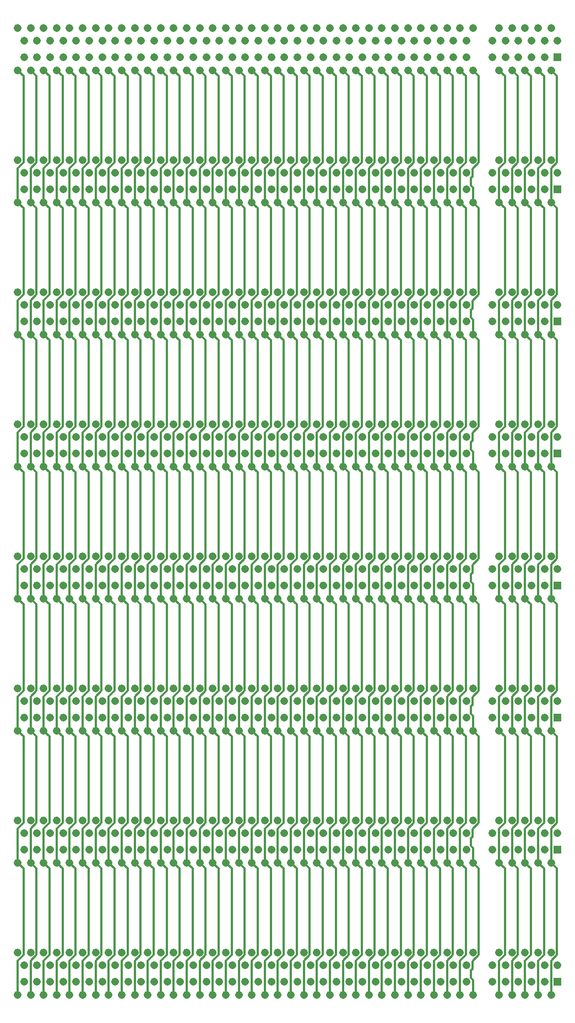
<source format=gbr>
%TF.GenerationSoftware,KiCad,Pcbnew,8.0.0*%
%TF.CreationDate,2024-11-27T22:09:34-06:00*%
%TF.ProjectId,backplane,6261636b-706c-4616-9e65-2e6b69636164,rev?*%
%TF.SameCoordinates,Original*%
%TF.FileFunction,Copper,L1,Top*%
%TF.FilePolarity,Positive*%
%FSLAX46Y46*%
G04 Gerber Fmt 4.6, Leading zero omitted, Abs format (unit mm)*
G04 Created by KiCad (PCBNEW 8.0.0) date 2024-11-27 22:09:34*
%MOMM*%
%LPD*%
G01*
G04 APERTURE LIST*
%TA.AperFunction,ComponentPad*%
%ADD10R,1.208000X1.208000*%
%TD*%
%TA.AperFunction,ComponentPad*%
%ADD11C,1.208000*%
%TD*%
%TA.AperFunction,Conductor*%
%ADD12C,0.300000*%
%TD*%
G04 APERTURE END LIST*
D10*
%TO.P,J9,A1,A1*%
%TO.N,A1*%
X144300000Y-135100000D03*
D11*
%TO.P,J9,A2,A2*%
%TO.N,A2*%
X143300000Y-137100000D03*
%TO.P,J9,A3,A3*%
%TO.N,A3*%
X142300000Y-135100000D03*
%TO.P,J9,A4,A4*%
%TO.N,A4*%
X141300000Y-137100000D03*
%TO.P,J9,A5,A5*%
%TO.N,A5*%
X140300000Y-135100000D03*
%TO.P,J9,A6,A6*%
%TO.N,A6*%
X139300000Y-137100000D03*
%TO.P,J9,A7,A7*%
%TO.N,A7*%
X138300000Y-135100000D03*
%TO.P,J9,A8,A8*%
%TO.N,A8*%
X137300000Y-137100000D03*
%TO.P,J9,A9,A9*%
%TO.N,A9*%
X136300000Y-135100000D03*
%TO.P,J9,A10,A10*%
%TO.N,A10*%
X135300000Y-137100000D03*
%TO.P,J9,A11,A11*%
%TO.N,A11*%
X134300000Y-135100000D03*
%TO.P,J9,A12,A12*%
%TO.N,A12*%
X131300000Y-137100000D03*
%TO.P,J9,A13,A13*%
%TO.N,A13*%
X130300000Y-135100000D03*
%TO.P,J9,A14,A14*%
%TO.N,A14*%
X129300000Y-137100000D03*
%TO.P,J9,A15,A15*%
%TO.N,A15*%
X128300000Y-135100000D03*
%TO.P,J9,A16,A16*%
%TO.N,A16*%
X127300000Y-137100000D03*
%TO.P,J9,A17,A17*%
%TO.N,A17*%
X126300000Y-135100000D03*
%TO.P,J9,A18,A18*%
%TO.N,A18*%
X125300000Y-137100000D03*
%TO.P,J9,A19,A19*%
%TO.N,A19*%
X124300000Y-135100000D03*
%TO.P,J9,A20,A20*%
%TO.N,A20*%
X123300000Y-137100000D03*
%TO.P,J9,A21,A21*%
%TO.N,A21*%
X122300000Y-135100000D03*
%TO.P,J9,A22,A22*%
%TO.N,A22*%
X121300000Y-137100000D03*
%TO.P,J9,A23,A23*%
%TO.N,A23*%
X120300000Y-135100000D03*
%TO.P,J9,A24,A24*%
%TO.N,A24*%
X119300000Y-137100000D03*
%TO.P,J9,A25,A25*%
%TO.N,A25*%
X118300000Y-135100000D03*
%TO.P,J9,A26,A26*%
%TO.N,A26*%
X117300000Y-137100000D03*
%TO.P,J9,A27,A27*%
%TO.N,A27*%
X116300000Y-135100000D03*
%TO.P,J9,A28,A28*%
%TO.N,A28*%
X115300000Y-137100000D03*
%TO.P,J9,A29,A29*%
%TO.N,A29*%
X114300000Y-135100000D03*
%TO.P,J9,A30,A30*%
%TO.N,A30*%
X113300000Y-137100000D03*
%TO.P,J9,A31,A31*%
%TO.N,A31*%
X112300000Y-135100000D03*
%TO.P,J9,A32,A32*%
%TO.N,A32*%
X111300000Y-137100000D03*
%TO.P,J9,A33,A33*%
%TO.N,A33*%
X110300000Y-135100000D03*
%TO.P,J9,A34,A34*%
%TO.N,A34*%
X109300000Y-137100000D03*
%TO.P,J9,A35,A35*%
%TO.N,A35*%
X108300000Y-135100000D03*
%TO.P,J9,A36,A36*%
%TO.N,A36*%
X107300000Y-137100000D03*
%TO.P,J9,A37,A37*%
%TO.N,A37*%
X106300000Y-135100000D03*
%TO.P,J9,A38,A38*%
%TO.N,A38*%
X105300000Y-137100000D03*
%TO.P,J9,A39,A39*%
%TO.N,A39*%
X104300000Y-135100000D03*
%TO.P,J9,A40,A40*%
%TO.N,A40*%
X103300000Y-137100000D03*
%TO.P,J9,A41,A41*%
%TO.N,A41*%
X102300000Y-135100000D03*
%TO.P,J9,A42,A42*%
%TO.N,A42*%
X101300000Y-137100000D03*
%TO.P,J9,A43,A43*%
%TO.N,A43*%
X100300000Y-135100000D03*
%TO.P,J9,A44,A44*%
%TO.N,A44*%
X99300000Y-137100000D03*
%TO.P,J9,A45,A45*%
%TO.N,A45*%
X98300000Y-135100000D03*
%TO.P,J9,A46,A46*%
%TO.N,A46*%
X97300000Y-137100000D03*
%TO.P,J9,A47,A47*%
%TO.N,A47*%
X96300000Y-135100000D03*
%TO.P,J9,A48,A48*%
%TO.N,A48*%
X95300000Y-137100000D03*
%TO.P,J9,A49,A49*%
%TO.N,A49*%
X94300000Y-135100000D03*
%TO.P,J9,A50,A50*%
%TO.N,A50*%
X93300000Y-137100000D03*
%TO.P,J9,A51,A51*%
%TO.N,A51*%
X92300000Y-135100000D03*
%TO.P,J9,A52,A52*%
%TO.N,A52*%
X91300000Y-137100000D03*
%TO.P,J9,A53,A53*%
%TO.N,A53*%
X90300000Y-135100000D03*
%TO.P,J9,A54,A54*%
%TO.N,A54*%
X89300000Y-137100000D03*
%TO.P,J9,A55,A55*%
%TO.N,A55*%
X88300000Y-135100000D03*
%TO.P,J9,A56,A56*%
%TO.N,A56*%
X87300000Y-137100000D03*
%TO.P,J9,A57,A57*%
%TO.N,A57*%
X86300000Y-135100000D03*
%TO.P,J9,A58,A58*%
%TO.N,A58*%
X85300000Y-137100000D03*
%TO.P,J9,A59,A59*%
%TO.N,A59*%
X84300000Y-135100000D03*
%TO.P,J9,A60,A60*%
%TO.N,A60*%
X83300000Y-137100000D03*
%TO.P,J9,A61,A61*%
%TO.N,A61*%
X82300000Y-135100000D03*
%TO.P,J9,A62,A62*%
%TO.N,A62*%
X81300000Y-137100000D03*
%TO.P,J9,A63,A63*%
%TO.N,A63*%
X80300000Y-135100000D03*
%TO.P,J9,A64,A64*%
%TO.N,A64*%
X79300000Y-137100000D03*
%TO.P,J9,A65,A65*%
%TO.N,A65*%
X78300000Y-135100000D03*
%TO.P,J9,A66,A66*%
%TO.N,A66*%
X77300000Y-137100000D03*
%TO.P,J9,A67,A67*%
%TO.N,A67*%
X76300000Y-135100000D03*
%TO.P,J9,A68,A68*%
%TO.N,A68*%
X75300000Y-137100000D03*
%TO.P,J9,A69,A69*%
%TO.N,A69*%
X74300000Y-135100000D03*
%TO.P,J9,A70,A70*%
%TO.N,A70*%
X73300000Y-137100000D03*
%TO.P,J9,A71,A71*%
%TO.N,A71*%
X72300000Y-135100000D03*
%TO.P,J9,A72,A72*%
%TO.N,A72*%
X71300000Y-137100000D03*
%TO.P,J9,A73,A73*%
%TO.N,A73*%
X70300000Y-135100000D03*
%TO.P,J9,A74,A74*%
%TO.N,A74*%
X69300000Y-137100000D03*
%TO.P,J9,A75,A75*%
%TO.N,A75*%
X68300000Y-135100000D03*
%TO.P,J9,A76,A76*%
%TO.N,A76*%
X67300000Y-137100000D03*
%TO.P,J9,A77,A77*%
%TO.N,A77*%
X66300000Y-135100000D03*
%TO.P,J9,A78,A78*%
%TO.N,A78*%
X65300000Y-137100000D03*
%TO.P,J9,A79,A79*%
%TO.N,A79*%
X64300000Y-135100000D03*
%TO.P,J9,A80,A80*%
%TO.N,A80*%
X63300000Y-137100000D03*
%TO.P,J9,A81,A81*%
%TO.N,A81*%
X62300000Y-135100000D03*
%TO.P,J9,A82,A82*%
%TO.N,A82*%
X61300000Y-137100000D03*
%TO.P,J9,B1,B1*%
%TO.N,B1*%
X144300000Y-132600000D03*
%TO.P,J9,B2,B2*%
%TO.N,B2*%
X143300000Y-130600000D03*
%TO.P,J9,B3,B3*%
%TO.N,B3*%
X142300000Y-132600000D03*
%TO.P,J9,B4,B4*%
%TO.N,B4*%
X141300000Y-130600000D03*
%TO.P,J9,B5,B5*%
%TO.N,B5*%
X140300000Y-132600000D03*
%TO.P,J9,B6,B6*%
%TO.N,B6*%
X139300000Y-130600000D03*
%TO.P,J9,B7,B7*%
%TO.N,B7*%
X138300000Y-132600000D03*
%TO.P,J9,B8,B8*%
%TO.N,B8*%
X137300000Y-130600000D03*
%TO.P,J9,B9,B9*%
%TO.N,B9*%
X136300000Y-132600000D03*
%TO.P,J9,B10,B10*%
%TO.N,B10*%
X135300000Y-130600000D03*
%TO.P,J9,B11,B11*%
%TO.N,B11*%
X134300000Y-132600000D03*
%TO.P,J9,B12,B12*%
%TO.N,B12*%
X131300000Y-130600000D03*
%TO.P,J9,B13,B13*%
%TO.N,B13*%
X130300000Y-132600000D03*
%TO.P,J9,B14,B14*%
%TO.N,B14*%
X129300000Y-130600000D03*
%TO.P,J9,B15,B15*%
%TO.N,B15*%
X128300000Y-132600000D03*
%TO.P,J9,B16,B16*%
%TO.N,B16*%
X127300000Y-130600000D03*
%TO.P,J9,B17,B17*%
%TO.N,B17*%
X126300000Y-132600000D03*
%TO.P,J9,B18,B18*%
%TO.N,B18*%
X125300000Y-130600000D03*
%TO.P,J9,B19,B19*%
%TO.N,B19*%
X124300000Y-132600000D03*
%TO.P,J9,B20,B20*%
%TO.N,B20*%
X123300000Y-130600000D03*
%TO.P,J9,B21,B21*%
%TO.N,B21*%
X122300000Y-132600000D03*
%TO.P,J9,B22,B22*%
%TO.N,B22*%
X121300000Y-130600000D03*
%TO.P,J9,B23,B23*%
%TO.N,B23*%
X120300000Y-132600000D03*
%TO.P,J9,B24,B24*%
%TO.N,B24*%
X119300000Y-130600000D03*
%TO.P,J9,B25,B25*%
%TO.N,B25*%
X118300000Y-132600000D03*
%TO.P,J9,B26,B26*%
%TO.N,B26*%
X117300000Y-130600000D03*
%TO.P,J9,B27,B27*%
%TO.N,B27*%
X116300000Y-132600000D03*
%TO.P,J9,B28,B28*%
%TO.N,B28*%
X115300000Y-130600000D03*
%TO.P,J9,B29,B29*%
%TO.N,B29*%
X114300000Y-132600000D03*
%TO.P,J9,B30,B30*%
%TO.N,B30*%
X113300000Y-130600000D03*
%TO.P,J9,B31,B31*%
%TO.N,B31*%
X112300000Y-132600000D03*
%TO.P,J9,B32,B32*%
%TO.N,B32*%
X111300000Y-130600000D03*
%TO.P,J9,B33,B33*%
%TO.N,B33*%
X110300000Y-132600000D03*
%TO.P,J9,B34,B34*%
%TO.N,B34*%
X109300000Y-130600000D03*
%TO.P,J9,B35,B35*%
%TO.N,B35*%
X108300000Y-132600000D03*
%TO.P,J9,B36,B36*%
%TO.N,B36*%
X107300000Y-130600000D03*
%TO.P,J9,B37,B37*%
%TO.N,B37*%
X106300000Y-132600000D03*
%TO.P,J9,B38,B38*%
%TO.N,B38*%
X105300000Y-130600000D03*
%TO.P,J9,B39,B39*%
%TO.N,B39*%
X104300000Y-132600000D03*
%TO.P,J9,B40,B40*%
%TO.N,B40*%
X103300000Y-130600000D03*
%TO.P,J9,B41,B41*%
%TO.N,B41*%
X102300000Y-132600000D03*
%TO.P,J9,B42,B42*%
%TO.N,B42*%
X101300000Y-130600000D03*
%TO.P,J9,B43,B43*%
%TO.N,B43*%
X100300000Y-132600000D03*
%TO.P,J9,B44,B44*%
%TO.N,B44*%
X99300000Y-130600000D03*
%TO.P,J9,B45,B45*%
%TO.N,B45*%
X98300000Y-132600000D03*
%TO.P,J9,B46,B46*%
%TO.N,B46*%
X97300000Y-130600000D03*
%TO.P,J9,B47,B47*%
%TO.N,B47*%
X96300000Y-132600000D03*
%TO.P,J9,B48,B48*%
%TO.N,B48*%
X95300000Y-130600000D03*
%TO.P,J9,B49,B49*%
%TO.N,B49*%
X94300000Y-132600000D03*
%TO.P,J9,B50,B50*%
%TO.N,B50*%
X93300000Y-130600000D03*
%TO.P,J9,B51,B51*%
%TO.N,B51*%
X92300000Y-132600000D03*
%TO.P,J9,B52,B52*%
%TO.N,B52*%
X91300000Y-130600000D03*
%TO.P,J9,B53,B53*%
%TO.N,B53*%
X90300000Y-132600000D03*
%TO.P,J9,B54,B54*%
%TO.N,B54*%
X89300000Y-130600000D03*
%TO.P,J9,B55,B55*%
%TO.N,B55*%
X88300000Y-132600000D03*
%TO.P,J9,B56,B56*%
%TO.N,B56*%
X87300000Y-130600000D03*
%TO.P,J9,B57,B57*%
%TO.N,B57*%
X86300000Y-132600000D03*
%TO.P,J9,B58,B58*%
%TO.N,B58*%
X85300000Y-130600000D03*
%TO.P,J9,B59,B59*%
%TO.N,B59*%
X84300000Y-132600000D03*
%TO.P,J9,B60,B60*%
%TO.N,B60*%
X83300000Y-130600000D03*
%TO.P,J9,B61,B61*%
%TO.N,B61*%
X82300000Y-132600000D03*
%TO.P,J9,B62,B62*%
%TO.N,B62*%
X81300000Y-130600000D03*
%TO.P,J9,B63,B63*%
%TO.N,B63*%
X80300000Y-132600000D03*
%TO.P,J9,B64,B64*%
%TO.N,B64*%
X79300000Y-130600000D03*
%TO.P,J9,B65,B65*%
%TO.N,B65*%
X78300000Y-132600000D03*
%TO.P,J9,B66,B66*%
%TO.N,B66*%
X77300000Y-130600000D03*
%TO.P,J9,B67,B67*%
%TO.N,B67*%
X76300000Y-132600000D03*
%TO.P,J9,B68,B68*%
%TO.N,B68*%
X75300000Y-130600000D03*
%TO.P,J9,B69,B69*%
%TO.N,B69*%
X74300000Y-132600000D03*
%TO.P,J9,B70,B70*%
%TO.N,B70*%
X73300000Y-130600000D03*
%TO.P,J9,B71,B71*%
%TO.N,B71*%
X72300000Y-132600000D03*
%TO.P,J9,B72,B72*%
%TO.N,B72*%
X71300000Y-130600000D03*
%TO.P,J9,B73,B73*%
%TO.N,B73*%
X70300000Y-132600000D03*
%TO.P,J9,B74,B74*%
%TO.N,B74*%
X69300000Y-130600000D03*
%TO.P,J9,B75,B75*%
%TO.N,B75*%
X68300000Y-132600000D03*
%TO.P,J9,B76,B76*%
%TO.N,B76*%
X67300000Y-130600000D03*
%TO.P,J9,B77,B77*%
%TO.N,B77*%
X66300000Y-132600000D03*
%TO.P,J9,B78,B78*%
%TO.N,B78*%
X65300000Y-130600000D03*
%TO.P,J9,B79,B79*%
%TO.N,B79*%
X64300000Y-132600000D03*
%TO.P,J9,B80,B80*%
%TO.N,B80*%
X63300000Y-130600000D03*
%TO.P,J9,B81,B81*%
%TO.N,B81*%
X62300000Y-132600000D03*
%TO.P,J9,B82,B82*%
%TO.N,B82*%
X61300000Y-130600000D03*
%TD*%
D10*
%TO.P,J10,A1,A1*%
%TO.N,A1*%
X144300000Y-114780000D03*
D11*
%TO.P,J10,A2,A2*%
%TO.N,A2*%
X143300000Y-116780000D03*
%TO.P,J10,A3,A3*%
%TO.N,A3*%
X142300000Y-114780000D03*
%TO.P,J10,A4,A4*%
%TO.N,A4*%
X141300000Y-116780000D03*
%TO.P,J10,A5,A5*%
%TO.N,A5*%
X140300000Y-114780000D03*
%TO.P,J10,A6,A6*%
%TO.N,A6*%
X139300000Y-116780000D03*
%TO.P,J10,A7,A7*%
%TO.N,A7*%
X138300000Y-114780000D03*
%TO.P,J10,A8,A8*%
%TO.N,A8*%
X137300000Y-116780000D03*
%TO.P,J10,A9,A9*%
%TO.N,A9*%
X136300000Y-114780000D03*
%TO.P,J10,A10,A10*%
%TO.N,A10*%
X135300000Y-116780000D03*
%TO.P,J10,A11,A11*%
%TO.N,A11*%
X134300000Y-114780000D03*
%TO.P,J10,A12,A12*%
%TO.N,A12*%
X131300000Y-116780000D03*
%TO.P,J10,A13,A13*%
%TO.N,A13*%
X130300000Y-114780000D03*
%TO.P,J10,A14,A14*%
%TO.N,A14*%
X129300000Y-116780000D03*
%TO.P,J10,A15,A15*%
%TO.N,A15*%
X128300000Y-114780000D03*
%TO.P,J10,A16,A16*%
%TO.N,A16*%
X127300000Y-116780000D03*
%TO.P,J10,A17,A17*%
%TO.N,A17*%
X126300000Y-114780000D03*
%TO.P,J10,A18,A18*%
%TO.N,A18*%
X125300000Y-116780000D03*
%TO.P,J10,A19,A19*%
%TO.N,A19*%
X124300000Y-114780000D03*
%TO.P,J10,A20,A20*%
%TO.N,A20*%
X123300000Y-116780000D03*
%TO.P,J10,A21,A21*%
%TO.N,A21*%
X122300000Y-114780000D03*
%TO.P,J10,A22,A22*%
%TO.N,A22*%
X121300000Y-116780000D03*
%TO.P,J10,A23,A23*%
%TO.N,A23*%
X120300000Y-114780000D03*
%TO.P,J10,A24,A24*%
%TO.N,A24*%
X119300000Y-116780000D03*
%TO.P,J10,A25,A25*%
%TO.N,A25*%
X118300000Y-114780000D03*
%TO.P,J10,A26,A26*%
%TO.N,A26*%
X117300000Y-116780000D03*
%TO.P,J10,A27,A27*%
%TO.N,A27*%
X116300000Y-114780000D03*
%TO.P,J10,A28,A28*%
%TO.N,A28*%
X115300000Y-116780000D03*
%TO.P,J10,A29,A29*%
%TO.N,A29*%
X114300000Y-114780000D03*
%TO.P,J10,A30,A30*%
%TO.N,A30*%
X113300000Y-116780000D03*
%TO.P,J10,A31,A31*%
%TO.N,A31*%
X112300000Y-114780000D03*
%TO.P,J10,A32,A32*%
%TO.N,A32*%
X111300000Y-116780000D03*
%TO.P,J10,A33,A33*%
%TO.N,A33*%
X110300000Y-114780000D03*
%TO.P,J10,A34,A34*%
%TO.N,A34*%
X109300000Y-116780000D03*
%TO.P,J10,A35,A35*%
%TO.N,A35*%
X108300000Y-114780000D03*
%TO.P,J10,A36,A36*%
%TO.N,A36*%
X107300000Y-116780000D03*
%TO.P,J10,A37,A37*%
%TO.N,A37*%
X106300000Y-114780000D03*
%TO.P,J10,A38,A38*%
%TO.N,A38*%
X105300000Y-116780000D03*
%TO.P,J10,A39,A39*%
%TO.N,A39*%
X104300000Y-114780000D03*
%TO.P,J10,A40,A40*%
%TO.N,A40*%
X103300000Y-116780000D03*
%TO.P,J10,A41,A41*%
%TO.N,A41*%
X102300000Y-114780000D03*
%TO.P,J10,A42,A42*%
%TO.N,A42*%
X101300000Y-116780000D03*
%TO.P,J10,A43,A43*%
%TO.N,A43*%
X100300000Y-114780000D03*
%TO.P,J10,A44,A44*%
%TO.N,A44*%
X99300000Y-116780000D03*
%TO.P,J10,A45,A45*%
%TO.N,A45*%
X98300000Y-114780000D03*
%TO.P,J10,A46,A46*%
%TO.N,A46*%
X97300000Y-116780000D03*
%TO.P,J10,A47,A47*%
%TO.N,A47*%
X96300000Y-114780000D03*
%TO.P,J10,A48,A48*%
%TO.N,A48*%
X95300000Y-116780000D03*
%TO.P,J10,A49,A49*%
%TO.N,A49*%
X94300000Y-114780000D03*
%TO.P,J10,A50,A50*%
%TO.N,A50*%
X93300000Y-116780000D03*
%TO.P,J10,A51,A51*%
%TO.N,A51*%
X92300000Y-114780000D03*
%TO.P,J10,A52,A52*%
%TO.N,A52*%
X91300000Y-116780000D03*
%TO.P,J10,A53,A53*%
%TO.N,A53*%
X90300000Y-114780000D03*
%TO.P,J10,A54,A54*%
%TO.N,A54*%
X89300000Y-116780000D03*
%TO.P,J10,A55,A55*%
%TO.N,A55*%
X88300000Y-114780000D03*
%TO.P,J10,A56,A56*%
%TO.N,A56*%
X87300000Y-116780000D03*
%TO.P,J10,A57,A57*%
%TO.N,A57*%
X86300000Y-114780000D03*
%TO.P,J10,A58,A58*%
%TO.N,A58*%
X85300000Y-116780000D03*
%TO.P,J10,A59,A59*%
%TO.N,A59*%
X84300000Y-114780000D03*
%TO.P,J10,A60,A60*%
%TO.N,A60*%
X83300000Y-116780000D03*
%TO.P,J10,A61,A61*%
%TO.N,A61*%
X82300000Y-114780000D03*
%TO.P,J10,A62,A62*%
%TO.N,A62*%
X81300000Y-116780000D03*
%TO.P,J10,A63,A63*%
%TO.N,A63*%
X80300000Y-114780000D03*
%TO.P,J10,A64,A64*%
%TO.N,A64*%
X79300000Y-116780000D03*
%TO.P,J10,A65,A65*%
%TO.N,A65*%
X78300000Y-114780000D03*
%TO.P,J10,A66,A66*%
%TO.N,A66*%
X77300000Y-116780000D03*
%TO.P,J10,A67,A67*%
%TO.N,A67*%
X76300000Y-114780000D03*
%TO.P,J10,A68,A68*%
%TO.N,A68*%
X75300000Y-116780000D03*
%TO.P,J10,A69,A69*%
%TO.N,A69*%
X74300000Y-114780000D03*
%TO.P,J10,A70,A70*%
%TO.N,A70*%
X73300000Y-116780000D03*
%TO.P,J10,A71,A71*%
%TO.N,A71*%
X72300000Y-114780000D03*
%TO.P,J10,A72,A72*%
%TO.N,A72*%
X71300000Y-116780000D03*
%TO.P,J10,A73,A73*%
%TO.N,A73*%
X70300000Y-114780000D03*
%TO.P,J10,A74,A74*%
%TO.N,A74*%
X69300000Y-116780000D03*
%TO.P,J10,A75,A75*%
%TO.N,A75*%
X68300000Y-114780000D03*
%TO.P,J10,A76,A76*%
%TO.N,A76*%
X67300000Y-116780000D03*
%TO.P,J10,A77,A77*%
%TO.N,A77*%
X66300000Y-114780000D03*
%TO.P,J10,A78,A78*%
%TO.N,A78*%
X65300000Y-116780000D03*
%TO.P,J10,A79,A79*%
%TO.N,A79*%
X64300000Y-114780000D03*
%TO.P,J10,A80,A80*%
%TO.N,A80*%
X63300000Y-116780000D03*
%TO.P,J10,A81,A81*%
%TO.N,A81*%
X62300000Y-114780000D03*
%TO.P,J10,A82,A82*%
%TO.N,A82*%
X61300000Y-116780000D03*
%TO.P,J10,B1,B1*%
%TO.N,B1*%
X144300000Y-112280000D03*
%TO.P,J10,B2,B2*%
%TO.N,B2*%
X143300000Y-110280000D03*
%TO.P,J10,B3,B3*%
%TO.N,B3*%
X142300000Y-112280000D03*
%TO.P,J10,B4,B4*%
%TO.N,B4*%
X141300000Y-110280000D03*
%TO.P,J10,B5,B5*%
%TO.N,B5*%
X140300000Y-112280000D03*
%TO.P,J10,B6,B6*%
%TO.N,B6*%
X139300000Y-110280000D03*
%TO.P,J10,B7,B7*%
%TO.N,B7*%
X138300000Y-112280000D03*
%TO.P,J10,B8,B8*%
%TO.N,B8*%
X137300000Y-110280000D03*
%TO.P,J10,B9,B9*%
%TO.N,B9*%
X136300000Y-112280000D03*
%TO.P,J10,B10,B10*%
%TO.N,B10*%
X135300000Y-110280000D03*
%TO.P,J10,B11,B11*%
%TO.N,B11*%
X134300000Y-112280000D03*
%TO.P,J10,B12,B12*%
%TO.N,B12*%
X131300000Y-110280000D03*
%TO.P,J10,B13,B13*%
%TO.N,B13*%
X130300000Y-112280000D03*
%TO.P,J10,B14,B14*%
%TO.N,B14*%
X129300000Y-110280000D03*
%TO.P,J10,B15,B15*%
%TO.N,B15*%
X128300000Y-112280000D03*
%TO.P,J10,B16,B16*%
%TO.N,B16*%
X127300000Y-110280000D03*
%TO.P,J10,B17,B17*%
%TO.N,B17*%
X126300000Y-112280000D03*
%TO.P,J10,B18,B18*%
%TO.N,B18*%
X125300000Y-110280000D03*
%TO.P,J10,B19,B19*%
%TO.N,B19*%
X124300000Y-112280000D03*
%TO.P,J10,B20,B20*%
%TO.N,B20*%
X123300000Y-110280000D03*
%TO.P,J10,B21,B21*%
%TO.N,B21*%
X122300000Y-112280000D03*
%TO.P,J10,B22,B22*%
%TO.N,B22*%
X121300000Y-110280000D03*
%TO.P,J10,B23,B23*%
%TO.N,B23*%
X120300000Y-112280000D03*
%TO.P,J10,B24,B24*%
%TO.N,B24*%
X119300000Y-110280000D03*
%TO.P,J10,B25,B25*%
%TO.N,B25*%
X118300000Y-112280000D03*
%TO.P,J10,B26,B26*%
%TO.N,B26*%
X117300000Y-110280000D03*
%TO.P,J10,B27,B27*%
%TO.N,B27*%
X116300000Y-112280000D03*
%TO.P,J10,B28,B28*%
%TO.N,B28*%
X115300000Y-110280000D03*
%TO.P,J10,B29,B29*%
%TO.N,B29*%
X114300000Y-112280000D03*
%TO.P,J10,B30,B30*%
%TO.N,B30*%
X113300000Y-110280000D03*
%TO.P,J10,B31,B31*%
%TO.N,B31*%
X112300000Y-112280000D03*
%TO.P,J10,B32,B32*%
%TO.N,B32*%
X111300000Y-110280000D03*
%TO.P,J10,B33,B33*%
%TO.N,B33*%
X110300000Y-112280000D03*
%TO.P,J10,B34,B34*%
%TO.N,B34*%
X109300000Y-110280000D03*
%TO.P,J10,B35,B35*%
%TO.N,B35*%
X108300000Y-112280000D03*
%TO.P,J10,B36,B36*%
%TO.N,B36*%
X107300000Y-110280000D03*
%TO.P,J10,B37,B37*%
%TO.N,B37*%
X106300000Y-112280000D03*
%TO.P,J10,B38,B38*%
%TO.N,B38*%
X105300000Y-110280000D03*
%TO.P,J10,B39,B39*%
%TO.N,B39*%
X104300000Y-112280000D03*
%TO.P,J10,B40,B40*%
%TO.N,B40*%
X103300000Y-110280000D03*
%TO.P,J10,B41,B41*%
%TO.N,B41*%
X102300000Y-112280000D03*
%TO.P,J10,B42,B42*%
%TO.N,B42*%
X101300000Y-110280000D03*
%TO.P,J10,B43,B43*%
%TO.N,B43*%
X100300000Y-112280000D03*
%TO.P,J10,B44,B44*%
%TO.N,B44*%
X99300000Y-110280000D03*
%TO.P,J10,B45,B45*%
%TO.N,B45*%
X98300000Y-112280000D03*
%TO.P,J10,B46,B46*%
%TO.N,B46*%
X97300000Y-110280000D03*
%TO.P,J10,B47,B47*%
%TO.N,B47*%
X96300000Y-112280000D03*
%TO.P,J10,B48,B48*%
%TO.N,B48*%
X95300000Y-110280000D03*
%TO.P,J10,B49,B49*%
%TO.N,B49*%
X94300000Y-112280000D03*
%TO.P,J10,B50,B50*%
%TO.N,B50*%
X93300000Y-110280000D03*
%TO.P,J10,B51,B51*%
%TO.N,B51*%
X92300000Y-112280000D03*
%TO.P,J10,B52,B52*%
%TO.N,B52*%
X91300000Y-110280000D03*
%TO.P,J10,B53,B53*%
%TO.N,B53*%
X90300000Y-112280000D03*
%TO.P,J10,B54,B54*%
%TO.N,B54*%
X89300000Y-110280000D03*
%TO.P,J10,B55,B55*%
%TO.N,B55*%
X88300000Y-112280000D03*
%TO.P,J10,B56,B56*%
%TO.N,B56*%
X87300000Y-110280000D03*
%TO.P,J10,B57,B57*%
%TO.N,B57*%
X86300000Y-112280000D03*
%TO.P,J10,B58,B58*%
%TO.N,B58*%
X85300000Y-110280000D03*
%TO.P,J10,B59,B59*%
%TO.N,B59*%
X84300000Y-112280000D03*
%TO.P,J10,B60,B60*%
%TO.N,B60*%
X83300000Y-110280000D03*
%TO.P,J10,B61,B61*%
%TO.N,B61*%
X82300000Y-112280000D03*
%TO.P,J10,B62,B62*%
%TO.N,B62*%
X81300000Y-110280000D03*
%TO.P,J10,B63,B63*%
%TO.N,B63*%
X80300000Y-112280000D03*
%TO.P,J10,B64,B64*%
%TO.N,B64*%
X79300000Y-110280000D03*
%TO.P,J10,B65,B65*%
%TO.N,B65*%
X78300000Y-112280000D03*
%TO.P,J10,B66,B66*%
%TO.N,B66*%
X77300000Y-110280000D03*
%TO.P,J10,B67,B67*%
%TO.N,B67*%
X76300000Y-112280000D03*
%TO.P,J10,B68,B68*%
%TO.N,B68*%
X75300000Y-110280000D03*
%TO.P,J10,B69,B69*%
%TO.N,B69*%
X74300000Y-112280000D03*
%TO.P,J10,B70,B70*%
%TO.N,B70*%
X73300000Y-110280000D03*
%TO.P,J10,B71,B71*%
%TO.N,B71*%
X72300000Y-112280000D03*
%TO.P,J10,B72,B72*%
%TO.N,B72*%
X71300000Y-110280000D03*
%TO.P,J10,B73,B73*%
%TO.N,B73*%
X70300000Y-112280000D03*
%TO.P,J10,B74,B74*%
%TO.N,B74*%
X69300000Y-110280000D03*
%TO.P,J10,B75,B75*%
%TO.N,B75*%
X68300000Y-112280000D03*
%TO.P,J10,B76,B76*%
%TO.N,B76*%
X67300000Y-110280000D03*
%TO.P,J10,B77,B77*%
%TO.N,B77*%
X66300000Y-112280000D03*
%TO.P,J10,B78,B78*%
%TO.N,B78*%
X65300000Y-110280000D03*
%TO.P,J10,B79,B79*%
%TO.N,B79*%
X64300000Y-112280000D03*
%TO.P,J10,B80,B80*%
%TO.N,B80*%
X63300000Y-110280000D03*
%TO.P,J10,B81,B81*%
%TO.N,B81*%
X62300000Y-112280000D03*
%TO.P,J10,B82,B82*%
%TO.N,B82*%
X61300000Y-110280000D03*
%TD*%
D10*
%TO.P,J3,A1,A1*%
%TO.N,A1*%
X144300000Y-74140000D03*
D11*
%TO.P,J3,A2,A2*%
%TO.N,A2*%
X143300000Y-76140000D03*
%TO.P,J3,A3,A3*%
%TO.N,A3*%
X142300000Y-74140000D03*
%TO.P,J3,A4,A4*%
%TO.N,A4*%
X141300000Y-76140000D03*
%TO.P,J3,A5,A5*%
%TO.N,A5*%
X140300000Y-74140000D03*
%TO.P,J3,A6,A6*%
%TO.N,A6*%
X139300000Y-76140000D03*
%TO.P,J3,A7,A7*%
%TO.N,A7*%
X138300000Y-74140000D03*
%TO.P,J3,A8,A8*%
%TO.N,A8*%
X137300000Y-76140000D03*
%TO.P,J3,A9,A9*%
%TO.N,A9*%
X136300000Y-74140000D03*
%TO.P,J3,A10,A10*%
%TO.N,A10*%
X135300000Y-76140000D03*
%TO.P,J3,A11,A11*%
%TO.N,A11*%
X134300000Y-74140000D03*
%TO.P,J3,A12,A12*%
%TO.N,A12*%
X131300000Y-76140000D03*
%TO.P,J3,A13,A13*%
%TO.N,A13*%
X130300000Y-74140000D03*
%TO.P,J3,A14,A14*%
%TO.N,A14*%
X129300000Y-76140000D03*
%TO.P,J3,A15,A15*%
%TO.N,A15*%
X128300000Y-74140000D03*
%TO.P,J3,A16,A16*%
%TO.N,A16*%
X127300000Y-76140000D03*
%TO.P,J3,A17,A17*%
%TO.N,A17*%
X126300000Y-74140000D03*
%TO.P,J3,A18,A18*%
%TO.N,A18*%
X125300000Y-76140000D03*
%TO.P,J3,A19,A19*%
%TO.N,A19*%
X124300000Y-74140000D03*
%TO.P,J3,A20,A20*%
%TO.N,A20*%
X123300000Y-76140000D03*
%TO.P,J3,A21,A21*%
%TO.N,A21*%
X122300000Y-74140000D03*
%TO.P,J3,A22,A22*%
%TO.N,A22*%
X121300000Y-76140000D03*
%TO.P,J3,A23,A23*%
%TO.N,A23*%
X120300000Y-74140000D03*
%TO.P,J3,A24,A24*%
%TO.N,A24*%
X119300000Y-76140000D03*
%TO.P,J3,A25,A25*%
%TO.N,A25*%
X118300000Y-74140000D03*
%TO.P,J3,A26,A26*%
%TO.N,A26*%
X117300000Y-76140000D03*
%TO.P,J3,A27,A27*%
%TO.N,A27*%
X116300000Y-74140000D03*
%TO.P,J3,A28,A28*%
%TO.N,A28*%
X115300000Y-76140000D03*
%TO.P,J3,A29,A29*%
%TO.N,A29*%
X114300000Y-74140000D03*
%TO.P,J3,A30,A30*%
%TO.N,A30*%
X113300000Y-76140000D03*
%TO.P,J3,A31,A31*%
%TO.N,A31*%
X112300000Y-74140000D03*
%TO.P,J3,A32,A32*%
%TO.N,A32*%
X111300000Y-76140000D03*
%TO.P,J3,A33,A33*%
%TO.N,A33*%
X110300000Y-74140000D03*
%TO.P,J3,A34,A34*%
%TO.N,A34*%
X109300000Y-76140000D03*
%TO.P,J3,A35,A35*%
%TO.N,A35*%
X108300000Y-74140000D03*
%TO.P,J3,A36,A36*%
%TO.N,A36*%
X107300000Y-76140000D03*
%TO.P,J3,A37,A37*%
%TO.N,A37*%
X106300000Y-74140000D03*
%TO.P,J3,A38,A38*%
%TO.N,A38*%
X105300000Y-76140000D03*
%TO.P,J3,A39,A39*%
%TO.N,A39*%
X104300000Y-74140000D03*
%TO.P,J3,A40,A40*%
%TO.N,A40*%
X103300000Y-76140000D03*
%TO.P,J3,A41,A41*%
%TO.N,A41*%
X102300000Y-74140000D03*
%TO.P,J3,A42,A42*%
%TO.N,A42*%
X101300000Y-76140000D03*
%TO.P,J3,A43,A43*%
%TO.N,A43*%
X100300000Y-74140000D03*
%TO.P,J3,A44,A44*%
%TO.N,A44*%
X99300000Y-76140000D03*
%TO.P,J3,A45,A45*%
%TO.N,A45*%
X98300000Y-74140000D03*
%TO.P,J3,A46,A46*%
%TO.N,A46*%
X97300000Y-76140000D03*
%TO.P,J3,A47,A47*%
%TO.N,A47*%
X96300000Y-74140000D03*
%TO.P,J3,A48,A48*%
%TO.N,A48*%
X95300000Y-76140000D03*
%TO.P,J3,A49,A49*%
%TO.N,A49*%
X94300000Y-74140000D03*
%TO.P,J3,A50,A50*%
%TO.N,A50*%
X93300000Y-76140000D03*
%TO.P,J3,A51,A51*%
%TO.N,A51*%
X92300000Y-74140000D03*
%TO.P,J3,A52,A52*%
%TO.N,A52*%
X91300000Y-76140000D03*
%TO.P,J3,A53,A53*%
%TO.N,A53*%
X90300000Y-74140000D03*
%TO.P,J3,A54,A54*%
%TO.N,A54*%
X89300000Y-76140000D03*
%TO.P,J3,A55,A55*%
%TO.N,A55*%
X88300000Y-74140000D03*
%TO.P,J3,A56,A56*%
%TO.N,A56*%
X87300000Y-76140000D03*
%TO.P,J3,A57,A57*%
%TO.N,A57*%
X86300000Y-74140000D03*
%TO.P,J3,A58,A58*%
%TO.N,A58*%
X85300000Y-76140000D03*
%TO.P,J3,A59,A59*%
%TO.N,A59*%
X84300000Y-74140000D03*
%TO.P,J3,A60,A60*%
%TO.N,A60*%
X83300000Y-76140000D03*
%TO.P,J3,A61,A61*%
%TO.N,A61*%
X82300000Y-74140000D03*
%TO.P,J3,A62,A62*%
%TO.N,A62*%
X81300000Y-76140000D03*
%TO.P,J3,A63,A63*%
%TO.N,A63*%
X80300000Y-74140000D03*
%TO.P,J3,A64,A64*%
%TO.N,A64*%
X79300000Y-76140000D03*
%TO.P,J3,A65,A65*%
%TO.N,A65*%
X78300000Y-74140000D03*
%TO.P,J3,A66,A66*%
%TO.N,A66*%
X77300000Y-76140000D03*
%TO.P,J3,A67,A67*%
%TO.N,A67*%
X76300000Y-74140000D03*
%TO.P,J3,A68,A68*%
%TO.N,A68*%
X75300000Y-76140000D03*
%TO.P,J3,A69,A69*%
%TO.N,A69*%
X74300000Y-74140000D03*
%TO.P,J3,A70,A70*%
%TO.N,A70*%
X73300000Y-76140000D03*
%TO.P,J3,A71,A71*%
%TO.N,A71*%
X72300000Y-74140000D03*
%TO.P,J3,A72,A72*%
%TO.N,A72*%
X71300000Y-76140000D03*
%TO.P,J3,A73,A73*%
%TO.N,A73*%
X70300000Y-74140000D03*
%TO.P,J3,A74,A74*%
%TO.N,A74*%
X69300000Y-76140000D03*
%TO.P,J3,A75,A75*%
%TO.N,A75*%
X68300000Y-74140000D03*
%TO.P,J3,A76,A76*%
%TO.N,A76*%
X67300000Y-76140000D03*
%TO.P,J3,A77,A77*%
%TO.N,A77*%
X66300000Y-74140000D03*
%TO.P,J3,A78,A78*%
%TO.N,A78*%
X65300000Y-76140000D03*
%TO.P,J3,A79,A79*%
%TO.N,A79*%
X64300000Y-74140000D03*
%TO.P,J3,A80,A80*%
%TO.N,A80*%
X63300000Y-76140000D03*
%TO.P,J3,A81,A81*%
%TO.N,A81*%
X62300000Y-74140000D03*
%TO.P,J3,A82,A82*%
%TO.N,A82*%
X61300000Y-76140000D03*
%TO.P,J3,B1,B1*%
%TO.N,B1*%
X144300000Y-71640000D03*
%TO.P,J3,B2,B2*%
%TO.N,B2*%
X143300000Y-69640000D03*
%TO.P,J3,B3,B3*%
%TO.N,B3*%
X142300000Y-71640000D03*
%TO.P,J3,B4,B4*%
%TO.N,B4*%
X141300000Y-69640000D03*
%TO.P,J3,B5,B5*%
%TO.N,B5*%
X140300000Y-71640000D03*
%TO.P,J3,B6,B6*%
%TO.N,B6*%
X139300000Y-69640000D03*
%TO.P,J3,B7,B7*%
%TO.N,B7*%
X138300000Y-71640000D03*
%TO.P,J3,B8,B8*%
%TO.N,B8*%
X137300000Y-69640000D03*
%TO.P,J3,B9,B9*%
%TO.N,B9*%
X136300000Y-71640000D03*
%TO.P,J3,B10,B10*%
%TO.N,B10*%
X135300000Y-69640000D03*
%TO.P,J3,B11,B11*%
%TO.N,B11*%
X134300000Y-71640000D03*
%TO.P,J3,B12,B12*%
%TO.N,B12*%
X131300000Y-69640000D03*
%TO.P,J3,B13,B13*%
%TO.N,B13*%
X130300000Y-71640000D03*
%TO.P,J3,B14,B14*%
%TO.N,B14*%
X129300000Y-69640000D03*
%TO.P,J3,B15,B15*%
%TO.N,B15*%
X128300000Y-71640000D03*
%TO.P,J3,B16,B16*%
%TO.N,B16*%
X127300000Y-69640000D03*
%TO.P,J3,B17,B17*%
%TO.N,B17*%
X126300000Y-71640000D03*
%TO.P,J3,B18,B18*%
%TO.N,B18*%
X125300000Y-69640000D03*
%TO.P,J3,B19,B19*%
%TO.N,B19*%
X124300000Y-71640000D03*
%TO.P,J3,B20,B20*%
%TO.N,B20*%
X123300000Y-69640000D03*
%TO.P,J3,B21,B21*%
%TO.N,B21*%
X122300000Y-71640000D03*
%TO.P,J3,B22,B22*%
%TO.N,B22*%
X121300000Y-69640000D03*
%TO.P,J3,B23,B23*%
%TO.N,B23*%
X120300000Y-71640000D03*
%TO.P,J3,B24,B24*%
%TO.N,B24*%
X119300000Y-69640000D03*
%TO.P,J3,B25,B25*%
%TO.N,B25*%
X118300000Y-71640000D03*
%TO.P,J3,B26,B26*%
%TO.N,B26*%
X117300000Y-69640000D03*
%TO.P,J3,B27,B27*%
%TO.N,B27*%
X116300000Y-71640000D03*
%TO.P,J3,B28,B28*%
%TO.N,B28*%
X115300000Y-69640000D03*
%TO.P,J3,B29,B29*%
%TO.N,B29*%
X114300000Y-71640000D03*
%TO.P,J3,B30,B30*%
%TO.N,B30*%
X113300000Y-69640000D03*
%TO.P,J3,B31,B31*%
%TO.N,B31*%
X112300000Y-71640000D03*
%TO.P,J3,B32,B32*%
%TO.N,B32*%
X111300000Y-69640000D03*
%TO.P,J3,B33,B33*%
%TO.N,B33*%
X110300000Y-71640000D03*
%TO.P,J3,B34,B34*%
%TO.N,B34*%
X109300000Y-69640000D03*
%TO.P,J3,B35,B35*%
%TO.N,B35*%
X108300000Y-71640000D03*
%TO.P,J3,B36,B36*%
%TO.N,B36*%
X107300000Y-69640000D03*
%TO.P,J3,B37,B37*%
%TO.N,B37*%
X106300000Y-71640000D03*
%TO.P,J3,B38,B38*%
%TO.N,B38*%
X105300000Y-69640000D03*
%TO.P,J3,B39,B39*%
%TO.N,B39*%
X104300000Y-71640000D03*
%TO.P,J3,B40,B40*%
%TO.N,B40*%
X103300000Y-69640000D03*
%TO.P,J3,B41,B41*%
%TO.N,B41*%
X102300000Y-71640000D03*
%TO.P,J3,B42,B42*%
%TO.N,B42*%
X101300000Y-69640000D03*
%TO.P,J3,B43,B43*%
%TO.N,B43*%
X100300000Y-71640000D03*
%TO.P,J3,B44,B44*%
%TO.N,B44*%
X99300000Y-69640000D03*
%TO.P,J3,B45,B45*%
%TO.N,B45*%
X98300000Y-71640000D03*
%TO.P,J3,B46,B46*%
%TO.N,B46*%
X97300000Y-69640000D03*
%TO.P,J3,B47,B47*%
%TO.N,B47*%
X96300000Y-71640000D03*
%TO.P,J3,B48,B48*%
%TO.N,B48*%
X95300000Y-69640000D03*
%TO.P,J3,B49,B49*%
%TO.N,B49*%
X94300000Y-71640000D03*
%TO.P,J3,B50,B50*%
%TO.N,B50*%
X93300000Y-69640000D03*
%TO.P,J3,B51,B51*%
%TO.N,B51*%
X92300000Y-71640000D03*
%TO.P,J3,B52,B52*%
%TO.N,B52*%
X91300000Y-69640000D03*
%TO.P,J3,B53,B53*%
%TO.N,B53*%
X90300000Y-71640000D03*
%TO.P,J3,B54,B54*%
%TO.N,B54*%
X89300000Y-69640000D03*
%TO.P,J3,B55,B55*%
%TO.N,B55*%
X88300000Y-71640000D03*
%TO.P,J3,B56,B56*%
%TO.N,B56*%
X87300000Y-69640000D03*
%TO.P,J3,B57,B57*%
%TO.N,B57*%
X86300000Y-71640000D03*
%TO.P,J3,B58,B58*%
%TO.N,B58*%
X85300000Y-69640000D03*
%TO.P,J3,B59,B59*%
%TO.N,B59*%
X84300000Y-71640000D03*
%TO.P,J3,B60,B60*%
%TO.N,B60*%
X83300000Y-69640000D03*
%TO.P,J3,B61,B61*%
%TO.N,B61*%
X82300000Y-71640000D03*
%TO.P,J3,B62,B62*%
%TO.N,B62*%
X81300000Y-69640000D03*
%TO.P,J3,B63,B63*%
%TO.N,B63*%
X80300000Y-71640000D03*
%TO.P,J3,B64,B64*%
%TO.N,B64*%
X79300000Y-69640000D03*
%TO.P,J3,B65,B65*%
%TO.N,B65*%
X78300000Y-71640000D03*
%TO.P,J3,B66,B66*%
%TO.N,B66*%
X77300000Y-69640000D03*
%TO.P,J3,B67,B67*%
%TO.N,B67*%
X76300000Y-71640000D03*
%TO.P,J3,B68,B68*%
%TO.N,B68*%
X75300000Y-69640000D03*
%TO.P,J3,B69,B69*%
%TO.N,B69*%
X74300000Y-71640000D03*
%TO.P,J3,B70,B70*%
%TO.N,B70*%
X73300000Y-69640000D03*
%TO.P,J3,B71,B71*%
%TO.N,B71*%
X72300000Y-71640000D03*
%TO.P,J3,B72,B72*%
%TO.N,B72*%
X71300000Y-69640000D03*
%TO.P,J3,B73,B73*%
%TO.N,B73*%
X70300000Y-71640000D03*
%TO.P,J3,B74,B74*%
%TO.N,B74*%
X69300000Y-69640000D03*
%TO.P,J3,B75,B75*%
%TO.N,B75*%
X68300000Y-71640000D03*
%TO.P,J3,B76,B76*%
%TO.N,B76*%
X67300000Y-69640000D03*
%TO.P,J3,B77,B77*%
%TO.N,B77*%
X66300000Y-71640000D03*
%TO.P,J3,B78,B78*%
%TO.N,B78*%
X65300000Y-69640000D03*
%TO.P,J3,B79,B79*%
%TO.N,B79*%
X64300000Y-71640000D03*
%TO.P,J3,B80,B80*%
%TO.N,B80*%
X63300000Y-69640000D03*
%TO.P,J3,B81,B81*%
%TO.N,B81*%
X62300000Y-71640000D03*
%TO.P,J3,B82,B82*%
%TO.N,B82*%
X61300000Y-69640000D03*
%TD*%
D10*
%TO.P,J13,A1,A1*%
%TO.N,A1*%
X144300000Y-53820000D03*
D11*
%TO.P,J13,A2,A2*%
%TO.N,A2*%
X143300000Y-55820000D03*
%TO.P,J13,A3,A3*%
%TO.N,A3*%
X142300000Y-53820000D03*
%TO.P,J13,A4,A4*%
%TO.N,A4*%
X141300000Y-55820000D03*
%TO.P,J13,A5,A5*%
%TO.N,A5*%
X140300000Y-53820000D03*
%TO.P,J13,A6,A6*%
%TO.N,A6*%
X139300000Y-55820000D03*
%TO.P,J13,A7,A7*%
%TO.N,A7*%
X138300000Y-53820000D03*
%TO.P,J13,A8,A8*%
%TO.N,A8*%
X137300000Y-55820000D03*
%TO.P,J13,A9,A9*%
%TO.N,A9*%
X136300000Y-53820000D03*
%TO.P,J13,A10,A10*%
%TO.N,A10*%
X135300000Y-55820000D03*
%TO.P,J13,A11,A11*%
%TO.N,A11*%
X134300000Y-53820000D03*
%TO.P,J13,A12,A12*%
%TO.N,A12*%
X131300000Y-55820000D03*
%TO.P,J13,A13,A13*%
%TO.N,A13*%
X130300000Y-53820000D03*
%TO.P,J13,A14,A14*%
%TO.N,A14*%
X129300000Y-55820000D03*
%TO.P,J13,A15,A15*%
%TO.N,A15*%
X128300000Y-53820000D03*
%TO.P,J13,A16,A16*%
%TO.N,A16*%
X127300000Y-55820000D03*
%TO.P,J13,A17,A17*%
%TO.N,A17*%
X126300000Y-53820000D03*
%TO.P,J13,A18,A18*%
%TO.N,A18*%
X125300000Y-55820000D03*
%TO.P,J13,A19,A19*%
%TO.N,A19*%
X124300000Y-53820000D03*
%TO.P,J13,A20,A20*%
%TO.N,A20*%
X123300000Y-55820000D03*
%TO.P,J13,A21,A21*%
%TO.N,A21*%
X122300000Y-53820000D03*
%TO.P,J13,A22,A22*%
%TO.N,A22*%
X121300000Y-55820000D03*
%TO.P,J13,A23,A23*%
%TO.N,A23*%
X120300000Y-53820000D03*
%TO.P,J13,A24,A24*%
%TO.N,A24*%
X119300000Y-55820000D03*
%TO.P,J13,A25,A25*%
%TO.N,A25*%
X118300000Y-53820000D03*
%TO.P,J13,A26,A26*%
%TO.N,A26*%
X117300000Y-55820000D03*
%TO.P,J13,A27,A27*%
%TO.N,A27*%
X116300000Y-53820000D03*
%TO.P,J13,A28,A28*%
%TO.N,A28*%
X115300000Y-55820000D03*
%TO.P,J13,A29,A29*%
%TO.N,A29*%
X114300000Y-53820000D03*
%TO.P,J13,A30,A30*%
%TO.N,A30*%
X113300000Y-55820000D03*
%TO.P,J13,A31,A31*%
%TO.N,A31*%
X112300000Y-53820000D03*
%TO.P,J13,A32,A32*%
%TO.N,A32*%
X111300000Y-55820000D03*
%TO.P,J13,A33,A33*%
%TO.N,A33*%
X110300000Y-53820000D03*
%TO.P,J13,A34,A34*%
%TO.N,A34*%
X109300000Y-55820000D03*
%TO.P,J13,A35,A35*%
%TO.N,A35*%
X108300000Y-53820000D03*
%TO.P,J13,A36,A36*%
%TO.N,A36*%
X107300000Y-55820000D03*
%TO.P,J13,A37,A37*%
%TO.N,A37*%
X106300000Y-53820000D03*
%TO.P,J13,A38,A38*%
%TO.N,A38*%
X105300000Y-55820000D03*
%TO.P,J13,A39,A39*%
%TO.N,A39*%
X104300000Y-53820000D03*
%TO.P,J13,A40,A40*%
%TO.N,A40*%
X103300000Y-55820000D03*
%TO.P,J13,A41,A41*%
%TO.N,A41*%
X102300000Y-53820000D03*
%TO.P,J13,A42,A42*%
%TO.N,A42*%
X101300000Y-55820000D03*
%TO.P,J13,A43,A43*%
%TO.N,A43*%
X100300000Y-53820000D03*
%TO.P,J13,A44,A44*%
%TO.N,A44*%
X99300000Y-55820000D03*
%TO.P,J13,A45,A45*%
%TO.N,A45*%
X98300000Y-53820000D03*
%TO.P,J13,A46,A46*%
%TO.N,A46*%
X97300000Y-55820000D03*
%TO.P,J13,A47,A47*%
%TO.N,A47*%
X96300000Y-53820000D03*
%TO.P,J13,A48,A48*%
%TO.N,A48*%
X95300000Y-55820000D03*
%TO.P,J13,A49,A49*%
%TO.N,A49*%
X94300000Y-53820000D03*
%TO.P,J13,A50,A50*%
%TO.N,A50*%
X93300000Y-55820000D03*
%TO.P,J13,A51,A51*%
%TO.N,A51*%
X92300000Y-53820000D03*
%TO.P,J13,A52,A52*%
%TO.N,A52*%
X91300000Y-55820000D03*
%TO.P,J13,A53,A53*%
%TO.N,A53*%
X90300000Y-53820000D03*
%TO.P,J13,A54,A54*%
%TO.N,A54*%
X89300000Y-55820000D03*
%TO.P,J13,A55,A55*%
%TO.N,A55*%
X88300000Y-53820000D03*
%TO.P,J13,A56,A56*%
%TO.N,A56*%
X87300000Y-55820000D03*
%TO.P,J13,A57,A57*%
%TO.N,A57*%
X86300000Y-53820000D03*
%TO.P,J13,A58,A58*%
%TO.N,A58*%
X85300000Y-55820000D03*
%TO.P,J13,A59,A59*%
%TO.N,A59*%
X84300000Y-53820000D03*
%TO.P,J13,A60,A60*%
%TO.N,A60*%
X83300000Y-55820000D03*
%TO.P,J13,A61,A61*%
%TO.N,A61*%
X82300000Y-53820000D03*
%TO.P,J13,A62,A62*%
%TO.N,A62*%
X81300000Y-55820000D03*
%TO.P,J13,A63,A63*%
%TO.N,A63*%
X80300000Y-53820000D03*
%TO.P,J13,A64,A64*%
%TO.N,A64*%
X79300000Y-55820000D03*
%TO.P,J13,A65,A65*%
%TO.N,A65*%
X78300000Y-53820000D03*
%TO.P,J13,A66,A66*%
%TO.N,A66*%
X77300000Y-55820000D03*
%TO.P,J13,A67,A67*%
%TO.N,A67*%
X76300000Y-53820000D03*
%TO.P,J13,A68,A68*%
%TO.N,A68*%
X75300000Y-55820000D03*
%TO.P,J13,A69,A69*%
%TO.N,A69*%
X74300000Y-53820000D03*
%TO.P,J13,A70,A70*%
%TO.N,A70*%
X73300000Y-55820000D03*
%TO.P,J13,A71,A71*%
%TO.N,A71*%
X72300000Y-53820000D03*
%TO.P,J13,A72,A72*%
%TO.N,A72*%
X71300000Y-55820000D03*
%TO.P,J13,A73,A73*%
%TO.N,A73*%
X70300000Y-53820000D03*
%TO.P,J13,A74,A74*%
%TO.N,A74*%
X69300000Y-55820000D03*
%TO.P,J13,A75,A75*%
%TO.N,A75*%
X68300000Y-53820000D03*
%TO.P,J13,A76,A76*%
%TO.N,A76*%
X67300000Y-55820000D03*
%TO.P,J13,A77,A77*%
%TO.N,A77*%
X66300000Y-53820000D03*
%TO.P,J13,A78,A78*%
%TO.N,A78*%
X65300000Y-55820000D03*
%TO.P,J13,A79,A79*%
%TO.N,A79*%
X64300000Y-53820000D03*
%TO.P,J13,A80,A80*%
%TO.N,A80*%
X63300000Y-55820000D03*
%TO.P,J13,A81,A81*%
%TO.N,A81*%
X62300000Y-53820000D03*
%TO.P,J13,A82,A82*%
%TO.N,A82*%
X61300000Y-55820000D03*
%TO.P,J13,B1,B1*%
%TO.N,B1*%
X144300000Y-51320000D03*
%TO.P,J13,B2,B2*%
%TO.N,B2*%
X143300000Y-49320000D03*
%TO.P,J13,B3,B3*%
%TO.N,B3*%
X142300000Y-51320000D03*
%TO.P,J13,B4,B4*%
%TO.N,B4*%
X141300000Y-49320000D03*
%TO.P,J13,B5,B5*%
%TO.N,B5*%
X140300000Y-51320000D03*
%TO.P,J13,B6,B6*%
%TO.N,B6*%
X139300000Y-49320000D03*
%TO.P,J13,B7,B7*%
%TO.N,B7*%
X138300000Y-51320000D03*
%TO.P,J13,B8,B8*%
%TO.N,B8*%
X137300000Y-49320000D03*
%TO.P,J13,B9,B9*%
%TO.N,B9*%
X136300000Y-51320000D03*
%TO.P,J13,B10,B10*%
%TO.N,B10*%
X135300000Y-49320000D03*
%TO.P,J13,B11,B11*%
%TO.N,B11*%
X134300000Y-51320000D03*
%TO.P,J13,B12,B12*%
%TO.N,B12*%
X131300000Y-49320000D03*
%TO.P,J13,B13,B13*%
%TO.N,B13*%
X130300000Y-51320000D03*
%TO.P,J13,B14,B14*%
%TO.N,B14*%
X129300000Y-49320000D03*
%TO.P,J13,B15,B15*%
%TO.N,B15*%
X128300000Y-51320000D03*
%TO.P,J13,B16,B16*%
%TO.N,B16*%
X127300000Y-49320000D03*
%TO.P,J13,B17,B17*%
%TO.N,B17*%
X126300000Y-51320000D03*
%TO.P,J13,B18,B18*%
%TO.N,B18*%
X125300000Y-49320000D03*
%TO.P,J13,B19,B19*%
%TO.N,B19*%
X124300000Y-51320000D03*
%TO.P,J13,B20,B20*%
%TO.N,B20*%
X123300000Y-49320000D03*
%TO.P,J13,B21,B21*%
%TO.N,B21*%
X122300000Y-51320000D03*
%TO.P,J13,B22,B22*%
%TO.N,B22*%
X121300000Y-49320000D03*
%TO.P,J13,B23,B23*%
%TO.N,B23*%
X120300000Y-51320000D03*
%TO.P,J13,B24,B24*%
%TO.N,B24*%
X119300000Y-49320000D03*
%TO.P,J13,B25,B25*%
%TO.N,B25*%
X118300000Y-51320000D03*
%TO.P,J13,B26,B26*%
%TO.N,B26*%
X117300000Y-49320000D03*
%TO.P,J13,B27,B27*%
%TO.N,B27*%
X116300000Y-51320000D03*
%TO.P,J13,B28,B28*%
%TO.N,B28*%
X115300000Y-49320000D03*
%TO.P,J13,B29,B29*%
%TO.N,B29*%
X114300000Y-51320000D03*
%TO.P,J13,B30,B30*%
%TO.N,B30*%
X113300000Y-49320000D03*
%TO.P,J13,B31,B31*%
%TO.N,B31*%
X112300000Y-51320000D03*
%TO.P,J13,B32,B32*%
%TO.N,B32*%
X111300000Y-49320000D03*
%TO.P,J13,B33,B33*%
%TO.N,B33*%
X110300000Y-51320000D03*
%TO.P,J13,B34,B34*%
%TO.N,B34*%
X109300000Y-49320000D03*
%TO.P,J13,B35,B35*%
%TO.N,B35*%
X108300000Y-51320000D03*
%TO.P,J13,B36,B36*%
%TO.N,B36*%
X107300000Y-49320000D03*
%TO.P,J13,B37,B37*%
%TO.N,B37*%
X106300000Y-51320000D03*
%TO.P,J13,B38,B38*%
%TO.N,B38*%
X105300000Y-49320000D03*
%TO.P,J13,B39,B39*%
%TO.N,B39*%
X104300000Y-51320000D03*
%TO.P,J13,B40,B40*%
%TO.N,B40*%
X103300000Y-49320000D03*
%TO.P,J13,B41,B41*%
%TO.N,B41*%
X102300000Y-51320000D03*
%TO.P,J13,B42,B42*%
%TO.N,B42*%
X101300000Y-49320000D03*
%TO.P,J13,B43,B43*%
%TO.N,B43*%
X100300000Y-51320000D03*
%TO.P,J13,B44,B44*%
%TO.N,B44*%
X99300000Y-49320000D03*
%TO.P,J13,B45,B45*%
%TO.N,B45*%
X98300000Y-51320000D03*
%TO.P,J13,B46,B46*%
%TO.N,B46*%
X97300000Y-49320000D03*
%TO.P,J13,B47,B47*%
%TO.N,B47*%
X96300000Y-51320000D03*
%TO.P,J13,B48,B48*%
%TO.N,B48*%
X95300000Y-49320000D03*
%TO.P,J13,B49,B49*%
%TO.N,B49*%
X94300000Y-51320000D03*
%TO.P,J13,B50,B50*%
%TO.N,B50*%
X93300000Y-49320000D03*
%TO.P,J13,B51,B51*%
%TO.N,B51*%
X92300000Y-51320000D03*
%TO.P,J13,B52,B52*%
%TO.N,B52*%
X91300000Y-49320000D03*
%TO.P,J13,B53,B53*%
%TO.N,B53*%
X90300000Y-51320000D03*
%TO.P,J13,B54,B54*%
%TO.N,B54*%
X89300000Y-49320000D03*
%TO.P,J13,B55,B55*%
%TO.N,B55*%
X88300000Y-51320000D03*
%TO.P,J13,B56,B56*%
%TO.N,B56*%
X87300000Y-49320000D03*
%TO.P,J13,B57,B57*%
%TO.N,B57*%
X86300000Y-51320000D03*
%TO.P,J13,B58,B58*%
%TO.N,B58*%
X85300000Y-49320000D03*
%TO.P,J13,B59,B59*%
%TO.N,B59*%
X84300000Y-51320000D03*
%TO.P,J13,B60,B60*%
%TO.N,B60*%
X83300000Y-49320000D03*
%TO.P,J13,B61,B61*%
%TO.N,B61*%
X82300000Y-51320000D03*
%TO.P,J13,B62,B62*%
%TO.N,B62*%
X81300000Y-49320000D03*
%TO.P,J13,B63,B63*%
%TO.N,B63*%
X80300000Y-51320000D03*
%TO.P,J13,B64,B64*%
%TO.N,B64*%
X79300000Y-49320000D03*
%TO.P,J13,B65,B65*%
%TO.N,B65*%
X78300000Y-51320000D03*
%TO.P,J13,B66,B66*%
%TO.N,B66*%
X77300000Y-49320000D03*
%TO.P,J13,B67,B67*%
%TO.N,B67*%
X76300000Y-51320000D03*
%TO.P,J13,B68,B68*%
%TO.N,B68*%
X75300000Y-49320000D03*
%TO.P,J13,B69,B69*%
%TO.N,B69*%
X74300000Y-51320000D03*
%TO.P,J13,B70,B70*%
%TO.N,B70*%
X73300000Y-49320000D03*
%TO.P,J13,B71,B71*%
%TO.N,B71*%
X72300000Y-51320000D03*
%TO.P,J13,B72,B72*%
%TO.N,B72*%
X71300000Y-49320000D03*
%TO.P,J13,B73,B73*%
%TO.N,B73*%
X70300000Y-51320000D03*
%TO.P,J13,B74,B74*%
%TO.N,B74*%
X69300000Y-49320000D03*
%TO.P,J13,B75,B75*%
%TO.N,B75*%
X68300000Y-51320000D03*
%TO.P,J13,B76,B76*%
%TO.N,B76*%
X67300000Y-49320000D03*
%TO.P,J13,B77,B77*%
%TO.N,B77*%
X66300000Y-51320000D03*
%TO.P,J13,B78,B78*%
%TO.N,B78*%
X65300000Y-49320000D03*
%TO.P,J13,B79,B79*%
%TO.N,B79*%
X64300000Y-51320000D03*
%TO.P,J13,B80,B80*%
%TO.N,B80*%
X63300000Y-49320000D03*
%TO.P,J13,B81,B81*%
%TO.N,B81*%
X62300000Y-51320000D03*
%TO.P,J13,B82,B82*%
%TO.N,B82*%
X61300000Y-49320000D03*
%TD*%
D10*
%TO.P,J4,A1,A1*%
%TO.N,A1*%
X144300000Y-94460000D03*
D11*
%TO.P,J4,A2,A2*%
%TO.N,A2*%
X143300000Y-96460000D03*
%TO.P,J4,A3,A3*%
%TO.N,A3*%
X142300000Y-94460000D03*
%TO.P,J4,A4,A4*%
%TO.N,A4*%
X141300000Y-96460000D03*
%TO.P,J4,A5,A5*%
%TO.N,A5*%
X140300000Y-94460000D03*
%TO.P,J4,A6,A6*%
%TO.N,A6*%
X139300000Y-96460000D03*
%TO.P,J4,A7,A7*%
%TO.N,A7*%
X138300000Y-94460000D03*
%TO.P,J4,A8,A8*%
%TO.N,A8*%
X137300000Y-96460000D03*
%TO.P,J4,A9,A9*%
%TO.N,A9*%
X136300000Y-94460000D03*
%TO.P,J4,A10,A10*%
%TO.N,A10*%
X135300000Y-96460000D03*
%TO.P,J4,A11,A11*%
%TO.N,A11*%
X134300000Y-94460000D03*
%TO.P,J4,A12,A12*%
%TO.N,A12*%
X131300000Y-96460000D03*
%TO.P,J4,A13,A13*%
%TO.N,A13*%
X130300000Y-94460000D03*
%TO.P,J4,A14,A14*%
%TO.N,A14*%
X129300000Y-96460000D03*
%TO.P,J4,A15,A15*%
%TO.N,A15*%
X128300000Y-94460000D03*
%TO.P,J4,A16,A16*%
%TO.N,A16*%
X127300000Y-96460000D03*
%TO.P,J4,A17,A17*%
%TO.N,A17*%
X126300000Y-94460000D03*
%TO.P,J4,A18,A18*%
%TO.N,A18*%
X125300000Y-96460000D03*
%TO.P,J4,A19,A19*%
%TO.N,A19*%
X124300000Y-94460000D03*
%TO.P,J4,A20,A20*%
%TO.N,A20*%
X123300000Y-96460000D03*
%TO.P,J4,A21,A21*%
%TO.N,A21*%
X122300000Y-94460000D03*
%TO.P,J4,A22,A22*%
%TO.N,A22*%
X121300000Y-96460000D03*
%TO.P,J4,A23,A23*%
%TO.N,A23*%
X120300000Y-94460000D03*
%TO.P,J4,A24,A24*%
%TO.N,A24*%
X119300000Y-96460000D03*
%TO.P,J4,A25,A25*%
%TO.N,A25*%
X118300000Y-94460000D03*
%TO.P,J4,A26,A26*%
%TO.N,A26*%
X117300000Y-96460000D03*
%TO.P,J4,A27,A27*%
%TO.N,A27*%
X116300000Y-94460000D03*
%TO.P,J4,A28,A28*%
%TO.N,A28*%
X115300000Y-96460000D03*
%TO.P,J4,A29,A29*%
%TO.N,A29*%
X114300000Y-94460000D03*
%TO.P,J4,A30,A30*%
%TO.N,A30*%
X113300000Y-96460000D03*
%TO.P,J4,A31,A31*%
%TO.N,A31*%
X112300000Y-94460000D03*
%TO.P,J4,A32,A32*%
%TO.N,A32*%
X111300000Y-96460000D03*
%TO.P,J4,A33,A33*%
%TO.N,A33*%
X110300000Y-94460000D03*
%TO.P,J4,A34,A34*%
%TO.N,A34*%
X109300000Y-96460000D03*
%TO.P,J4,A35,A35*%
%TO.N,A35*%
X108300000Y-94460000D03*
%TO.P,J4,A36,A36*%
%TO.N,A36*%
X107300000Y-96460000D03*
%TO.P,J4,A37,A37*%
%TO.N,A37*%
X106300000Y-94460000D03*
%TO.P,J4,A38,A38*%
%TO.N,A38*%
X105300000Y-96460000D03*
%TO.P,J4,A39,A39*%
%TO.N,A39*%
X104300000Y-94460000D03*
%TO.P,J4,A40,A40*%
%TO.N,A40*%
X103300000Y-96460000D03*
%TO.P,J4,A41,A41*%
%TO.N,A41*%
X102300000Y-94460000D03*
%TO.P,J4,A42,A42*%
%TO.N,A42*%
X101300000Y-96460000D03*
%TO.P,J4,A43,A43*%
%TO.N,A43*%
X100300000Y-94460000D03*
%TO.P,J4,A44,A44*%
%TO.N,A44*%
X99300000Y-96460000D03*
%TO.P,J4,A45,A45*%
%TO.N,A45*%
X98300000Y-94460000D03*
%TO.P,J4,A46,A46*%
%TO.N,A46*%
X97300000Y-96460000D03*
%TO.P,J4,A47,A47*%
%TO.N,A47*%
X96300000Y-94460000D03*
%TO.P,J4,A48,A48*%
%TO.N,A48*%
X95300000Y-96460000D03*
%TO.P,J4,A49,A49*%
%TO.N,A49*%
X94300000Y-94460000D03*
%TO.P,J4,A50,A50*%
%TO.N,A50*%
X93300000Y-96460000D03*
%TO.P,J4,A51,A51*%
%TO.N,A51*%
X92300000Y-94460000D03*
%TO.P,J4,A52,A52*%
%TO.N,A52*%
X91300000Y-96460000D03*
%TO.P,J4,A53,A53*%
%TO.N,A53*%
X90300000Y-94460000D03*
%TO.P,J4,A54,A54*%
%TO.N,A54*%
X89300000Y-96460000D03*
%TO.P,J4,A55,A55*%
%TO.N,A55*%
X88300000Y-94460000D03*
%TO.P,J4,A56,A56*%
%TO.N,A56*%
X87300000Y-96460000D03*
%TO.P,J4,A57,A57*%
%TO.N,A57*%
X86300000Y-94460000D03*
%TO.P,J4,A58,A58*%
%TO.N,A58*%
X85300000Y-96460000D03*
%TO.P,J4,A59,A59*%
%TO.N,A59*%
X84300000Y-94460000D03*
%TO.P,J4,A60,A60*%
%TO.N,A60*%
X83300000Y-96460000D03*
%TO.P,J4,A61,A61*%
%TO.N,A61*%
X82300000Y-94460000D03*
%TO.P,J4,A62,A62*%
%TO.N,A62*%
X81300000Y-96460000D03*
%TO.P,J4,A63,A63*%
%TO.N,A63*%
X80300000Y-94460000D03*
%TO.P,J4,A64,A64*%
%TO.N,A64*%
X79300000Y-96460000D03*
%TO.P,J4,A65,A65*%
%TO.N,A65*%
X78300000Y-94460000D03*
%TO.P,J4,A66,A66*%
%TO.N,A66*%
X77300000Y-96460000D03*
%TO.P,J4,A67,A67*%
%TO.N,A67*%
X76300000Y-94460000D03*
%TO.P,J4,A68,A68*%
%TO.N,A68*%
X75300000Y-96460000D03*
%TO.P,J4,A69,A69*%
%TO.N,A69*%
X74300000Y-94460000D03*
%TO.P,J4,A70,A70*%
%TO.N,A70*%
X73300000Y-96460000D03*
%TO.P,J4,A71,A71*%
%TO.N,A71*%
X72300000Y-94460000D03*
%TO.P,J4,A72,A72*%
%TO.N,A72*%
X71300000Y-96460000D03*
%TO.P,J4,A73,A73*%
%TO.N,A73*%
X70300000Y-94460000D03*
%TO.P,J4,A74,A74*%
%TO.N,A74*%
X69300000Y-96460000D03*
%TO.P,J4,A75,A75*%
%TO.N,A75*%
X68300000Y-94460000D03*
%TO.P,J4,A76,A76*%
%TO.N,A76*%
X67300000Y-96460000D03*
%TO.P,J4,A77,A77*%
%TO.N,A77*%
X66300000Y-94460000D03*
%TO.P,J4,A78,A78*%
%TO.N,A78*%
X65300000Y-96460000D03*
%TO.P,J4,A79,A79*%
%TO.N,A79*%
X64300000Y-94460000D03*
%TO.P,J4,A80,A80*%
%TO.N,A80*%
X63300000Y-96460000D03*
%TO.P,J4,A81,A81*%
%TO.N,A81*%
X62300000Y-94460000D03*
%TO.P,J4,A82,A82*%
%TO.N,A82*%
X61300000Y-96460000D03*
%TO.P,J4,B1,B1*%
%TO.N,B1*%
X144300000Y-91960000D03*
%TO.P,J4,B2,B2*%
%TO.N,B2*%
X143300000Y-89960000D03*
%TO.P,J4,B3,B3*%
%TO.N,B3*%
X142300000Y-91960000D03*
%TO.P,J4,B4,B4*%
%TO.N,B4*%
X141300000Y-89960000D03*
%TO.P,J4,B5,B5*%
%TO.N,B5*%
X140300000Y-91960000D03*
%TO.P,J4,B6,B6*%
%TO.N,B6*%
X139300000Y-89960000D03*
%TO.P,J4,B7,B7*%
%TO.N,B7*%
X138300000Y-91960000D03*
%TO.P,J4,B8,B8*%
%TO.N,B8*%
X137300000Y-89960000D03*
%TO.P,J4,B9,B9*%
%TO.N,B9*%
X136300000Y-91960000D03*
%TO.P,J4,B10,B10*%
%TO.N,B10*%
X135300000Y-89960000D03*
%TO.P,J4,B11,B11*%
%TO.N,B11*%
X134300000Y-91960000D03*
%TO.P,J4,B12,B12*%
%TO.N,B12*%
X131300000Y-89960000D03*
%TO.P,J4,B13,B13*%
%TO.N,B13*%
X130300000Y-91960000D03*
%TO.P,J4,B14,B14*%
%TO.N,B14*%
X129300000Y-89960000D03*
%TO.P,J4,B15,B15*%
%TO.N,B15*%
X128300000Y-91960000D03*
%TO.P,J4,B16,B16*%
%TO.N,B16*%
X127300000Y-89960000D03*
%TO.P,J4,B17,B17*%
%TO.N,B17*%
X126300000Y-91960000D03*
%TO.P,J4,B18,B18*%
%TO.N,B18*%
X125300000Y-89960000D03*
%TO.P,J4,B19,B19*%
%TO.N,B19*%
X124300000Y-91960000D03*
%TO.P,J4,B20,B20*%
%TO.N,B20*%
X123300000Y-89960000D03*
%TO.P,J4,B21,B21*%
%TO.N,B21*%
X122300000Y-91960000D03*
%TO.P,J4,B22,B22*%
%TO.N,B22*%
X121300000Y-89960000D03*
%TO.P,J4,B23,B23*%
%TO.N,B23*%
X120300000Y-91960000D03*
%TO.P,J4,B24,B24*%
%TO.N,B24*%
X119300000Y-89960000D03*
%TO.P,J4,B25,B25*%
%TO.N,B25*%
X118300000Y-91960000D03*
%TO.P,J4,B26,B26*%
%TO.N,B26*%
X117300000Y-89960000D03*
%TO.P,J4,B27,B27*%
%TO.N,B27*%
X116300000Y-91960000D03*
%TO.P,J4,B28,B28*%
%TO.N,B28*%
X115300000Y-89960000D03*
%TO.P,J4,B29,B29*%
%TO.N,B29*%
X114300000Y-91960000D03*
%TO.P,J4,B30,B30*%
%TO.N,B30*%
X113300000Y-89960000D03*
%TO.P,J4,B31,B31*%
%TO.N,B31*%
X112300000Y-91960000D03*
%TO.P,J4,B32,B32*%
%TO.N,B32*%
X111300000Y-89960000D03*
%TO.P,J4,B33,B33*%
%TO.N,B33*%
X110300000Y-91960000D03*
%TO.P,J4,B34,B34*%
%TO.N,B34*%
X109300000Y-89960000D03*
%TO.P,J4,B35,B35*%
%TO.N,B35*%
X108300000Y-91960000D03*
%TO.P,J4,B36,B36*%
%TO.N,B36*%
X107300000Y-89960000D03*
%TO.P,J4,B37,B37*%
%TO.N,B37*%
X106300000Y-91960000D03*
%TO.P,J4,B38,B38*%
%TO.N,B38*%
X105300000Y-89960000D03*
%TO.P,J4,B39,B39*%
%TO.N,B39*%
X104300000Y-91960000D03*
%TO.P,J4,B40,B40*%
%TO.N,B40*%
X103300000Y-89960000D03*
%TO.P,J4,B41,B41*%
%TO.N,B41*%
X102300000Y-91960000D03*
%TO.P,J4,B42,B42*%
%TO.N,B42*%
X101300000Y-89960000D03*
%TO.P,J4,B43,B43*%
%TO.N,B43*%
X100300000Y-91960000D03*
%TO.P,J4,B44,B44*%
%TO.N,B44*%
X99300000Y-89960000D03*
%TO.P,J4,B45,B45*%
%TO.N,B45*%
X98300000Y-91960000D03*
%TO.P,J4,B46,B46*%
%TO.N,B46*%
X97300000Y-89960000D03*
%TO.P,J4,B47,B47*%
%TO.N,B47*%
X96300000Y-91960000D03*
%TO.P,J4,B48,B48*%
%TO.N,B48*%
X95300000Y-89960000D03*
%TO.P,J4,B49,B49*%
%TO.N,B49*%
X94300000Y-91960000D03*
%TO.P,J4,B50,B50*%
%TO.N,B50*%
X93300000Y-89960000D03*
%TO.P,J4,B51,B51*%
%TO.N,B51*%
X92300000Y-91960000D03*
%TO.P,J4,B52,B52*%
%TO.N,B52*%
X91300000Y-89960000D03*
%TO.P,J4,B53,B53*%
%TO.N,B53*%
X90300000Y-91960000D03*
%TO.P,J4,B54,B54*%
%TO.N,B54*%
X89300000Y-89960000D03*
%TO.P,J4,B55,B55*%
%TO.N,B55*%
X88300000Y-91960000D03*
%TO.P,J4,B56,B56*%
%TO.N,B56*%
X87300000Y-89960000D03*
%TO.P,J4,B57,B57*%
%TO.N,B57*%
X86300000Y-91960000D03*
%TO.P,J4,B58,B58*%
%TO.N,B58*%
X85300000Y-89960000D03*
%TO.P,J4,B59,B59*%
%TO.N,B59*%
X84300000Y-91960000D03*
%TO.P,J4,B60,B60*%
%TO.N,B60*%
X83300000Y-89960000D03*
%TO.P,J4,B61,B61*%
%TO.N,B61*%
X82300000Y-91960000D03*
%TO.P,J4,B62,B62*%
%TO.N,B62*%
X81300000Y-89960000D03*
%TO.P,J4,B63,B63*%
%TO.N,B63*%
X80300000Y-91960000D03*
%TO.P,J4,B64,B64*%
%TO.N,B64*%
X79300000Y-89960000D03*
%TO.P,J4,B65,B65*%
%TO.N,B65*%
X78300000Y-91960000D03*
%TO.P,J4,B66,B66*%
%TO.N,B66*%
X77300000Y-89960000D03*
%TO.P,J4,B67,B67*%
%TO.N,B67*%
X76300000Y-91960000D03*
%TO.P,J4,B68,B68*%
%TO.N,B68*%
X75300000Y-89960000D03*
%TO.P,J4,B69,B69*%
%TO.N,B69*%
X74300000Y-91960000D03*
%TO.P,J4,B70,B70*%
%TO.N,B70*%
X73300000Y-89960000D03*
%TO.P,J4,B71,B71*%
%TO.N,B71*%
X72300000Y-91960000D03*
%TO.P,J4,B72,B72*%
%TO.N,B72*%
X71300000Y-89960000D03*
%TO.P,J4,B73,B73*%
%TO.N,B73*%
X70300000Y-91960000D03*
%TO.P,J4,B74,B74*%
%TO.N,B74*%
X69300000Y-89960000D03*
%TO.P,J4,B75,B75*%
%TO.N,B75*%
X68300000Y-91960000D03*
%TO.P,J4,B76,B76*%
%TO.N,B76*%
X67300000Y-89960000D03*
%TO.P,J4,B77,B77*%
%TO.N,B77*%
X66300000Y-91960000D03*
%TO.P,J4,B78,B78*%
%TO.N,B78*%
X65300000Y-89960000D03*
%TO.P,J4,B79,B79*%
%TO.N,B79*%
X64300000Y-91960000D03*
%TO.P,J4,B80,B80*%
%TO.N,B80*%
X63300000Y-89960000D03*
%TO.P,J4,B81,B81*%
%TO.N,B81*%
X62300000Y-91960000D03*
%TO.P,J4,B82,B82*%
%TO.N,B82*%
X61300000Y-89960000D03*
%TD*%
D10*
%TO.P,J2,A1,A1*%
%TO.N,A1*%
X144300000Y-53820000D03*
D11*
%TO.P,J2,A2,A2*%
%TO.N,A2*%
X143300000Y-55820000D03*
%TO.P,J2,A3,A3*%
%TO.N,A3*%
X142300000Y-53820000D03*
%TO.P,J2,A4,A4*%
%TO.N,A4*%
X141300000Y-55820000D03*
%TO.P,J2,A5,A5*%
%TO.N,A5*%
X140300000Y-53820000D03*
%TO.P,J2,A6,A6*%
%TO.N,A6*%
X139300000Y-55820000D03*
%TO.P,J2,A7,A7*%
%TO.N,A7*%
X138300000Y-53820000D03*
%TO.P,J2,A8,A8*%
%TO.N,A8*%
X137300000Y-55820000D03*
%TO.P,J2,A9,A9*%
%TO.N,A9*%
X136300000Y-53820000D03*
%TO.P,J2,A10,A10*%
%TO.N,A10*%
X135300000Y-55820000D03*
%TO.P,J2,A11,A11*%
%TO.N,A11*%
X134300000Y-53820000D03*
%TO.P,J2,A12,A12*%
%TO.N,A12*%
X131300000Y-55820000D03*
%TO.P,J2,A13,A13*%
%TO.N,A13*%
X130300000Y-53820000D03*
%TO.P,J2,A14,A14*%
%TO.N,A14*%
X129300000Y-55820000D03*
%TO.P,J2,A15,A15*%
%TO.N,A15*%
X128300000Y-53820000D03*
%TO.P,J2,A16,A16*%
%TO.N,A16*%
X127300000Y-55820000D03*
%TO.P,J2,A17,A17*%
%TO.N,A17*%
X126300000Y-53820000D03*
%TO.P,J2,A18,A18*%
%TO.N,A18*%
X125300000Y-55820000D03*
%TO.P,J2,A19,A19*%
%TO.N,A19*%
X124300000Y-53820000D03*
%TO.P,J2,A20,A20*%
%TO.N,A20*%
X123300000Y-55820000D03*
%TO.P,J2,A21,A21*%
%TO.N,A21*%
X122300000Y-53820000D03*
%TO.P,J2,A22,A22*%
%TO.N,A22*%
X121300000Y-55820000D03*
%TO.P,J2,A23,A23*%
%TO.N,A23*%
X120300000Y-53820000D03*
%TO.P,J2,A24,A24*%
%TO.N,A24*%
X119300000Y-55820000D03*
%TO.P,J2,A25,A25*%
%TO.N,A25*%
X118300000Y-53820000D03*
%TO.P,J2,A26,A26*%
%TO.N,A26*%
X117300000Y-55820000D03*
%TO.P,J2,A27,A27*%
%TO.N,A27*%
X116300000Y-53820000D03*
%TO.P,J2,A28,A28*%
%TO.N,A28*%
X115300000Y-55820000D03*
%TO.P,J2,A29,A29*%
%TO.N,A29*%
X114300000Y-53820000D03*
%TO.P,J2,A30,A30*%
%TO.N,A30*%
X113300000Y-55820000D03*
%TO.P,J2,A31,A31*%
%TO.N,A31*%
X112300000Y-53820000D03*
%TO.P,J2,A32,A32*%
%TO.N,A32*%
X111300000Y-55820000D03*
%TO.P,J2,A33,A33*%
%TO.N,A33*%
X110300000Y-53820000D03*
%TO.P,J2,A34,A34*%
%TO.N,A34*%
X109300000Y-55820000D03*
%TO.P,J2,A35,A35*%
%TO.N,A35*%
X108300000Y-53820000D03*
%TO.P,J2,A36,A36*%
%TO.N,A36*%
X107300000Y-55820000D03*
%TO.P,J2,A37,A37*%
%TO.N,A37*%
X106300000Y-53820000D03*
%TO.P,J2,A38,A38*%
%TO.N,A38*%
X105300000Y-55820000D03*
%TO.P,J2,A39,A39*%
%TO.N,A39*%
X104300000Y-53820000D03*
%TO.P,J2,A40,A40*%
%TO.N,A40*%
X103300000Y-55820000D03*
%TO.P,J2,A41,A41*%
%TO.N,A41*%
X102300000Y-53820000D03*
%TO.P,J2,A42,A42*%
%TO.N,A42*%
X101300000Y-55820000D03*
%TO.P,J2,A43,A43*%
%TO.N,A43*%
X100300000Y-53820000D03*
%TO.P,J2,A44,A44*%
%TO.N,A44*%
X99300000Y-55820000D03*
%TO.P,J2,A45,A45*%
%TO.N,A45*%
X98300000Y-53820000D03*
%TO.P,J2,A46,A46*%
%TO.N,A46*%
X97300000Y-55820000D03*
%TO.P,J2,A47,A47*%
%TO.N,A47*%
X96300000Y-53820000D03*
%TO.P,J2,A48,A48*%
%TO.N,A48*%
X95300000Y-55820000D03*
%TO.P,J2,A49,A49*%
%TO.N,A49*%
X94300000Y-53820000D03*
%TO.P,J2,A50,A50*%
%TO.N,A50*%
X93300000Y-55820000D03*
%TO.P,J2,A51,A51*%
%TO.N,A51*%
X92300000Y-53820000D03*
%TO.P,J2,A52,A52*%
%TO.N,A52*%
X91300000Y-55820000D03*
%TO.P,J2,A53,A53*%
%TO.N,A53*%
X90300000Y-53820000D03*
%TO.P,J2,A54,A54*%
%TO.N,A54*%
X89300000Y-55820000D03*
%TO.P,J2,A55,A55*%
%TO.N,A55*%
X88300000Y-53820000D03*
%TO.P,J2,A56,A56*%
%TO.N,A56*%
X87300000Y-55820000D03*
%TO.P,J2,A57,A57*%
%TO.N,A57*%
X86300000Y-53820000D03*
%TO.P,J2,A58,A58*%
%TO.N,A58*%
X85300000Y-55820000D03*
%TO.P,J2,A59,A59*%
%TO.N,A59*%
X84300000Y-53820000D03*
%TO.P,J2,A60,A60*%
%TO.N,A60*%
X83300000Y-55820000D03*
%TO.P,J2,A61,A61*%
%TO.N,A61*%
X82300000Y-53820000D03*
%TO.P,J2,A62,A62*%
%TO.N,A62*%
X81300000Y-55820000D03*
%TO.P,J2,A63,A63*%
%TO.N,A63*%
X80300000Y-53820000D03*
%TO.P,J2,A64,A64*%
%TO.N,A64*%
X79300000Y-55820000D03*
%TO.P,J2,A65,A65*%
%TO.N,A65*%
X78300000Y-53820000D03*
%TO.P,J2,A66,A66*%
%TO.N,A66*%
X77300000Y-55820000D03*
%TO.P,J2,A67,A67*%
%TO.N,A67*%
X76300000Y-53820000D03*
%TO.P,J2,A68,A68*%
%TO.N,A68*%
X75300000Y-55820000D03*
%TO.P,J2,A69,A69*%
%TO.N,A69*%
X74300000Y-53820000D03*
%TO.P,J2,A70,A70*%
%TO.N,A70*%
X73300000Y-55820000D03*
%TO.P,J2,A71,A71*%
%TO.N,A71*%
X72300000Y-53820000D03*
%TO.P,J2,A72,A72*%
%TO.N,A72*%
X71300000Y-55820000D03*
%TO.P,J2,A73,A73*%
%TO.N,A73*%
X70300000Y-53820000D03*
%TO.P,J2,A74,A74*%
%TO.N,A74*%
X69300000Y-55820000D03*
%TO.P,J2,A75,A75*%
%TO.N,A75*%
X68300000Y-53820000D03*
%TO.P,J2,A76,A76*%
%TO.N,A76*%
X67300000Y-55820000D03*
%TO.P,J2,A77,A77*%
%TO.N,A77*%
X66300000Y-53820000D03*
%TO.P,J2,A78,A78*%
%TO.N,A78*%
X65300000Y-55820000D03*
%TO.P,J2,A79,A79*%
%TO.N,A79*%
X64300000Y-53820000D03*
%TO.P,J2,A80,A80*%
%TO.N,A80*%
X63300000Y-55820000D03*
%TO.P,J2,A81,A81*%
%TO.N,A81*%
X62300000Y-53820000D03*
%TO.P,J2,A82,A82*%
%TO.N,A82*%
X61300000Y-55820000D03*
%TO.P,J2,B1,B1*%
%TO.N,B1*%
X144300000Y-51320000D03*
%TO.P,J2,B2,B2*%
%TO.N,B2*%
X143300000Y-49320000D03*
%TO.P,J2,B3,B3*%
%TO.N,B3*%
X142300000Y-51320000D03*
%TO.P,J2,B4,B4*%
%TO.N,B4*%
X141300000Y-49320000D03*
%TO.P,J2,B5,B5*%
%TO.N,B5*%
X140300000Y-51320000D03*
%TO.P,J2,B6,B6*%
%TO.N,B6*%
X139300000Y-49320000D03*
%TO.P,J2,B7,B7*%
%TO.N,B7*%
X138300000Y-51320000D03*
%TO.P,J2,B8,B8*%
%TO.N,B8*%
X137300000Y-49320000D03*
%TO.P,J2,B9,B9*%
%TO.N,B9*%
X136300000Y-51320000D03*
%TO.P,J2,B10,B10*%
%TO.N,B10*%
X135300000Y-49320000D03*
%TO.P,J2,B11,B11*%
%TO.N,B11*%
X134300000Y-51320000D03*
%TO.P,J2,B12,B12*%
%TO.N,B12*%
X131300000Y-49320000D03*
%TO.P,J2,B13,B13*%
%TO.N,B13*%
X130300000Y-51320000D03*
%TO.P,J2,B14,B14*%
%TO.N,B14*%
X129300000Y-49320000D03*
%TO.P,J2,B15,B15*%
%TO.N,B15*%
X128300000Y-51320000D03*
%TO.P,J2,B16,B16*%
%TO.N,B16*%
X127300000Y-49320000D03*
%TO.P,J2,B17,B17*%
%TO.N,B17*%
X126300000Y-51320000D03*
%TO.P,J2,B18,B18*%
%TO.N,B18*%
X125300000Y-49320000D03*
%TO.P,J2,B19,B19*%
%TO.N,B19*%
X124300000Y-51320000D03*
%TO.P,J2,B20,B20*%
%TO.N,B20*%
X123300000Y-49320000D03*
%TO.P,J2,B21,B21*%
%TO.N,B21*%
X122300000Y-51320000D03*
%TO.P,J2,B22,B22*%
%TO.N,B22*%
X121300000Y-49320000D03*
%TO.P,J2,B23,B23*%
%TO.N,B23*%
X120300000Y-51320000D03*
%TO.P,J2,B24,B24*%
%TO.N,B24*%
X119300000Y-49320000D03*
%TO.P,J2,B25,B25*%
%TO.N,B25*%
X118300000Y-51320000D03*
%TO.P,J2,B26,B26*%
%TO.N,B26*%
X117300000Y-49320000D03*
%TO.P,J2,B27,B27*%
%TO.N,B27*%
X116300000Y-51320000D03*
%TO.P,J2,B28,B28*%
%TO.N,B28*%
X115300000Y-49320000D03*
%TO.P,J2,B29,B29*%
%TO.N,B29*%
X114300000Y-51320000D03*
%TO.P,J2,B30,B30*%
%TO.N,B30*%
X113300000Y-49320000D03*
%TO.P,J2,B31,B31*%
%TO.N,B31*%
X112300000Y-51320000D03*
%TO.P,J2,B32,B32*%
%TO.N,B32*%
X111300000Y-49320000D03*
%TO.P,J2,B33,B33*%
%TO.N,B33*%
X110300000Y-51320000D03*
%TO.P,J2,B34,B34*%
%TO.N,B34*%
X109300000Y-49320000D03*
%TO.P,J2,B35,B35*%
%TO.N,B35*%
X108300000Y-51320000D03*
%TO.P,J2,B36,B36*%
%TO.N,B36*%
X107300000Y-49320000D03*
%TO.P,J2,B37,B37*%
%TO.N,B37*%
X106300000Y-51320000D03*
%TO.P,J2,B38,B38*%
%TO.N,B38*%
X105300000Y-49320000D03*
%TO.P,J2,B39,B39*%
%TO.N,B39*%
X104300000Y-51320000D03*
%TO.P,J2,B40,B40*%
%TO.N,B40*%
X103300000Y-49320000D03*
%TO.P,J2,B41,B41*%
%TO.N,B41*%
X102300000Y-51320000D03*
%TO.P,J2,B42,B42*%
%TO.N,B42*%
X101300000Y-49320000D03*
%TO.P,J2,B43,B43*%
%TO.N,B43*%
X100300000Y-51320000D03*
%TO.P,J2,B44,B44*%
%TO.N,B44*%
X99300000Y-49320000D03*
%TO.P,J2,B45,B45*%
%TO.N,B45*%
X98300000Y-51320000D03*
%TO.P,J2,B46,B46*%
%TO.N,B46*%
X97300000Y-49320000D03*
%TO.P,J2,B47,B47*%
%TO.N,B47*%
X96300000Y-51320000D03*
%TO.P,J2,B48,B48*%
%TO.N,B48*%
X95300000Y-49320000D03*
%TO.P,J2,B49,B49*%
%TO.N,B49*%
X94300000Y-51320000D03*
%TO.P,J2,B50,B50*%
%TO.N,B50*%
X93300000Y-49320000D03*
%TO.P,J2,B51,B51*%
%TO.N,B51*%
X92300000Y-51320000D03*
%TO.P,J2,B52,B52*%
%TO.N,B52*%
X91300000Y-49320000D03*
%TO.P,J2,B53,B53*%
%TO.N,B53*%
X90300000Y-51320000D03*
%TO.P,J2,B54,B54*%
%TO.N,B54*%
X89300000Y-49320000D03*
%TO.P,J2,B55,B55*%
%TO.N,B55*%
X88300000Y-51320000D03*
%TO.P,J2,B56,B56*%
%TO.N,B56*%
X87300000Y-49320000D03*
%TO.P,J2,B57,B57*%
%TO.N,B57*%
X86300000Y-51320000D03*
%TO.P,J2,B58,B58*%
%TO.N,B58*%
X85300000Y-49320000D03*
%TO.P,J2,B59,B59*%
%TO.N,B59*%
X84300000Y-51320000D03*
%TO.P,J2,B60,B60*%
%TO.N,B60*%
X83300000Y-49320000D03*
%TO.P,J2,B61,B61*%
%TO.N,B61*%
X82300000Y-51320000D03*
%TO.P,J2,B62,B62*%
%TO.N,B62*%
X81300000Y-49320000D03*
%TO.P,J2,B63,B63*%
%TO.N,B63*%
X80300000Y-51320000D03*
%TO.P,J2,B64,B64*%
%TO.N,B64*%
X79300000Y-49320000D03*
%TO.P,J2,B65,B65*%
%TO.N,B65*%
X78300000Y-51320000D03*
%TO.P,J2,B66,B66*%
%TO.N,B66*%
X77300000Y-49320000D03*
%TO.P,J2,B67,B67*%
%TO.N,B67*%
X76300000Y-51320000D03*
%TO.P,J2,B68,B68*%
%TO.N,B68*%
X75300000Y-49320000D03*
%TO.P,J2,B69,B69*%
%TO.N,B69*%
X74300000Y-51320000D03*
%TO.P,J2,B70,B70*%
%TO.N,B70*%
X73300000Y-49320000D03*
%TO.P,J2,B71,B71*%
%TO.N,B71*%
X72300000Y-51320000D03*
%TO.P,J2,B72,B72*%
%TO.N,B72*%
X71300000Y-49320000D03*
%TO.P,J2,B73,B73*%
%TO.N,B73*%
X70300000Y-51320000D03*
%TO.P,J2,B74,B74*%
%TO.N,B74*%
X69300000Y-49320000D03*
%TO.P,J2,B75,B75*%
%TO.N,B75*%
X68300000Y-51320000D03*
%TO.P,J2,B76,B76*%
%TO.N,B76*%
X67300000Y-49320000D03*
%TO.P,J2,B77,B77*%
%TO.N,B77*%
X66300000Y-51320000D03*
%TO.P,J2,B78,B78*%
%TO.N,B78*%
X65300000Y-49320000D03*
%TO.P,J2,B79,B79*%
%TO.N,B79*%
X64300000Y-51320000D03*
%TO.P,J2,B80,B80*%
%TO.N,B80*%
X63300000Y-49320000D03*
%TO.P,J2,B81,B81*%
%TO.N,B81*%
X62300000Y-51320000D03*
%TO.P,J2,B82,B82*%
%TO.N,B82*%
X61300000Y-49320000D03*
%TD*%
D10*
%TO.P,J12,A1,A1*%
%TO.N,A1*%
X144300000Y-74140000D03*
D11*
%TO.P,J12,A2,A2*%
%TO.N,A2*%
X143300000Y-76140000D03*
%TO.P,J12,A3,A3*%
%TO.N,A3*%
X142300000Y-74140000D03*
%TO.P,J12,A4,A4*%
%TO.N,A4*%
X141300000Y-76140000D03*
%TO.P,J12,A5,A5*%
%TO.N,A5*%
X140300000Y-74140000D03*
%TO.P,J12,A6,A6*%
%TO.N,A6*%
X139300000Y-76140000D03*
%TO.P,J12,A7,A7*%
%TO.N,A7*%
X138300000Y-74140000D03*
%TO.P,J12,A8,A8*%
%TO.N,A8*%
X137300000Y-76140000D03*
%TO.P,J12,A9,A9*%
%TO.N,A9*%
X136300000Y-74140000D03*
%TO.P,J12,A10,A10*%
%TO.N,A10*%
X135300000Y-76140000D03*
%TO.P,J12,A11,A11*%
%TO.N,A11*%
X134300000Y-74140000D03*
%TO.P,J12,A12,A12*%
%TO.N,A12*%
X131300000Y-76140000D03*
%TO.P,J12,A13,A13*%
%TO.N,A13*%
X130300000Y-74140000D03*
%TO.P,J12,A14,A14*%
%TO.N,A14*%
X129300000Y-76140000D03*
%TO.P,J12,A15,A15*%
%TO.N,A15*%
X128300000Y-74140000D03*
%TO.P,J12,A16,A16*%
%TO.N,A16*%
X127300000Y-76140000D03*
%TO.P,J12,A17,A17*%
%TO.N,A17*%
X126300000Y-74140000D03*
%TO.P,J12,A18,A18*%
%TO.N,A18*%
X125300000Y-76140000D03*
%TO.P,J12,A19,A19*%
%TO.N,A19*%
X124300000Y-74140000D03*
%TO.P,J12,A20,A20*%
%TO.N,A20*%
X123300000Y-76140000D03*
%TO.P,J12,A21,A21*%
%TO.N,A21*%
X122300000Y-74140000D03*
%TO.P,J12,A22,A22*%
%TO.N,A22*%
X121300000Y-76140000D03*
%TO.P,J12,A23,A23*%
%TO.N,A23*%
X120300000Y-74140000D03*
%TO.P,J12,A24,A24*%
%TO.N,A24*%
X119300000Y-76140000D03*
%TO.P,J12,A25,A25*%
%TO.N,A25*%
X118300000Y-74140000D03*
%TO.P,J12,A26,A26*%
%TO.N,A26*%
X117300000Y-76140000D03*
%TO.P,J12,A27,A27*%
%TO.N,A27*%
X116300000Y-74140000D03*
%TO.P,J12,A28,A28*%
%TO.N,A28*%
X115300000Y-76140000D03*
%TO.P,J12,A29,A29*%
%TO.N,A29*%
X114300000Y-74140000D03*
%TO.P,J12,A30,A30*%
%TO.N,A30*%
X113300000Y-76140000D03*
%TO.P,J12,A31,A31*%
%TO.N,A31*%
X112300000Y-74140000D03*
%TO.P,J12,A32,A32*%
%TO.N,A32*%
X111300000Y-76140000D03*
%TO.P,J12,A33,A33*%
%TO.N,A33*%
X110300000Y-74140000D03*
%TO.P,J12,A34,A34*%
%TO.N,A34*%
X109300000Y-76140000D03*
%TO.P,J12,A35,A35*%
%TO.N,A35*%
X108300000Y-74140000D03*
%TO.P,J12,A36,A36*%
%TO.N,A36*%
X107300000Y-76140000D03*
%TO.P,J12,A37,A37*%
%TO.N,A37*%
X106300000Y-74140000D03*
%TO.P,J12,A38,A38*%
%TO.N,A38*%
X105300000Y-76140000D03*
%TO.P,J12,A39,A39*%
%TO.N,A39*%
X104300000Y-74140000D03*
%TO.P,J12,A40,A40*%
%TO.N,A40*%
X103300000Y-76140000D03*
%TO.P,J12,A41,A41*%
%TO.N,A41*%
X102300000Y-74140000D03*
%TO.P,J12,A42,A42*%
%TO.N,A42*%
X101300000Y-76140000D03*
%TO.P,J12,A43,A43*%
%TO.N,A43*%
X100300000Y-74140000D03*
%TO.P,J12,A44,A44*%
%TO.N,A44*%
X99300000Y-76140000D03*
%TO.P,J12,A45,A45*%
%TO.N,A45*%
X98300000Y-74140000D03*
%TO.P,J12,A46,A46*%
%TO.N,A46*%
X97300000Y-76140000D03*
%TO.P,J12,A47,A47*%
%TO.N,A47*%
X96300000Y-74140000D03*
%TO.P,J12,A48,A48*%
%TO.N,A48*%
X95300000Y-76140000D03*
%TO.P,J12,A49,A49*%
%TO.N,A49*%
X94300000Y-74140000D03*
%TO.P,J12,A50,A50*%
%TO.N,A50*%
X93300000Y-76140000D03*
%TO.P,J12,A51,A51*%
%TO.N,A51*%
X92300000Y-74140000D03*
%TO.P,J12,A52,A52*%
%TO.N,A52*%
X91300000Y-76140000D03*
%TO.P,J12,A53,A53*%
%TO.N,A53*%
X90300000Y-74140000D03*
%TO.P,J12,A54,A54*%
%TO.N,A54*%
X89300000Y-76140000D03*
%TO.P,J12,A55,A55*%
%TO.N,A55*%
X88300000Y-74140000D03*
%TO.P,J12,A56,A56*%
%TO.N,A56*%
X87300000Y-76140000D03*
%TO.P,J12,A57,A57*%
%TO.N,A57*%
X86300000Y-74140000D03*
%TO.P,J12,A58,A58*%
%TO.N,A58*%
X85300000Y-76140000D03*
%TO.P,J12,A59,A59*%
%TO.N,A59*%
X84300000Y-74140000D03*
%TO.P,J12,A60,A60*%
%TO.N,A60*%
X83300000Y-76140000D03*
%TO.P,J12,A61,A61*%
%TO.N,A61*%
X82300000Y-74140000D03*
%TO.P,J12,A62,A62*%
%TO.N,A62*%
X81300000Y-76140000D03*
%TO.P,J12,A63,A63*%
%TO.N,A63*%
X80300000Y-74140000D03*
%TO.P,J12,A64,A64*%
%TO.N,A64*%
X79300000Y-76140000D03*
%TO.P,J12,A65,A65*%
%TO.N,A65*%
X78300000Y-74140000D03*
%TO.P,J12,A66,A66*%
%TO.N,A66*%
X77300000Y-76140000D03*
%TO.P,J12,A67,A67*%
%TO.N,A67*%
X76300000Y-74140000D03*
%TO.P,J12,A68,A68*%
%TO.N,A68*%
X75300000Y-76140000D03*
%TO.P,J12,A69,A69*%
%TO.N,A69*%
X74300000Y-74140000D03*
%TO.P,J12,A70,A70*%
%TO.N,A70*%
X73300000Y-76140000D03*
%TO.P,J12,A71,A71*%
%TO.N,A71*%
X72300000Y-74140000D03*
%TO.P,J12,A72,A72*%
%TO.N,A72*%
X71300000Y-76140000D03*
%TO.P,J12,A73,A73*%
%TO.N,A73*%
X70300000Y-74140000D03*
%TO.P,J12,A74,A74*%
%TO.N,A74*%
X69300000Y-76140000D03*
%TO.P,J12,A75,A75*%
%TO.N,A75*%
X68300000Y-74140000D03*
%TO.P,J12,A76,A76*%
%TO.N,A76*%
X67300000Y-76140000D03*
%TO.P,J12,A77,A77*%
%TO.N,A77*%
X66300000Y-74140000D03*
%TO.P,J12,A78,A78*%
%TO.N,A78*%
X65300000Y-76140000D03*
%TO.P,J12,A79,A79*%
%TO.N,A79*%
X64300000Y-74140000D03*
%TO.P,J12,A80,A80*%
%TO.N,A80*%
X63300000Y-76140000D03*
%TO.P,J12,A81,A81*%
%TO.N,A81*%
X62300000Y-74140000D03*
%TO.P,J12,A82,A82*%
%TO.N,A82*%
X61300000Y-76140000D03*
%TO.P,J12,B1,B1*%
%TO.N,B1*%
X144300000Y-71640000D03*
%TO.P,J12,B2,B2*%
%TO.N,B2*%
X143300000Y-69640000D03*
%TO.P,J12,B3,B3*%
%TO.N,B3*%
X142300000Y-71640000D03*
%TO.P,J12,B4,B4*%
%TO.N,B4*%
X141300000Y-69640000D03*
%TO.P,J12,B5,B5*%
%TO.N,B5*%
X140300000Y-71640000D03*
%TO.P,J12,B6,B6*%
%TO.N,B6*%
X139300000Y-69640000D03*
%TO.P,J12,B7,B7*%
%TO.N,B7*%
X138300000Y-71640000D03*
%TO.P,J12,B8,B8*%
%TO.N,B8*%
X137300000Y-69640000D03*
%TO.P,J12,B9,B9*%
%TO.N,B9*%
X136300000Y-71640000D03*
%TO.P,J12,B10,B10*%
%TO.N,B10*%
X135300000Y-69640000D03*
%TO.P,J12,B11,B11*%
%TO.N,B11*%
X134300000Y-71640000D03*
%TO.P,J12,B12,B12*%
%TO.N,B12*%
X131300000Y-69640000D03*
%TO.P,J12,B13,B13*%
%TO.N,B13*%
X130300000Y-71640000D03*
%TO.P,J12,B14,B14*%
%TO.N,B14*%
X129300000Y-69640000D03*
%TO.P,J12,B15,B15*%
%TO.N,B15*%
X128300000Y-71640000D03*
%TO.P,J12,B16,B16*%
%TO.N,B16*%
X127300000Y-69640000D03*
%TO.P,J12,B17,B17*%
%TO.N,B17*%
X126300000Y-71640000D03*
%TO.P,J12,B18,B18*%
%TO.N,B18*%
X125300000Y-69640000D03*
%TO.P,J12,B19,B19*%
%TO.N,B19*%
X124300000Y-71640000D03*
%TO.P,J12,B20,B20*%
%TO.N,B20*%
X123300000Y-69640000D03*
%TO.P,J12,B21,B21*%
%TO.N,B21*%
X122300000Y-71640000D03*
%TO.P,J12,B22,B22*%
%TO.N,B22*%
X121300000Y-69640000D03*
%TO.P,J12,B23,B23*%
%TO.N,B23*%
X120300000Y-71640000D03*
%TO.P,J12,B24,B24*%
%TO.N,B24*%
X119300000Y-69640000D03*
%TO.P,J12,B25,B25*%
%TO.N,B25*%
X118300000Y-71640000D03*
%TO.P,J12,B26,B26*%
%TO.N,B26*%
X117300000Y-69640000D03*
%TO.P,J12,B27,B27*%
%TO.N,B27*%
X116300000Y-71640000D03*
%TO.P,J12,B28,B28*%
%TO.N,B28*%
X115300000Y-69640000D03*
%TO.P,J12,B29,B29*%
%TO.N,B29*%
X114300000Y-71640000D03*
%TO.P,J12,B30,B30*%
%TO.N,B30*%
X113300000Y-69640000D03*
%TO.P,J12,B31,B31*%
%TO.N,B31*%
X112300000Y-71640000D03*
%TO.P,J12,B32,B32*%
%TO.N,B32*%
X111300000Y-69640000D03*
%TO.P,J12,B33,B33*%
%TO.N,B33*%
X110300000Y-71640000D03*
%TO.P,J12,B34,B34*%
%TO.N,B34*%
X109300000Y-69640000D03*
%TO.P,J12,B35,B35*%
%TO.N,B35*%
X108300000Y-71640000D03*
%TO.P,J12,B36,B36*%
%TO.N,B36*%
X107300000Y-69640000D03*
%TO.P,J12,B37,B37*%
%TO.N,B37*%
X106300000Y-71640000D03*
%TO.P,J12,B38,B38*%
%TO.N,B38*%
X105300000Y-69640000D03*
%TO.P,J12,B39,B39*%
%TO.N,B39*%
X104300000Y-71640000D03*
%TO.P,J12,B40,B40*%
%TO.N,B40*%
X103300000Y-69640000D03*
%TO.P,J12,B41,B41*%
%TO.N,B41*%
X102300000Y-71640000D03*
%TO.P,J12,B42,B42*%
%TO.N,B42*%
X101300000Y-69640000D03*
%TO.P,J12,B43,B43*%
%TO.N,B43*%
X100300000Y-71640000D03*
%TO.P,J12,B44,B44*%
%TO.N,B44*%
X99300000Y-69640000D03*
%TO.P,J12,B45,B45*%
%TO.N,B45*%
X98300000Y-71640000D03*
%TO.P,J12,B46,B46*%
%TO.N,B46*%
X97300000Y-69640000D03*
%TO.P,J12,B47,B47*%
%TO.N,B47*%
X96300000Y-71640000D03*
%TO.P,J12,B48,B48*%
%TO.N,B48*%
X95300000Y-69640000D03*
%TO.P,J12,B49,B49*%
%TO.N,B49*%
X94300000Y-71640000D03*
%TO.P,J12,B50,B50*%
%TO.N,B50*%
X93300000Y-69640000D03*
%TO.P,J12,B51,B51*%
%TO.N,B51*%
X92300000Y-71640000D03*
%TO.P,J12,B52,B52*%
%TO.N,B52*%
X91300000Y-69640000D03*
%TO.P,J12,B53,B53*%
%TO.N,B53*%
X90300000Y-71640000D03*
%TO.P,J12,B54,B54*%
%TO.N,B54*%
X89300000Y-69640000D03*
%TO.P,J12,B55,B55*%
%TO.N,B55*%
X88300000Y-71640000D03*
%TO.P,J12,B56,B56*%
%TO.N,B56*%
X87300000Y-69640000D03*
%TO.P,J12,B57,B57*%
%TO.N,B57*%
X86300000Y-71640000D03*
%TO.P,J12,B58,B58*%
%TO.N,B58*%
X85300000Y-69640000D03*
%TO.P,J12,B59,B59*%
%TO.N,B59*%
X84300000Y-71640000D03*
%TO.P,J12,B60,B60*%
%TO.N,B60*%
X83300000Y-69640000D03*
%TO.P,J12,B61,B61*%
%TO.N,B61*%
X82300000Y-71640000D03*
%TO.P,J12,B62,B62*%
%TO.N,B62*%
X81300000Y-69640000D03*
%TO.P,J12,B63,B63*%
%TO.N,B63*%
X80300000Y-71640000D03*
%TO.P,J12,B64,B64*%
%TO.N,B64*%
X79300000Y-69640000D03*
%TO.P,J12,B65,B65*%
%TO.N,B65*%
X78300000Y-71640000D03*
%TO.P,J12,B66,B66*%
%TO.N,B66*%
X77300000Y-69640000D03*
%TO.P,J12,B67,B67*%
%TO.N,B67*%
X76300000Y-71640000D03*
%TO.P,J12,B68,B68*%
%TO.N,B68*%
X75300000Y-69640000D03*
%TO.P,J12,B69,B69*%
%TO.N,B69*%
X74300000Y-71640000D03*
%TO.P,J12,B70,B70*%
%TO.N,B70*%
X73300000Y-69640000D03*
%TO.P,J12,B71,B71*%
%TO.N,B71*%
X72300000Y-71640000D03*
%TO.P,J12,B72,B72*%
%TO.N,B72*%
X71300000Y-69640000D03*
%TO.P,J12,B73,B73*%
%TO.N,B73*%
X70300000Y-71640000D03*
%TO.P,J12,B74,B74*%
%TO.N,B74*%
X69300000Y-69640000D03*
%TO.P,J12,B75,B75*%
%TO.N,B75*%
X68300000Y-71640000D03*
%TO.P,J12,B76,B76*%
%TO.N,B76*%
X67300000Y-69640000D03*
%TO.P,J12,B77,B77*%
%TO.N,B77*%
X66300000Y-71640000D03*
%TO.P,J12,B78,B78*%
%TO.N,B78*%
X65300000Y-69640000D03*
%TO.P,J12,B79,B79*%
%TO.N,B79*%
X64300000Y-71640000D03*
%TO.P,J12,B80,B80*%
%TO.N,B80*%
X63300000Y-69640000D03*
%TO.P,J12,B81,B81*%
%TO.N,B81*%
X62300000Y-71640000D03*
%TO.P,J12,B82,B82*%
%TO.N,B82*%
X61300000Y-69640000D03*
%TD*%
D10*
%TO.P,J5,A1,A1*%
%TO.N,A1*%
X144300000Y-114780000D03*
D11*
%TO.P,J5,A2,A2*%
%TO.N,A2*%
X143300000Y-116780000D03*
%TO.P,J5,A3,A3*%
%TO.N,A3*%
X142300000Y-114780000D03*
%TO.P,J5,A4,A4*%
%TO.N,A4*%
X141300000Y-116780000D03*
%TO.P,J5,A5,A5*%
%TO.N,A5*%
X140300000Y-114780000D03*
%TO.P,J5,A6,A6*%
%TO.N,A6*%
X139300000Y-116780000D03*
%TO.P,J5,A7,A7*%
%TO.N,A7*%
X138300000Y-114780000D03*
%TO.P,J5,A8,A8*%
%TO.N,A8*%
X137300000Y-116780000D03*
%TO.P,J5,A9,A9*%
%TO.N,A9*%
X136300000Y-114780000D03*
%TO.P,J5,A10,A10*%
%TO.N,A10*%
X135300000Y-116780000D03*
%TO.P,J5,A11,A11*%
%TO.N,A11*%
X134300000Y-114780000D03*
%TO.P,J5,A12,A12*%
%TO.N,A12*%
X131300000Y-116780000D03*
%TO.P,J5,A13,A13*%
%TO.N,A13*%
X130300000Y-114780000D03*
%TO.P,J5,A14,A14*%
%TO.N,A14*%
X129300000Y-116780000D03*
%TO.P,J5,A15,A15*%
%TO.N,A15*%
X128300000Y-114780000D03*
%TO.P,J5,A16,A16*%
%TO.N,A16*%
X127300000Y-116780000D03*
%TO.P,J5,A17,A17*%
%TO.N,A17*%
X126300000Y-114780000D03*
%TO.P,J5,A18,A18*%
%TO.N,A18*%
X125300000Y-116780000D03*
%TO.P,J5,A19,A19*%
%TO.N,A19*%
X124300000Y-114780000D03*
%TO.P,J5,A20,A20*%
%TO.N,A20*%
X123300000Y-116780000D03*
%TO.P,J5,A21,A21*%
%TO.N,A21*%
X122300000Y-114780000D03*
%TO.P,J5,A22,A22*%
%TO.N,A22*%
X121300000Y-116780000D03*
%TO.P,J5,A23,A23*%
%TO.N,A23*%
X120300000Y-114780000D03*
%TO.P,J5,A24,A24*%
%TO.N,A24*%
X119300000Y-116780000D03*
%TO.P,J5,A25,A25*%
%TO.N,A25*%
X118300000Y-114780000D03*
%TO.P,J5,A26,A26*%
%TO.N,A26*%
X117300000Y-116780000D03*
%TO.P,J5,A27,A27*%
%TO.N,A27*%
X116300000Y-114780000D03*
%TO.P,J5,A28,A28*%
%TO.N,A28*%
X115300000Y-116780000D03*
%TO.P,J5,A29,A29*%
%TO.N,A29*%
X114300000Y-114780000D03*
%TO.P,J5,A30,A30*%
%TO.N,A30*%
X113300000Y-116780000D03*
%TO.P,J5,A31,A31*%
%TO.N,A31*%
X112300000Y-114780000D03*
%TO.P,J5,A32,A32*%
%TO.N,A32*%
X111300000Y-116780000D03*
%TO.P,J5,A33,A33*%
%TO.N,A33*%
X110300000Y-114780000D03*
%TO.P,J5,A34,A34*%
%TO.N,A34*%
X109300000Y-116780000D03*
%TO.P,J5,A35,A35*%
%TO.N,A35*%
X108300000Y-114780000D03*
%TO.P,J5,A36,A36*%
%TO.N,A36*%
X107300000Y-116780000D03*
%TO.P,J5,A37,A37*%
%TO.N,A37*%
X106300000Y-114780000D03*
%TO.P,J5,A38,A38*%
%TO.N,A38*%
X105300000Y-116780000D03*
%TO.P,J5,A39,A39*%
%TO.N,A39*%
X104300000Y-114780000D03*
%TO.P,J5,A40,A40*%
%TO.N,A40*%
X103300000Y-116780000D03*
%TO.P,J5,A41,A41*%
%TO.N,A41*%
X102300000Y-114780000D03*
%TO.P,J5,A42,A42*%
%TO.N,A42*%
X101300000Y-116780000D03*
%TO.P,J5,A43,A43*%
%TO.N,A43*%
X100300000Y-114780000D03*
%TO.P,J5,A44,A44*%
%TO.N,A44*%
X99300000Y-116780000D03*
%TO.P,J5,A45,A45*%
%TO.N,A45*%
X98300000Y-114780000D03*
%TO.P,J5,A46,A46*%
%TO.N,A46*%
X97300000Y-116780000D03*
%TO.P,J5,A47,A47*%
%TO.N,A47*%
X96300000Y-114780000D03*
%TO.P,J5,A48,A48*%
%TO.N,A48*%
X95300000Y-116780000D03*
%TO.P,J5,A49,A49*%
%TO.N,A49*%
X94300000Y-114780000D03*
%TO.P,J5,A50,A50*%
%TO.N,A50*%
X93300000Y-116780000D03*
%TO.P,J5,A51,A51*%
%TO.N,A51*%
X92300000Y-114780000D03*
%TO.P,J5,A52,A52*%
%TO.N,A52*%
X91300000Y-116780000D03*
%TO.P,J5,A53,A53*%
%TO.N,A53*%
X90300000Y-114780000D03*
%TO.P,J5,A54,A54*%
%TO.N,A54*%
X89300000Y-116780000D03*
%TO.P,J5,A55,A55*%
%TO.N,A55*%
X88300000Y-114780000D03*
%TO.P,J5,A56,A56*%
%TO.N,A56*%
X87300000Y-116780000D03*
%TO.P,J5,A57,A57*%
%TO.N,A57*%
X86300000Y-114780000D03*
%TO.P,J5,A58,A58*%
%TO.N,A58*%
X85300000Y-116780000D03*
%TO.P,J5,A59,A59*%
%TO.N,A59*%
X84300000Y-114780000D03*
%TO.P,J5,A60,A60*%
%TO.N,A60*%
X83300000Y-116780000D03*
%TO.P,J5,A61,A61*%
%TO.N,A61*%
X82300000Y-114780000D03*
%TO.P,J5,A62,A62*%
%TO.N,A62*%
X81300000Y-116780000D03*
%TO.P,J5,A63,A63*%
%TO.N,A63*%
X80300000Y-114780000D03*
%TO.P,J5,A64,A64*%
%TO.N,A64*%
X79300000Y-116780000D03*
%TO.P,J5,A65,A65*%
%TO.N,A65*%
X78300000Y-114780000D03*
%TO.P,J5,A66,A66*%
%TO.N,A66*%
X77300000Y-116780000D03*
%TO.P,J5,A67,A67*%
%TO.N,A67*%
X76300000Y-114780000D03*
%TO.P,J5,A68,A68*%
%TO.N,A68*%
X75300000Y-116780000D03*
%TO.P,J5,A69,A69*%
%TO.N,A69*%
X74300000Y-114780000D03*
%TO.P,J5,A70,A70*%
%TO.N,A70*%
X73300000Y-116780000D03*
%TO.P,J5,A71,A71*%
%TO.N,A71*%
X72300000Y-114780000D03*
%TO.P,J5,A72,A72*%
%TO.N,A72*%
X71300000Y-116780000D03*
%TO.P,J5,A73,A73*%
%TO.N,A73*%
X70300000Y-114780000D03*
%TO.P,J5,A74,A74*%
%TO.N,A74*%
X69300000Y-116780000D03*
%TO.P,J5,A75,A75*%
%TO.N,A75*%
X68300000Y-114780000D03*
%TO.P,J5,A76,A76*%
%TO.N,A76*%
X67300000Y-116780000D03*
%TO.P,J5,A77,A77*%
%TO.N,A77*%
X66300000Y-114780000D03*
%TO.P,J5,A78,A78*%
%TO.N,A78*%
X65300000Y-116780000D03*
%TO.P,J5,A79,A79*%
%TO.N,A79*%
X64300000Y-114780000D03*
%TO.P,J5,A80,A80*%
%TO.N,A80*%
X63300000Y-116780000D03*
%TO.P,J5,A81,A81*%
%TO.N,A81*%
X62300000Y-114780000D03*
%TO.P,J5,A82,A82*%
%TO.N,A82*%
X61300000Y-116780000D03*
%TO.P,J5,B1,B1*%
%TO.N,B1*%
X144300000Y-112280000D03*
%TO.P,J5,B2,B2*%
%TO.N,B2*%
X143300000Y-110280000D03*
%TO.P,J5,B3,B3*%
%TO.N,B3*%
X142300000Y-112280000D03*
%TO.P,J5,B4,B4*%
%TO.N,B4*%
X141300000Y-110280000D03*
%TO.P,J5,B5,B5*%
%TO.N,B5*%
X140300000Y-112280000D03*
%TO.P,J5,B6,B6*%
%TO.N,B6*%
X139300000Y-110280000D03*
%TO.P,J5,B7,B7*%
%TO.N,B7*%
X138300000Y-112280000D03*
%TO.P,J5,B8,B8*%
%TO.N,B8*%
X137300000Y-110280000D03*
%TO.P,J5,B9,B9*%
%TO.N,B9*%
X136300000Y-112280000D03*
%TO.P,J5,B10,B10*%
%TO.N,B10*%
X135300000Y-110280000D03*
%TO.P,J5,B11,B11*%
%TO.N,B11*%
X134300000Y-112280000D03*
%TO.P,J5,B12,B12*%
%TO.N,B12*%
X131300000Y-110280000D03*
%TO.P,J5,B13,B13*%
%TO.N,B13*%
X130300000Y-112280000D03*
%TO.P,J5,B14,B14*%
%TO.N,B14*%
X129300000Y-110280000D03*
%TO.P,J5,B15,B15*%
%TO.N,B15*%
X128300000Y-112280000D03*
%TO.P,J5,B16,B16*%
%TO.N,B16*%
X127300000Y-110280000D03*
%TO.P,J5,B17,B17*%
%TO.N,B17*%
X126300000Y-112280000D03*
%TO.P,J5,B18,B18*%
%TO.N,B18*%
X125300000Y-110280000D03*
%TO.P,J5,B19,B19*%
%TO.N,B19*%
X124300000Y-112280000D03*
%TO.P,J5,B20,B20*%
%TO.N,B20*%
X123300000Y-110280000D03*
%TO.P,J5,B21,B21*%
%TO.N,B21*%
X122300000Y-112280000D03*
%TO.P,J5,B22,B22*%
%TO.N,B22*%
X121300000Y-110280000D03*
%TO.P,J5,B23,B23*%
%TO.N,B23*%
X120300000Y-112280000D03*
%TO.P,J5,B24,B24*%
%TO.N,B24*%
X119300000Y-110280000D03*
%TO.P,J5,B25,B25*%
%TO.N,B25*%
X118300000Y-112280000D03*
%TO.P,J5,B26,B26*%
%TO.N,B26*%
X117300000Y-110280000D03*
%TO.P,J5,B27,B27*%
%TO.N,B27*%
X116300000Y-112280000D03*
%TO.P,J5,B28,B28*%
%TO.N,B28*%
X115300000Y-110280000D03*
%TO.P,J5,B29,B29*%
%TO.N,B29*%
X114300000Y-112280000D03*
%TO.P,J5,B30,B30*%
%TO.N,B30*%
X113300000Y-110280000D03*
%TO.P,J5,B31,B31*%
%TO.N,B31*%
X112300000Y-112280000D03*
%TO.P,J5,B32,B32*%
%TO.N,B32*%
X111300000Y-110280000D03*
%TO.P,J5,B33,B33*%
%TO.N,B33*%
X110300000Y-112280000D03*
%TO.P,J5,B34,B34*%
%TO.N,B34*%
X109300000Y-110280000D03*
%TO.P,J5,B35,B35*%
%TO.N,B35*%
X108300000Y-112280000D03*
%TO.P,J5,B36,B36*%
%TO.N,B36*%
X107300000Y-110280000D03*
%TO.P,J5,B37,B37*%
%TO.N,B37*%
X106300000Y-112280000D03*
%TO.P,J5,B38,B38*%
%TO.N,B38*%
X105300000Y-110280000D03*
%TO.P,J5,B39,B39*%
%TO.N,B39*%
X104300000Y-112280000D03*
%TO.P,J5,B40,B40*%
%TO.N,B40*%
X103300000Y-110280000D03*
%TO.P,J5,B41,B41*%
%TO.N,B41*%
X102300000Y-112280000D03*
%TO.P,J5,B42,B42*%
%TO.N,B42*%
X101300000Y-110280000D03*
%TO.P,J5,B43,B43*%
%TO.N,B43*%
X100300000Y-112280000D03*
%TO.P,J5,B44,B44*%
%TO.N,B44*%
X99300000Y-110280000D03*
%TO.P,J5,B45,B45*%
%TO.N,B45*%
X98300000Y-112280000D03*
%TO.P,J5,B46,B46*%
%TO.N,B46*%
X97300000Y-110280000D03*
%TO.P,J5,B47,B47*%
%TO.N,B47*%
X96300000Y-112280000D03*
%TO.P,J5,B48,B48*%
%TO.N,B48*%
X95300000Y-110280000D03*
%TO.P,J5,B49,B49*%
%TO.N,B49*%
X94300000Y-112280000D03*
%TO.P,J5,B50,B50*%
%TO.N,B50*%
X93300000Y-110280000D03*
%TO.P,J5,B51,B51*%
%TO.N,B51*%
X92300000Y-112280000D03*
%TO.P,J5,B52,B52*%
%TO.N,B52*%
X91300000Y-110280000D03*
%TO.P,J5,B53,B53*%
%TO.N,B53*%
X90300000Y-112280000D03*
%TO.P,J5,B54,B54*%
%TO.N,B54*%
X89300000Y-110280000D03*
%TO.P,J5,B55,B55*%
%TO.N,B55*%
X88300000Y-112280000D03*
%TO.P,J5,B56,B56*%
%TO.N,B56*%
X87300000Y-110280000D03*
%TO.P,J5,B57,B57*%
%TO.N,B57*%
X86300000Y-112280000D03*
%TO.P,J5,B58,B58*%
%TO.N,B58*%
X85300000Y-110280000D03*
%TO.P,J5,B59,B59*%
%TO.N,B59*%
X84300000Y-112280000D03*
%TO.P,J5,B60,B60*%
%TO.N,B60*%
X83300000Y-110280000D03*
%TO.P,J5,B61,B61*%
%TO.N,B61*%
X82300000Y-112280000D03*
%TO.P,J5,B62,B62*%
%TO.N,B62*%
X81300000Y-110280000D03*
%TO.P,J5,B63,B63*%
%TO.N,B63*%
X80300000Y-112280000D03*
%TO.P,J5,B64,B64*%
%TO.N,B64*%
X79300000Y-110280000D03*
%TO.P,J5,B65,B65*%
%TO.N,B65*%
X78300000Y-112280000D03*
%TO.P,J5,B66,B66*%
%TO.N,B66*%
X77300000Y-110280000D03*
%TO.P,J5,B67,B67*%
%TO.N,B67*%
X76300000Y-112280000D03*
%TO.P,J5,B68,B68*%
%TO.N,B68*%
X75300000Y-110280000D03*
%TO.P,J5,B69,B69*%
%TO.N,B69*%
X74300000Y-112280000D03*
%TO.P,J5,B70,B70*%
%TO.N,B70*%
X73300000Y-110280000D03*
%TO.P,J5,B71,B71*%
%TO.N,B71*%
X72300000Y-112280000D03*
%TO.P,J5,B72,B72*%
%TO.N,B72*%
X71300000Y-110280000D03*
%TO.P,J5,B73,B73*%
%TO.N,B73*%
X70300000Y-112280000D03*
%TO.P,J5,B74,B74*%
%TO.N,B74*%
X69300000Y-110280000D03*
%TO.P,J5,B75,B75*%
%TO.N,B75*%
X68300000Y-112280000D03*
%TO.P,J5,B76,B76*%
%TO.N,B76*%
X67300000Y-110280000D03*
%TO.P,J5,B77,B77*%
%TO.N,B77*%
X66300000Y-112280000D03*
%TO.P,J5,B78,B78*%
%TO.N,B78*%
X65300000Y-110280000D03*
%TO.P,J5,B79,B79*%
%TO.N,B79*%
X64300000Y-112280000D03*
%TO.P,J5,B80,B80*%
%TO.N,B80*%
X63300000Y-110280000D03*
%TO.P,J5,B81,B81*%
%TO.N,B81*%
X62300000Y-112280000D03*
%TO.P,J5,B82,B82*%
%TO.N,B82*%
X61300000Y-110280000D03*
%TD*%
D10*
%TO.P,J6,A1,A1*%
%TO.N,A1*%
X144300000Y-135100000D03*
D11*
%TO.P,J6,A2,A2*%
%TO.N,A2*%
X143300000Y-137100000D03*
%TO.P,J6,A3,A3*%
%TO.N,A3*%
X142300000Y-135100000D03*
%TO.P,J6,A4,A4*%
%TO.N,A4*%
X141300000Y-137100000D03*
%TO.P,J6,A5,A5*%
%TO.N,A5*%
X140300000Y-135100000D03*
%TO.P,J6,A6,A6*%
%TO.N,A6*%
X139300000Y-137100000D03*
%TO.P,J6,A7,A7*%
%TO.N,A7*%
X138300000Y-135100000D03*
%TO.P,J6,A8,A8*%
%TO.N,A8*%
X137300000Y-137100000D03*
%TO.P,J6,A9,A9*%
%TO.N,A9*%
X136300000Y-135100000D03*
%TO.P,J6,A10,A10*%
%TO.N,A10*%
X135300000Y-137100000D03*
%TO.P,J6,A11,A11*%
%TO.N,A11*%
X134300000Y-135100000D03*
%TO.P,J6,A12,A12*%
%TO.N,A12*%
X131300000Y-137100000D03*
%TO.P,J6,A13,A13*%
%TO.N,A13*%
X130300000Y-135100000D03*
%TO.P,J6,A14,A14*%
%TO.N,A14*%
X129300000Y-137100000D03*
%TO.P,J6,A15,A15*%
%TO.N,A15*%
X128300000Y-135100000D03*
%TO.P,J6,A16,A16*%
%TO.N,A16*%
X127300000Y-137100000D03*
%TO.P,J6,A17,A17*%
%TO.N,A17*%
X126300000Y-135100000D03*
%TO.P,J6,A18,A18*%
%TO.N,A18*%
X125300000Y-137100000D03*
%TO.P,J6,A19,A19*%
%TO.N,A19*%
X124300000Y-135100000D03*
%TO.P,J6,A20,A20*%
%TO.N,A20*%
X123300000Y-137100000D03*
%TO.P,J6,A21,A21*%
%TO.N,A21*%
X122300000Y-135100000D03*
%TO.P,J6,A22,A22*%
%TO.N,A22*%
X121300000Y-137100000D03*
%TO.P,J6,A23,A23*%
%TO.N,A23*%
X120300000Y-135100000D03*
%TO.P,J6,A24,A24*%
%TO.N,A24*%
X119300000Y-137100000D03*
%TO.P,J6,A25,A25*%
%TO.N,A25*%
X118300000Y-135100000D03*
%TO.P,J6,A26,A26*%
%TO.N,A26*%
X117300000Y-137100000D03*
%TO.P,J6,A27,A27*%
%TO.N,A27*%
X116300000Y-135100000D03*
%TO.P,J6,A28,A28*%
%TO.N,A28*%
X115300000Y-137100000D03*
%TO.P,J6,A29,A29*%
%TO.N,A29*%
X114300000Y-135100000D03*
%TO.P,J6,A30,A30*%
%TO.N,A30*%
X113300000Y-137100000D03*
%TO.P,J6,A31,A31*%
%TO.N,A31*%
X112300000Y-135100000D03*
%TO.P,J6,A32,A32*%
%TO.N,A32*%
X111300000Y-137100000D03*
%TO.P,J6,A33,A33*%
%TO.N,A33*%
X110300000Y-135100000D03*
%TO.P,J6,A34,A34*%
%TO.N,A34*%
X109300000Y-137100000D03*
%TO.P,J6,A35,A35*%
%TO.N,A35*%
X108300000Y-135100000D03*
%TO.P,J6,A36,A36*%
%TO.N,A36*%
X107300000Y-137100000D03*
%TO.P,J6,A37,A37*%
%TO.N,A37*%
X106300000Y-135100000D03*
%TO.P,J6,A38,A38*%
%TO.N,A38*%
X105300000Y-137100000D03*
%TO.P,J6,A39,A39*%
%TO.N,A39*%
X104300000Y-135100000D03*
%TO.P,J6,A40,A40*%
%TO.N,A40*%
X103300000Y-137100000D03*
%TO.P,J6,A41,A41*%
%TO.N,A41*%
X102300000Y-135100000D03*
%TO.P,J6,A42,A42*%
%TO.N,A42*%
X101300000Y-137100000D03*
%TO.P,J6,A43,A43*%
%TO.N,A43*%
X100300000Y-135100000D03*
%TO.P,J6,A44,A44*%
%TO.N,A44*%
X99300000Y-137100000D03*
%TO.P,J6,A45,A45*%
%TO.N,A45*%
X98300000Y-135100000D03*
%TO.P,J6,A46,A46*%
%TO.N,A46*%
X97300000Y-137100000D03*
%TO.P,J6,A47,A47*%
%TO.N,A47*%
X96300000Y-135100000D03*
%TO.P,J6,A48,A48*%
%TO.N,A48*%
X95300000Y-137100000D03*
%TO.P,J6,A49,A49*%
%TO.N,A49*%
X94300000Y-135100000D03*
%TO.P,J6,A50,A50*%
%TO.N,A50*%
X93300000Y-137100000D03*
%TO.P,J6,A51,A51*%
%TO.N,A51*%
X92300000Y-135100000D03*
%TO.P,J6,A52,A52*%
%TO.N,A52*%
X91300000Y-137100000D03*
%TO.P,J6,A53,A53*%
%TO.N,A53*%
X90300000Y-135100000D03*
%TO.P,J6,A54,A54*%
%TO.N,A54*%
X89300000Y-137100000D03*
%TO.P,J6,A55,A55*%
%TO.N,A55*%
X88300000Y-135100000D03*
%TO.P,J6,A56,A56*%
%TO.N,A56*%
X87300000Y-137100000D03*
%TO.P,J6,A57,A57*%
%TO.N,A57*%
X86300000Y-135100000D03*
%TO.P,J6,A58,A58*%
%TO.N,A58*%
X85300000Y-137100000D03*
%TO.P,J6,A59,A59*%
%TO.N,A59*%
X84300000Y-135100000D03*
%TO.P,J6,A60,A60*%
%TO.N,A60*%
X83300000Y-137100000D03*
%TO.P,J6,A61,A61*%
%TO.N,A61*%
X82300000Y-135100000D03*
%TO.P,J6,A62,A62*%
%TO.N,A62*%
X81300000Y-137100000D03*
%TO.P,J6,A63,A63*%
%TO.N,A63*%
X80300000Y-135100000D03*
%TO.P,J6,A64,A64*%
%TO.N,A64*%
X79300000Y-137100000D03*
%TO.P,J6,A65,A65*%
%TO.N,A65*%
X78300000Y-135100000D03*
%TO.P,J6,A66,A66*%
%TO.N,A66*%
X77300000Y-137100000D03*
%TO.P,J6,A67,A67*%
%TO.N,A67*%
X76300000Y-135100000D03*
%TO.P,J6,A68,A68*%
%TO.N,A68*%
X75300000Y-137100000D03*
%TO.P,J6,A69,A69*%
%TO.N,A69*%
X74300000Y-135100000D03*
%TO.P,J6,A70,A70*%
%TO.N,A70*%
X73300000Y-137100000D03*
%TO.P,J6,A71,A71*%
%TO.N,A71*%
X72300000Y-135100000D03*
%TO.P,J6,A72,A72*%
%TO.N,A72*%
X71300000Y-137100000D03*
%TO.P,J6,A73,A73*%
%TO.N,A73*%
X70300000Y-135100000D03*
%TO.P,J6,A74,A74*%
%TO.N,A74*%
X69300000Y-137100000D03*
%TO.P,J6,A75,A75*%
%TO.N,A75*%
X68300000Y-135100000D03*
%TO.P,J6,A76,A76*%
%TO.N,A76*%
X67300000Y-137100000D03*
%TO.P,J6,A77,A77*%
%TO.N,A77*%
X66300000Y-135100000D03*
%TO.P,J6,A78,A78*%
%TO.N,A78*%
X65300000Y-137100000D03*
%TO.P,J6,A79,A79*%
%TO.N,A79*%
X64300000Y-135100000D03*
%TO.P,J6,A80,A80*%
%TO.N,A80*%
X63300000Y-137100000D03*
%TO.P,J6,A81,A81*%
%TO.N,A81*%
X62300000Y-135100000D03*
%TO.P,J6,A82,A82*%
%TO.N,A82*%
X61300000Y-137100000D03*
%TO.P,J6,B1,B1*%
%TO.N,B1*%
X144300000Y-132600000D03*
%TO.P,J6,B2,B2*%
%TO.N,B2*%
X143300000Y-130600000D03*
%TO.P,J6,B3,B3*%
%TO.N,B3*%
X142300000Y-132600000D03*
%TO.P,J6,B4,B4*%
%TO.N,B4*%
X141300000Y-130600000D03*
%TO.P,J6,B5,B5*%
%TO.N,B5*%
X140300000Y-132600000D03*
%TO.P,J6,B6,B6*%
%TO.N,B6*%
X139300000Y-130600000D03*
%TO.P,J6,B7,B7*%
%TO.N,B7*%
X138300000Y-132600000D03*
%TO.P,J6,B8,B8*%
%TO.N,B8*%
X137300000Y-130600000D03*
%TO.P,J6,B9,B9*%
%TO.N,B9*%
X136300000Y-132600000D03*
%TO.P,J6,B10,B10*%
%TO.N,B10*%
X135300000Y-130600000D03*
%TO.P,J6,B11,B11*%
%TO.N,B11*%
X134300000Y-132600000D03*
%TO.P,J6,B12,B12*%
%TO.N,B12*%
X131300000Y-130600000D03*
%TO.P,J6,B13,B13*%
%TO.N,B13*%
X130300000Y-132600000D03*
%TO.P,J6,B14,B14*%
%TO.N,B14*%
X129300000Y-130600000D03*
%TO.P,J6,B15,B15*%
%TO.N,B15*%
X128300000Y-132600000D03*
%TO.P,J6,B16,B16*%
%TO.N,B16*%
X127300000Y-130600000D03*
%TO.P,J6,B17,B17*%
%TO.N,B17*%
X126300000Y-132600000D03*
%TO.P,J6,B18,B18*%
%TO.N,B18*%
X125300000Y-130600000D03*
%TO.P,J6,B19,B19*%
%TO.N,B19*%
X124300000Y-132600000D03*
%TO.P,J6,B20,B20*%
%TO.N,B20*%
X123300000Y-130600000D03*
%TO.P,J6,B21,B21*%
%TO.N,B21*%
X122300000Y-132600000D03*
%TO.P,J6,B22,B22*%
%TO.N,B22*%
X121300000Y-130600000D03*
%TO.P,J6,B23,B23*%
%TO.N,B23*%
X120300000Y-132600000D03*
%TO.P,J6,B24,B24*%
%TO.N,B24*%
X119300000Y-130600000D03*
%TO.P,J6,B25,B25*%
%TO.N,B25*%
X118300000Y-132600000D03*
%TO.P,J6,B26,B26*%
%TO.N,B26*%
X117300000Y-130600000D03*
%TO.P,J6,B27,B27*%
%TO.N,B27*%
X116300000Y-132600000D03*
%TO.P,J6,B28,B28*%
%TO.N,B28*%
X115300000Y-130600000D03*
%TO.P,J6,B29,B29*%
%TO.N,B29*%
X114300000Y-132600000D03*
%TO.P,J6,B30,B30*%
%TO.N,B30*%
X113300000Y-130600000D03*
%TO.P,J6,B31,B31*%
%TO.N,B31*%
X112300000Y-132600000D03*
%TO.P,J6,B32,B32*%
%TO.N,B32*%
X111300000Y-130600000D03*
%TO.P,J6,B33,B33*%
%TO.N,B33*%
X110300000Y-132600000D03*
%TO.P,J6,B34,B34*%
%TO.N,B34*%
X109300000Y-130600000D03*
%TO.P,J6,B35,B35*%
%TO.N,B35*%
X108300000Y-132600000D03*
%TO.P,J6,B36,B36*%
%TO.N,B36*%
X107300000Y-130600000D03*
%TO.P,J6,B37,B37*%
%TO.N,B37*%
X106300000Y-132600000D03*
%TO.P,J6,B38,B38*%
%TO.N,B38*%
X105300000Y-130600000D03*
%TO.P,J6,B39,B39*%
%TO.N,B39*%
X104300000Y-132600000D03*
%TO.P,J6,B40,B40*%
%TO.N,B40*%
X103300000Y-130600000D03*
%TO.P,J6,B41,B41*%
%TO.N,B41*%
X102300000Y-132600000D03*
%TO.P,J6,B42,B42*%
%TO.N,B42*%
X101300000Y-130600000D03*
%TO.P,J6,B43,B43*%
%TO.N,B43*%
X100300000Y-132600000D03*
%TO.P,J6,B44,B44*%
%TO.N,B44*%
X99300000Y-130600000D03*
%TO.P,J6,B45,B45*%
%TO.N,B45*%
X98300000Y-132600000D03*
%TO.P,J6,B46,B46*%
%TO.N,B46*%
X97300000Y-130600000D03*
%TO.P,J6,B47,B47*%
%TO.N,B47*%
X96300000Y-132600000D03*
%TO.P,J6,B48,B48*%
%TO.N,B48*%
X95300000Y-130600000D03*
%TO.P,J6,B49,B49*%
%TO.N,B49*%
X94300000Y-132600000D03*
%TO.P,J6,B50,B50*%
%TO.N,B50*%
X93300000Y-130600000D03*
%TO.P,J6,B51,B51*%
%TO.N,B51*%
X92300000Y-132600000D03*
%TO.P,J6,B52,B52*%
%TO.N,B52*%
X91300000Y-130600000D03*
%TO.P,J6,B53,B53*%
%TO.N,B53*%
X90300000Y-132600000D03*
%TO.P,J6,B54,B54*%
%TO.N,B54*%
X89300000Y-130600000D03*
%TO.P,J6,B55,B55*%
%TO.N,B55*%
X88300000Y-132600000D03*
%TO.P,J6,B56,B56*%
%TO.N,B56*%
X87300000Y-130600000D03*
%TO.P,J6,B57,B57*%
%TO.N,B57*%
X86300000Y-132600000D03*
%TO.P,J6,B58,B58*%
%TO.N,B58*%
X85300000Y-130600000D03*
%TO.P,J6,B59,B59*%
%TO.N,B59*%
X84300000Y-132600000D03*
%TO.P,J6,B60,B60*%
%TO.N,B60*%
X83300000Y-130600000D03*
%TO.P,J6,B61,B61*%
%TO.N,B61*%
X82300000Y-132600000D03*
%TO.P,J6,B62,B62*%
%TO.N,B62*%
X81300000Y-130600000D03*
%TO.P,J6,B63,B63*%
%TO.N,B63*%
X80300000Y-132600000D03*
%TO.P,J6,B64,B64*%
%TO.N,B64*%
X79300000Y-130600000D03*
%TO.P,J6,B65,B65*%
%TO.N,B65*%
X78300000Y-132600000D03*
%TO.P,J6,B66,B66*%
%TO.N,B66*%
X77300000Y-130600000D03*
%TO.P,J6,B67,B67*%
%TO.N,B67*%
X76300000Y-132600000D03*
%TO.P,J6,B68,B68*%
%TO.N,B68*%
X75300000Y-130600000D03*
%TO.P,J6,B69,B69*%
%TO.N,B69*%
X74300000Y-132600000D03*
%TO.P,J6,B70,B70*%
%TO.N,B70*%
X73300000Y-130600000D03*
%TO.P,J6,B71,B71*%
%TO.N,B71*%
X72300000Y-132600000D03*
%TO.P,J6,B72,B72*%
%TO.N,B72*%
X71300000Y-130600000D03*
%TO.P,J6,B73,B73*%
%TO.N,B73*%
X70300000Y-132600000D03*
%TO.P,J6,B74,B74*%
%TO.N,B74*%
X69300000Y-130600000D03*
%TO.P,J6,B75,B75*%
%TO.N,B75*%
X68300000Y-132600000D03*
%TO.P,J6,B76,B76*%
%TO.N,B76*%
X67300000Y-130600000D03*
%TO.P,J6,B77,B77*%
%TO.N,B77*%
X66300000Y-132600000D03*
%TO.P,J6,B78,B78*%
%TO.N,B78*%
X65300000Y-130600000D03*
%TO.P,J6,B79,B79*%
%TO.N,B79*%
X64300000Y-132600000D03*
%TO.P,J6,B80,B80*%
%TO.N,B80*%
X63300000Y-130600000D03*
%TO.P,J6,B81,B81*%
%TO.N,B81*%
X62300000Y-132600000D03*
%TO.P,J6,B82,B82*%
%TO.N,B82*%
X61300000Y-130600000D03*
%TD*%
D10*
%TO.P,J8,A1,A1*%
%TO.N,A1*%
X144300000Y-175740000D03*
D11*
%TO.P,J8,A2,A2*%
%TO.N,A2*%
X143300000Y-177740000D03*
%TO.P,J8,A3,A3*%
%TO.N,A3*%
X142300000Y-175740000D03*
%TO.P,J8,A4,A4*%
%TO.N,A4*%
X141300000Y-177740000D03*
%TO.P,J8,A5,A5*%
%TO.N,A5*%
X140300000Y-175740000D03*
%TO.P,J8,A6,A6*%
%TO.N,A6*%
X139300000Y-177740000D03*
%TO.P,J8,A7,A7*%
%TO.N,A7*%
X138300000Y-175740000D03*
%TO.P,J8,A8,A8*%
%TO.N,A8*%
X137300000Y-177740000D03*
%TO.P,J8,A9,A9*%
%TO.N,A9*%
X136300000Y-175740000D03*
%TO.P,J8,A10,A10*%
%TO.N,A10*%
X135300000Y-177740000D03*
%TO.P,J8,A11,A11*%
%TO.N,A11*%
X134300000Y-175740000D03*
%TO.P,J8,A12,A12*%
%TO.N,A12*%
X131300000Y-177740000D03*
%TO.P,J8,A13,A13*%
%TO.N,A13*%
X130300000Y-175740000D03*
%TO.P,J8,A14,A14*%
%TO.N,A14*%
X129300000Y-177740000D03*
%TO.P,J8,A15,A15*%
%TO.N,A15*%
X128300000Y-175740000D03*
%TO.P,J8,A16,A16*%
%TO.N,A16*%
X127300000Y-177740000D03*
%TO.P,J8,A17,A17*%
%TO.N,A17*%
X126300000Y-175740000D03*
%TO.P,J8,A18,A18*%
%TO.N,A18*%
X125300000Y-177740000D03*
%TO.P,J8,A19,A19*%
%TO.N,A19*%
X124300000Y-175740000D03*
%TO.P,J8,A20,A20*%
%TO.N,A20*%
X123300000Y-177740000D03*
%TO.P,J8,A21,A21*%
%TO.N,A21*%
X122300000Y-175740000D03*
%TO.P,J8,A22,A22*%
%TO.N,A22*%
X121300000Y-177740000D03*
%TO.P,J8,A23,A23*%
%TO.N,A23*%
X120300000Y-175740000D03*
%TO.P,J8,A24,A24*%
%TO.N,A24*%
X119300000Y-177740000D03*
%TO.P,J8,A25,A25*%
%TO.N,A25*%
X118300000Y-175740000D03*
%TO.P,J8,A26,A26*%
%TO.N,A26*%
X117300000Y-177740000D03*
%TO.P,J8,A27,A27*%
%TO.N,A27*%
X116300000Y-175740000D03*
%TO.P,J8,A28,A28*%
%TO.N,A28*%
X115300000Y-177740000D03*
%TO.P,J8,A29,A29*%
%TO.N,A29*%
X114300000Y-175740000D03*
%TO.P,J8,A30,A30*%
%TO.N,A30*%
X113300000Y-177740000D03*
%TO.P,J8,A31,A31*%
%TO.N,A31*%
X112300000Y-175740000D03*
%TO.P,J8,A32,A32*%
%TO.N,A32*%
X111300000Y-177740000D03*
%TO.P,J8,A33,A33*%
%TO.N,A33*%
X110300000Y-175740000D03*
%TO.P,J8,A34,A34*%
%TO.N,A34*%
X109300000Y-177740000D03*
%TO.P,J8,A35,A35*%
%TO.N,A35*%
X108300000Y-175740000D03*
%TO.P,J8,A36,A36*%
%TO.N,A36*%
X107300000Y-177740000D03*
%TO.P,J8,A37,A37*%
%TO.N,A37*%
X106300000Y-175740000D03*
%TO.P,J8,A38,A38*%
%TO.N,A38*%
X105300000Y-177740000D03*
%TO.P,J8,A39,A39*%
%TO.N,A39*%
X104300000Y-175740000D03*
%TO.P,J8,A40,A40*%
%TO.N,A40*%
X103300000Y-177740000D03*
%TO.P,J8,A41,A41*%
%TO.N,A41*%
X102300000Y-175740000D03*
%TO.P,J8,A42,A42*%
%TO.N,A42*%
X101300000Y-177740000D03*
%TO.P,J8,A43,A43*%
%TO.N,A43*%
X100300000Y-175740000D03*
%TO.P,J8,A44,A44*%
%TO.N,A44*%
X99300000Y-177740000D03*
%TO.P,J8,A45,A45*%
%TO.N,A45*%
X98300000Y-175740000D03*
%TO.P,J8,A46,A46*%
%TO.N,A46*%
X97300000Y-177740000D03*
%TO.P,J8,A47,A47*%
%TO.N,A47*%
X96300000Y-175740000D03*
%TO.P,J8,A48,A48*%
%TO.N,A48*%
X95300000Y-177740000D03*
%TO.P,J8,A49,A49*%
%TO.N,A49*%
X94300000Y-175740000D03*
%TO.P,J8,A50,A50*%
%TO.N,A50*%
X93300000Y-177740000D03*
%TO.P,J8,A51,A51*%
%TO.N,A51*%
X92300000Y-175740000D03*
%TO.P,J8,A52,A52*%
%TO.N,A52*%
X91300000Y-177740000D03*
%TO.P,J8,A53,A53*%
%TO.N,A53*%
X90300000Y-175740000D03*
%TO.P,J8,A54,A54*%
%TO.N,A54*%
X89300000Y-177740000D03*
%TO.P,J8,A55,A55*%
%TO.N,A55*%
X88300000Y-175740000D03*
%TO.P,J8,A56,A56*%
%TO.N,A56*%
X87300000Y-177740000D03*
%TO.P,J8,A57,A57*%
%TO.N,A57*%
X86300000Y-175740000D03*
%TO.P,J8,A58,A58*%
%TO.N,A58*%
X85300000Y-177740000D03*
%TO.P,J8,A59,A59*%
%TO.N,A59*%
X84300000Y-175740000D03*
%TO.P,J8,A60,A60*%
%TO.N,A60*%
X83300000Y-177740000D03*
%TO.P,J8,A61,A61*%
%TO.N,A61*%
X82300000Y-175740000D03*
%TO.P,J8,A62,A62*%
%TO.N,A62*%
X81300000Y-177740000D03*
%TO.P,J8,A63,A63*%
%TO.N,A63*%
X80300000Y-175740000D03*
%TO.P,J8,A64,A64*%
%TO.N,A64*%
X79300000Y-177740000D03*
%TO.P,J8,A65,A65*%
%TO.N,A65*%
X78300000Y-175740000D03*
%TO.P,J8,A66,A66*%
%TO.N,A66*%
X77300000Y-177740000D03*
%TO.P,J8,A67,A67*%
%TO.N,A67*%
X76300000Y-175740000D03*
%TO.P,J8,A68,A68*%
%TO.N,A68*%
X75300000Y-177740000D03*
%TO.P,J8,A69,A69*%
%TO.N,A69*%
X74300000Y-175740000D03*
%TO.P,J8,A70,A70*%
%TO.N,A70*%
X73300000Y-177740000D03*
%TO.P,J8,A71,A71*%
%TO.N,A71*%
X72300000Y-175740000D03*
%TO.P,J8,A72,A72*%
%TO.N,A72*%
X71300000Y-177740000D03*
%TO.P,J8,A73,A73*%
%TO.N,A73*%
X70300000Y-175740000D03*
%TO.P,J8,A74,A74*%
%TO.N,A74*%
X69300000Y-177740000D03*
%TO.P,J8,A75,A75*%
%TO.N,A75*%
X68300000Y-175740000D03*
%TO.P,J8,A76,A76*%
%TO.N,A76*%
X67300000Y-177740000D03*
%TO.P,J8,A77,A77*%
%TO.N,A77*%
X66300000Y-175740000D03*
%TO.P,J8,A78,A78*%
%TO.N,A78*%
X65300000Y-177740000D03*
%TO.P,J8,A79,A79*%
%TO.N,A79*%
X64300000Y-175740000D03*
%TO.P,J8,A80,A80*%
%TO.N,A80*%
X63300000Y-177740000D03*
%TO.P,J8,A81,A81*%
%TO.N,A81*%
X62300000Y-175740000D03*
%TO.P,J8,A82,A82*%
%TO.N,A82*%
X61300000Y-177740000D03*
%TO.P,J8,B1,B1*%
%TO.N,B1*%
X144300000Y-173240000D03*
%TO.P,J8,B2,B2*%
%TO.N,B2*%
X143300000Y-171240000D03*
%TO.P,J8,B3,B3*%
%TO.N,B3*%
X142300000Y-173240000D03*
%TO.P,J8,B4,B4*%
%TO.N,B4*%
X141300000Y-171240000D03*
%TO.P,J8,B5,B5*%
%TO.N,B5*%
X140300000Y-173240000D03*
%TO.P,J8,B6,B6*%
%TO.N,B6*%
X139300000Y-171240000D03*
%TO.P,J8,B7,B7*%
%TO.N,B7*%
X138300000Y-173240000D03*
%TO.P,J8,B8,B8*%
%TO.N,B8*%
X137300000Y-171240000D03*
%TO.P,J8,B9,B9*%
%TO.N,B9*%
X136300000Y-173240000D03*
%TO.P,J8,B10,B10*%
%TO.N,B10*%
X135300000Y-171240000D03*
%TO.P,J8,B11,B11*%
%TO.N,B11*%
X134300000Y-173240000D03*
%TO.P,J8,B12,B12*%
%TO.N,B12*%
X131300000Y-171240000D03*
%TO.P,J8,B13,B13*%
%TO.N,B13*%
X130300000Y-173240000D03*
%TO.P,J8,B14,B14*%
%TO.N,B14*%
X129300000Y-171240000D03*
%TO.P,J8,B15,B15*%
%TO.N,B15*%
X128300000Y-173240000D03*
%TO.P,J8,B16,B16*%
%TO.N,B16*%
X127300000Y-171240000D03*
%TO.P,J8,B17,B17*%
%TO.N,B17*%
X126300000Y-173240000D03*
%TO.P,J8,B18,B18*%
%TO.N,B18*%
X125300000Y-171240000D03*
%TO.P,J8,B19,B19*%
%TO.N,B19*%
X124300000Y-173240000D03*
%TO.P,J8,B20,B20*%
%TO.N,B20*%
X123300000Y-171240000D03*
%TO.P,J8,B21,B21*%
%TO.N,B21*%
X122300000Y-173240000D03*
%TO.P,J8,B22,B22*%
%TO.N,B22*%
X121300000Y-171240000D03*
%TO.P,J8,B23,B23*%
%TO.N,B23*%
X120300000Y-173240000D03*
%TO.P,J8,B24,B24*%
%TO.N,B24*%
X119300000Y-171240000D03*
%TO.P,J8,B25,B25*%
%TO.N,B25*%
X118300000Y-173240000D03*
%TO.P,J8,B26,B26*%
%TO.N,B26*%
X117300000Y-171240000D03*
%TO.P,J8,B27,B27*%
%TO.N,B27*%
X116300000Y-173240000D03*
%TO.P,J8,B28,B28*%
%TO.N,B28*%
X115300000Y-171240000D03*
%TO.P,J8,B29,B29*%
%TO.N,B29*%
X114300000Y-173240000D03*
%TO.P,J8,B30,B30*%
%TO.N,B30*%
X113300000Y-171240000D03*
%TO.P,J8,B31,B31*%
%TO.N,B31*%
X112300000Y-173240000D03*
%TO.P,J8,B32,B32*%
%TO.N,B32*%
X111300000Y-171240000D03*
%TO.P,J8,B33,B33*%
%TO.N,B33*%
X110300000Y-173240000D03*
%TO.P,J8,B34,B34*%
%TO.N,B34*%
X109300000Y-171240000D03*
%TO.P,J8,B35,B35*%
%TO.N,B35*%
X108300000Y-173240000D03*
%TO.P,J8,B36,B36*%
%TO.N,B36*%
X107300000Y-171240000D03*
%TO.P,J8,B37,B37*%
%TO.N,B37*%
X106300000Y-173240000D03*
%TO.P,J8,B38,B38*%
%TO.N,B38*%
X105300000Y-171240000D03*
%TO.P,J8,B39,B39*%
%TO.N,B39*%
X104300000Y-173240000D03*
%TO.P,J8,B40,B40*%
%TO.N,B40*%
X103300000Y-171240000D03*
%TO.P,J8,B41,B41*%
%TO.N,B41*%
X102300000Y-173240000D03*
%TO.P,J8,B42,B42*%
%TO.N,B42*%
X101300000Y-171240000D03*
%TO.P,J8,B43,B43*%
%TO.N,B43*%
X100300000Y-173240000D03*
%TO.P,J8,B44,B44*%
%TO.N,B44*%
X99300000Y-171240000D03*
%TO.P,J8,B45,B45*%
%TO.N,B45*%
X98300000Y-173240000D03*
%TO.P,J8,B46,B46*%
%TO.N,B46*%
X97300000Y-171240000D03*
%TO.P,J8,B47,B47*%
%TO.N,B47*%
X96300000Y-173240000D03*
%TO.P,J8,B48,B48*%
%TO.N,B48*%
X95300000Y-171240000D03*
%TO.P,J8,B49,B49*%
%TO.N,B49*%
X94300000Y-173240000D03*
%TO.P,J8,B50,B50*%
%TO.N,B50*%
X93300000Y-171240000D03*
%TO.P,J8,B51,B51*%
%TO.N,B51*%
X92300000Y-173240000D03*
%TO.P,J8,B52,B52*%
%TO.N,B52*%
X91300000Y-171240000D03*
%TO.P,J8,B53,B53*%
%TO.N,B53*%
X90300000Y-173240000D03*
%TO.P,J8,B54,B54*%
%TO.N,B54*%
X89300000Y-171240000D03*
%TO.P,J8,B55,B55*%
%TO.N,B55*%
X88300000Y-173240000D03*
%TO.P,J8,B56,B56*%
%TO.N,B56*%
X87300000Y-171240000D03*
%TO.P,J8,B57,B57*%
%TO.N,B57*%
X86300000Y-173240000D03*
%TO.P,J8,B58,B58*%
%TO.N,B58*%
X85300000Y-171240000D03*
%TO.P,J8,B59,B59*%
%TO.N,B59*%
X84300000Y-173240000D03*
%TO.P,J8,B60,B60*%
%TO.N,B60*%
X83300000Y-171240000D03*
%TO.P,J8,B61,B61*%
%TO.N,B61*%
X82300000Y-173240000D03*
%TO.P,J8,B62,B62*%
%TO.N,B62*%
X81300000Y-171240000D03*
%TO.P,J8,B63,B63*%
%TO.N,B63*%
X80300000Y-173240000D03*
%TO.P,J8,B64,B64*%
%TO.N,B64*%
X79300000Y-171240000D03*
%TO.P,J8,B65,B65*%
%TO.N,B65*%
X78300000Y-173240000D03*
%TO.P,J8,B66,B66*%
%TO.N,B66*%
X77300000Y-171240000D03*
%TO.P,J8,B67,B67*%
%TO.N,B67*%
X76300000Y-173240000D03*
%TO.P,J8,B68,B68*%
%TO.N,B68*%
X75300000Y-171240000D03*
%TO.P,J8,B69,B69*%
%TO.N,B69*%
X74300000Y-173240000D03*
%TO.P,J8,B70,B70*%
%TO.N,B70*%
X73300000Y-171240000D03*
%TO.P,J8,B71,B71*%
%TO.N,B71*%
X72300000Y-173240000D03*
%TO.P,J8,B72,B72*%
%TO.N,B72*%
X71300000Y-171240000D03*
%TO.P,J8,B73,B73*%
%TO.N,B73*%
X70300000Y-173240000D03*
%TO.P,J8,B74,B74*%
%TO.N,B74*%
X69300000Y-171240000D03*
%TO.P,J8,B75,B75*%
%TO.N,B75*%
X68300000Y-173240000D03*
%TO.P,J8,B76,B76*%
%TO.N,B76*%
X67300000Y-171240000D03*
%TO.P,J8,B77,B77*%
%TO.N,B77*%
X66300000Y-173240000D03*
%TO.P,J8,B78,B78*%
%TO.N,B78*%
X65300000Y-171240000D03*
%TO.P,J8,B79,B79*%
%TO.N,B79*%
X64300000Y-173240000D03*
%TO.P,J8,B80,B80*%
%TO.N,B80*%
X63300000Y-171240000D03*
%TO.P,J8,B81,B81*%
%TO.N,B81*%
X62300000Y-173240000D03*
%TO.P,J8,B82,B82*%
%TO.N,B82*%
X61300000Y-171240000D03*
%TD*%
D10*
%TO.P,J14,A1,A1*%
%TO.N,A1*%
X144300000Y-33500000D03*
D11*
%TO.P,J14,A2,A2*%
%TO.N,A2*%
X143300000Y-35500000D03*
%TO.P,J14,A3,A3*%
%TO.N,A3*%
X142300000Y-33500000D03*
%TO.P,J14,A4,A4*%
%TO.N,A4*%
X141300000Y-35500000D03*
%TO.P,J14,A5,A5*%
%TO.N,A5*%
X140300000Y-33500000D03*
%TO.P,J14,A6,A6*%
%TO.N,A6*%
X139300000Y-35500000D03*
%TO.P,J14,A7,A7*%
%TO.N,A7*%
X138300000Y-33500000D03*
%TO.P,J14,A8,A8*%
%TO.N,A8*%
X137300000Y-35500000D03*
%TO.P,J14,A9,A9*%
%TO.N,A9*%
X136300000Y-33500000D03*
%TO.P,J14,A10,A10*%
%TO.N,A10*%
X135300000Y-35500000D03*
%TO.P,J14,A11,A11*%
%TO.N,A11*%
X134300000Y-33500000D03*
%TO.P,J14,A12,A12*%
%TO.N,A12*%
X131300000Y-35500000D03*
%TO.P,J14,A13,A13*%
%TO.N,A13*%
X130300000Y-33500000D03*
%TO.P,J14,A14,A14*%
%TO.N,A14*%
X129300000Y-35500000D03*
%TO.P,J14,A15,A15*%
%TO.N,A15*%
X128300000Y-33500000D03*
%TO.P,J14,A16,A16*%
%TO.N,A16*%
X127300000Y-35500000D03*
%TO.P,J14,A17,A17*%
%TO.N,A17*%
X126300000Y-33500000D03*
%TO.P,J14,A18,A18*%
%TO.N,A18*%
X125300000Y-35500000D03*
%TO.P,J14,A19,A19*%
%TO.N,A19*%
X124300000Y-33500000D03*
%TO.P,J14,A20,A20*%
%TO.N,A20*%
X123300000Y-35500000D03*
%TO.P,J14,A21,A21*%
%TO.N,A21*%
X122300000Y-33500000D03*
%TO.P,J14,A22,A22*%
%TO.N,A22*%
X121300000Y-35500000D03*
%TO.P,J14,A23,A23*%
%TO.N,A23*%
X120300000Y-33500000D03*
%TO.P,J14,A24,A24*%
%TO.N,A24*%
X119300000Y-35500000D03*
%TO.P,J14,A25,A25*%
%TO.N,A25*%
X118300000Y-33500000D03*
%TO.P,J14,A26,A26*%
%TO.N,A26*%
X117300000Y-35500000D03*
%TO.P,J14,A27,A27*%
%TO.N,A27*%
X116300000Y-33500000D03*
%TO.P,J14,A28,A28*%
%TO.N,A28*%
X115300000Y-35500000D03*
%TO.P,J14,A29,A29*%
%TO.N,A29*%
X114300000Y-33500000D03*
%TO.P,J14,A30,A30*%
%TO.N,A30*%
X113300000Y-35500000D03*
%TO.P,J14,A31,A31*%
%TO.N,A31*%
X112300000Y-33500000D03*
%TO.P,J14,A32,A32*%
%TO.N,A32*%
X111300000Y-35500000D03*
%TO.P,J14,A33,A33*%
%TO.N,A33*%
X110300000Y-33500000D03*
%TO.P,J14,A34,A34*%
%TO.N,A34*%
X109300000Y-35500000D03*
%TO.P,J14,A35,A35*%
%TO.N,A35*%
X108300000Y-33500000D03*
%TO.P,J14,A36,A36*%
%TO.N,A36*%
X107300000Y-35500000D03*
%TO.P,J14,A37,A37*%
%TO.N,A37*%
X106300000Y-33500000D03*
%TO.P,J14,A38,A38*%
%TO.N,A38*%
X105300000Y-35500000D03*
%TO.P,J14,A39,A39*%
%TO.N,A39*%
X104300000Y-33500000D03*
%TO.P,J14,A40,A40*%
%TO.N,A40*%
X103300000Y-35500000D03*
%TO.P,J14,A41,A41*%
%TO.N,A41*%
X102300000Y-33500000D03*
%TO.P,J14,A42,A42*%
%TO.N,A42*%
X101300000Y-35500000D03*
%TO.P,J14,A43,A43*%
%TO.N,A43*%
X100300000Y-33500000D03*
%TO.P,J14,A44,A44*%
%TO.N,A44*%
X99300000Y-35500000D03*
%TO.P,J14,A45,A45*%
%TO.N,A45*%
X98300000Y-33500000D03*
%TO.P,J14,A46,A46*%
%TO.N,A46*%
X97300000Y-35500000D03*
%TO.P,J14,A47,A47*%
%TO.N,A47*%
X96300000Y-33500000D03*
%TO.P,J14,A48,A48*%
%TO.N,A48*%
X95300000Y-35500000D03*
%TO.P,J14,A49,A49*%
%TO.N,A49*%
X94300000Y-33500000D03*
%TO.P,J14,A50,A50*%
%TO.N,A50*%
X93300000Y-35500000D03*
%TO.P,J14,A51,A51*%
%TO.N,A51*%
X92300000Y-33500000D03*
%TO.P,J14,A52,A52*%
%TO.N,A52*%
X91300000Y-35500000D03*
%TO.P,J14,A53,A53*%
%TO.N,A53*%
X90300000Y-33500000D03*
%TO.P,J14,A54,A54*%
%TO.N,A54*%
X89300000Y-35500000D03*
%TO.P,J14,A55,A55*%
%TO.N,A55*%
X88300000Y-33500000D03*
%TO.P,J14,A56,A56*%
%TO.N,A56*%
X87300000Y-35500000D03*
%TO.P,J14,A57,A57*%
%TO.N,A57*%
X86300000Y-33500000D03*
%TO.P,J14,A58,A58*%
%TO.N,A58*%
X85300000Y-35500000D03*
%TO.P,J14,A59,A59*%
%TO.N,A59*%
X84300000Y-33500000D03*
%TO.P,J14,A60,A60*%
%TO.N,A60*%
X83300000Y-35500000D03*
%TO.P,J14,A61,A61*%
%TO.N,A61*%
X82300000Y-33500000D03*
%TO.P,J14,A62,A62*%
%TO.N,A62*%
X81300000Y-35500000D03*
%TO.P,J14,A63,A63*%
%TO.N,A63*%
X80300000Y-33500000D03*
%TO.P,J14,A64,A64*%
%TO.N,A64*%
X79300000Y-35500000D03*
%TO.P,J14,A65,A65*%
%TO.N,A65*%
X78300000Y-33500000D03*
%TO.P,J14,A66,A66*%
%TO.N,A66*%
X77300000Y-35500000D03*
%TO.P,J14,A67,A67*%
%TO.N,A67*%
X76300000Y-33500000D03*
%TO.P,J14,A68,A68*%
%TO.N,A68*%
X75300000Y-35500000D03*
%TO.P,J14,A69,A69*%
%TO.N,A69*%
X74300000Y-33500000D03*
%TO.P,J14,A70,A70*%
%TO.N,A70*%
X73300000Y-35500000D03*
%TO.P,J14,A71,A71*%
%TO.N,A71*%
X72300000Y-33500000D03*
%TO.P,J14,A72,A72*%
%TO.N,A72*%
X71300000Y-35500000D03*
%TO.P,J14,A73,A73*%
%TO.N,A73*%
X70300000Y-33500000D03*
%TO.P,J14,A74,A74*%
%TO.N,A74*%
X69300000Y-35500000D03*
%TO.P,J14,A75,A75*%
%TO.N,A75*%
X68300000Y-33500000D03*
%TO.P,J14,A76,A76*%
%TO.N,A76*%
X67300000Y-35500000D03*
%TO.P,J14,A77,A77*%
%TO.N,A77*%
X66300000Y-33500000D03*
%TO.P,J14,A78,A78*%
%TO.N,A78*%
X65300000Y-35500000D03*
%TO.P,J14,A79,A79*%
%TO.N,A79*%
X64300000Y-33500000D03*
%TO.P,J14,A80,A80*%
%TO.N,A80*%
X63300000Y-35500000D03*
%TO.P,J14,A81,A81*%
%TO.N,A81*%
X62300000Y-33500000D03*
%TO.P,J14,A82,A82*%
%TO.N,A82*%
X61300000Y-35500000D03*
%TO.P,J14,B1,B1*%
%TO.N,B1*%
X144300000Y-31000000D03*
%TO.P,J14,B2,B2*%
%TO.N,B2*%
X143300000Y-29000000D03*
%TO.P,J14,B3,B3*%
%TO.N,B3*%
X142300000Y-31000000D03*
%TO.P,J14,B4,B4*%
%TO.N,B4*%
X141300000Y-29000000D03*
%TO.P,J14,B5,B5*%
%TO.N,B5*%
X140300000Y-31000000D03*
%TO.P,J14,B6,B6*%
%TO.N,B6*%
X139300000Y-29000000D03*
%TO.P,J14,B7,B7*%
%TO.N,B7*%
X138300000Y-31000000D03*
%TO.P,J14,B8,B8*%
%TO.N,B8*%
X137300000Y-29000000D03*
%TO.P,J14,B9,B9*%
%TO.N,B9*%
X136300000Y-31000000D03*
%TO.P,J14,B10,B10*%
%TO.N,B10*%
X135300000Y-29000000D03*
%TO.P,J14,B11,B11*%
%TO.N,B11*%
X134300000Y-31000000D03*
%TO.P,J14,B12,B12*%
%TO.N,B12*%
X131300000Y-29000000D03*
%TO.P,J14,B13,B13*%
%TO.N,B13*%
X130300000Y-31000000D03*
%TO.P,J14,B14,B14*%
%TO.N,B14*%
X129300000Y-29000000D03*
%TO.P,J14,B15,B15*%
%TO.N,B15*%
X128300000Y-31000000D03*
%TO.P,J14,B16,B16*%
%TO.N,B16*%
X127300000Y-29000000D03*
%TO.P,J14,B17,B17*%
%TO.N,B17*%
X126300000Y-31000000D03*
%TO.P,J14,B18,B18*%
%TO.N,B18*%
X125300000Y-29000000D03*
%TO.P,J14,B19,B19*%
%TO.N,B19*%
X124300000Y-31000000D03*
%TO.P,J14,B20,B20*%
%TO.N,B20*%
X123300000Y-29000000D03*
%TO.P,J14,B21,B21*%
%TO.N,B21*%
X122300000Y-31000000D03*
%TO.P,J14,B22,B22*%
%TO.N,B22*%
X121300000Y-29000000D03*
%TO.P,J14,B23,B23*%
%TO.N,B23*%
X120300000Y-31000000D03*
%TO.P,J14,B24,B24*%
%TO.N,B24*%
X119300000Y-29000000D03*
%TO.P,J14,B25,B25*%
%TO.N,B25*%
X118300000Y-31000000D03*
%TO.P,J14,B26,B26*%
%TO.N,B26*%
X117300000Y-29000000D03*
%TO.P,J14,B27,B27*%
%TO.N,B27*%
X116300000Y-31000000D03*
%TO.P,J14,B28,B28*%
%TO.N,B28*%
X115300000Y-29000000D03*
%TO.P,J14,B29,B29*%
%TO.N,B29*%
X114300000Y-31000000D03*
%TO.P,J14,B30,B30*%
%TO.N,B30*%
X113300000Y-29000000D03*
%TO.P,J14,B31,B31*%
%TO.N,B31*%
X112300000Y-31000000D03*
%TO.P,J14,B32,B32*%
%TO.N,B32*%
X111300000Y-29000000D03*
%TO.P,J14,B33,B33*%
%TO.N,B33*%
X110300000Y-31000000D03*
%TO.P,J14,B34,B34*%
%TO.N,B34*%
X109300000Y-29000000D03*
%TO.P,J14,B35,B35*%
%TO.N,B35*%
X108300000Y-31000000D03*
%TO.P,J14,B36,B36*%
%TO.N,B36*%
X107300000Y-29000000D03*
%TO.P,J14,B37,B37*%
%TO.N,B37*%
X106300000Y-31000000D03*
%TO.P,J14,B38,B38*%
%TO.N,B38*%
X105300000Y-29000000D03*
%TO.P,J14,B39,B39*%
%TO.N,B39*%
X104300000Y-31000000D03*
%TO.P,J14,B40,B40*%
%TO.N,B40*%
X103300000Y-29000000D03*
%TO.P,J14,B41,B41*%
%TO.N,B41*%
X102300000Y-31000000D03*
%TO.P,J14,B42,B42*%
%TO.N,B42*%
X101300000Y-29000000D03*
%TO.P,J14,B43,B43*%
%TO.N,B43*%
X100300000Y-31000000D03*
%TO.P,J14,B44,B44*%
%TO.N,B44*%
X99300000Y-29000000D03*
%TO.P,J14,B45,B45*%
%TO.N,B45*%
X98300000Y-31000000D03*
%TO.P,J14,B46,B46*%
%TO.N,B46*%
X97300000Y-29000000D03*
%TO.P,J14,B47,B47*%
%TO.N,B47*%
X96300000Y-31000000D03*
%TO.P,J14,B48,B48*%
%TO.N,B48*%
X95300000Y-29000000D03*
%TO.P,J14,B49,B49*%
%TO.N,B49*%
X94300000Y-31000000D03*
%TO.P,J14,B50,B50*%
%TO.N,B50*%
X93300000Y-29000000D03*
%TO.P,J14,B51,B51*%
%TO.N,B51*%
X92300000Y-31000000D03*
%TO.P,J14,B52,B52*%
%TO.N,B52*%
X91300000Y-29000000D03*
%TO.P,J14,B53,B53*%
%TO.N,B53*%
X90300000Y-31000000D03*
%TO.P,J14,B54,B54*%
%TO.N,B54*%
X89300000Y-29000000D03*
%TO.P,J14,B55,B55*%
%TO.N,B55*%
X88300000Y-31000000D03*
%TO.P,J14,B56,B56*%
%TO.N,B56*%
X87300000Y-29000000D03*
%TO.P,J14,B57,B57*%
%TO.N,B57*%
X86300000Y-31000000D03*
%TO.P,J14,B58,B58*%
%TO.N,B58*%
X85300000Y-29000000D03*
%TO.P,J14,B59,B59*%
%TO.N,B59*%
X84300000Y-31000000D03*
%TO.P,J14,B60,B60*%
%TO.N,B60*%
X83300000Y-29000000D03*
%TO.P,J14,B61,B61*%
%TO.N,B61*%
X82300000Y-31000000D03*
%TO.P,J14,B62,B62*%
%TO.N,B62*%
X81300000Y-29000000D03*
%TO.P,J14,B63,B63*%
%TO.N,B63*%
X80300000Y-31000000D03*
%TO.P,J14,B64,B64*%
%TO.N,B64*%
X79300000Y-29000000D03*
%TO.P,J14,B65,B65*%
%TO.N,B65*%
X78300000Y-31000000D03*
%TO.P,J14,B66,B66*%
%TO.N,B66*%
X77300000Y-29000000D03*
%TO.P,J14,B67,B67*%
%TO.N,B67*%
X76300000Y-31000000D03*
%TO.P,J14,B68,B68*%
%TO.N,B68*%
X75300000Y-29000000D03*
%TO.P,J14,B69,B69*%
%TO.N,B69*%
X74300000Y-31000000D03*
%TO.P,J14,B70,B70*%
%TO.N,B70*%
X73300000Y-29000000D03*
%TO.P,J14,B71,B71*%
%TO.N,B71*%
X72300000Y-31000000D03*
%TO.P,J14,B72,B72*%
%TO.N,B72*%
X71300000Y-29000000D03*
%TO.P,J14,B73,B73*%
%TO.N,B73*%
X70300000Y-31000000D03*
%TO.P,J14,B74,B74*%
%TO.N,B74*%
X69300000Y-29000000D03*
%TO.P,J14,B75,B75*%
%TO.N,B75*%
X68300000Y-31000000D03*
%TO.P,J14,B76,B76*%
%TO.N,B76*%
X67300000Y-29000000D03*
%TO.P,J14,B77,B77*%
%TO.N,B77*%
X66300000Y-31000000D03*
%TO.P,J14,B78,B78*%
%TO.N,B78*%
X65300000Y-29000000D03*
%TO.P,J14,B79,B79*%
%TO.N,B79*%
X64300000Y-31000000D03*
%TO.P,J14,B80,B80*%
%TO.N,B80*%
X63300000Y-29000000D03*
%TO.P,J14,B81,B81*%
%TO.N,B81*%
X62300000Y-31000000D03*
%TO.P,J14,B82,B82*%
%TO.N,B82*%
X61300000Y-29000000D03*
%TD*%
D10*
%TO.P,J1,A1,A1*%
%TO.N,A1*%
X144300000Y-33500000D03*
D11*
%TO.P,J1,A2,A2*%
%TO.N,A2*%
X143300000Y-35500000D03*
%TO.P,J1,A3,A3*%
%TO.N,A3*%
X142300000Y-33500000D03*
%TO.P,J1,A4,A4*%
%TO.N,A4*%
X141300000Y-35500000D03*
%TO.P,J1,A5,A5*%
%TO.N,A5*%
X140300000Y-33500000D03*
%TO.P,J1,A6,A6*%
%TO.N,A6*%
X139300000Y-35500000D03*
%TO.P,J1,A7,A7*%
%TO.N,A7*%
X138300000Y-33500000D03*
%TO.P,J1,A8,A8*%
%TO.N,A8*%
X137300000Y-35500000D03*
%TO.P,J1,A9,A9*%
%TO.N,A9*%
X136300000Y-33500000D03*
%TO.P,J1,A10,A10*%
%TO.N,A10*%
X135300000Y-35500000D03*
%TO.P,J1,A11,A11*%
%TO.N,A11*%
X134300000Y-33500000D03*
%TO.P,J1,A12,A12*%
%TO.N,A12*%
X131300000Y-35500000D03*
%TO.P,J1,A13,A13*%
%TO.N,A13*%
X130300000Y-33500000D03*
%TO.P,J1,A14,A14*%
%TO.N,A14*%
X129300000Y-35500000D03*
%TO.P,J1,A15,A15*%
%TO.N,A15*%
X128300000Y-33500000D03*
%TO.P,J1,A16,A16*%
%TO.N,A16*%
X127300000Y-35500000D03*
%TO.P,J1,A17,A17*%
%TO.N,A17*%
X126300000Y-33500000D03*
%TO.P,J1,A18,A18*%
%TO.N,A18*%
X125300000Y-35500000D03*
%TO.P,J1,A19,A19*%
%TO.N,A19*%
X124300000Y-33500000D03*
%TO.P,J1,A20,A20*%
%TO.N,A20*%
X123300000Y-35500000D03*
%TO.P,J1,A21,A21*%
%TO.N,A21*%
X122300000Y-33500000D03*
%TO.P,J1,A22,A22*%
%TO.N,A22*%
X121300000Y-35500000D03*
%TO.P,J1,A23,A23*%
%TO.N,A23*%
X120300000Y-33500000D03*
%TO.P,J1,A24,A24*%
%TO.N,A24*%
X119300000Y-35500000D03*
%TO.P,J1,A25,A25*%
%TO.N,A25*%
X118300000Y-33500000D03*
%TO.P,J1,A26,A26*%
%TO.N,A26*%
X117300000Y-35500000D03*
%TO.P,J1,A27,A27*%
%TO.N,A27*%
X116300000Y-33500000D03*
%TO.P,J1,A28,A28*%
%TO.N,A28*%
X115300000Y-35500000D03*
%TO.P,J1,A29,A29*%
%TO.N,A29*%
X114300000Y-33500000D03*
%TO.P,J1,A30,A30*%
%TO.N,A30*%
X113300000Y-35500000D03*
%TO.P,J1,A31,A31*%
%TO.N,A31*%
X112300000Y-33500000D03*
%TO.P,J1,A32,A32*%
%TO.N,A32*%
X111300000Y-35500000D03*
%TO.P,J1,A33,A33*%
%TO.N,A33*%
X110300000Y-33500000D03*
%TO.P,J1,A34,A34*%
%TO.N,A34*%
X109300000Y-35500000D03*
%TO.P,J1,A35,A35*%
%TO.N,A35*%
X108300000Y-33500000D03*
%TO.P,J1,A36,A36*%
%TO.N,A36*%
X107300000Y-35500000D03*
%TO.P,J1,A37,A37*%
%TO.N,A37*%
X106300000Y-33500000D03*
%TO.P,J1,A38,A38*%
%TO.N,A38*%
X105300000Y-35500000D03*
%TO.P,J1,A39,A39*%
%TO.N,A39*%
X104300000Y-33500000D03*
%TO.P,J1,A40,A40*%
%TO.N,A40*%
X103300000Y-35500000D03*
%TO.P,J1,A41,A41*%
%TO.N,A41*%
X102300000Y-33500000D03*
%TO.P,J1,A42,A42*%
%TO.N,A42*%
X101300000Y-35500000D03*
%TO.P,J1,A43,A43*%
%TO.N,A43*%
X100300000Y-33500000D03*
%TO.P,J1,A44,A44*%
%TO.N,A44*%
X99300000Y-35500000D03*
%TO.P,J1,A45,A45*%
%TO.N,A45*%
X98300000Y-33500000D03*
%TO.P,J1,A46,A46*%
%TO.N,A46*%
X97300000Y-35500000D03*
%TO.P,J1,A47,A47*%
%TO.N,A47*%
X96300000Y-33500000D03*
%TO.P,J1,A48,A48*%
%TO.N,A48*%
X95300000Y-35500000D03*
%TO.P,J1,A49,A49*%
%TO.N,A49*%
X94300000Y-33500000D03*
%TO.P,J1,A50,A50*%
%TO.N,A50*%
X93300000Y-35500000D03*
%TO.P,J1,A51,A51*%
%TO.N,A51*%
X92300000Y-33500000D03*
%TO.P,J1,A52,A52*%
%TO.N,A52*%
X91300000Y-35500000D03*
%TO.P,J1,A53,A53*%
%TO.N,A53*%
X90300000Y-33500000D03*
%TO.P,J1,A54,A54*%
%TO.N,A54*%
X89300000Y-35500000D03*
%TO.P,J1,A55,A55*%
%TO.N,A55*%
X88300000Y-33500000D03*
%TO.P,J1,A56,A56*%
%TO.N,A56*%
X87300000Y-35500000D03*
%TO.P,J1,A57,A57*%
%TO.N,A57*%
X86300000Y-33500000D03*
%TO.P,J1,A58,A58*%
%TO.N,A58*%
X85300000Y-35500000D03*
%TO.P,J1,A59,A59*%
%TO.N,A59*%
X84300000Y-33500000D03*
%TO.P,J1,A60,A60*%
%TO.N,A60*%
X83300000Y-35500000D03*
%TO.P,J1,A61,A61*%
%TO.N,A61*%
X82300000Y-33500000D03*
%TO.P,J1,A62,A62*%
%TO.N,A62*%
X81300000Y-35500000D03*
%TO.P,J1,A63,A63*%
%TO.N,A63*%
X80300000Y-33500000D03*
%TO.P,J1,A64,A64*%
%TO.N,A64*%
X79300000Y-35500000D03*
%TO.P,J1,A65,A65*%
%TO.N,A65*%
X78300000Y-33500000D03*
%TO.P,J1,A66,A66*%
%TO.N,A66*%
X77300000Y-35500000D03*
%TO.P,J1,A67,A67*%
%TO.N,A67*%
X76300000Y-33500000D03*
%TO.P,J1,A68,A68*%
%TO.N,A68*%
X75300000Y-35500000D03*
%TO.P,J1,A69,A69*%
%TO.N,A69*%
X74300000Y-33500000D03*
%TO.P,J1,A70,A70*%
%TO.N,A70*%
X73300000Y-35500000D03*
%TO.P,J1,A71,A71*%
%TO.N,A71*%
X72300000Y-33500000D03*
%TO.P,J1,A72,A72*%
%TO.N,A72*%
X71300000Y-35500000D03*
%TO.P,J1,A73,A73*%
%TO.N,A73*%
X70300000Y-33500000D03*
%TO.P,J1,A74,A74*%
%TO.N,A74*%
X69300000Y-35500000D03*
%TO.P,J1,A75,A75*%
%TO.N,A75*%
X68300000Y-33500000D03*
%TO.P,J1,A76,A76*%
%TO.N,A76*%
X67300000Y-35500000D03*
%TO.P,J1,A77,A77*%
%TO.N,A77*%
X66300000Y-33500000D03*
%TO.P,J1,A78,A78*%
%TO.N,A78*%
X65300000Y-35500000D03*
%TO.P,J1,A79,A79*%
%TO.N,A79*%
X64300000Y-33500000D03*
%TO.P,J1,A80,A80*%
%TO.N,A80*%
X63300000Y-35500000D03*
%TO.P,J1,A81,A81*%
%TO.N,A81*%
X62300000Y-33500000D03*
%TO.P,J1,A82,A82*%
%TO.N,A82*%
X61300000Y-35500000D03*
%TO.P,J1,B1,B1*%
%TO.N,B1*%
X144300000Y-31000000D03*
%TO.P,J1,B2,B2*%
%TO.N,B2*%
X143300000Y-29000000D03*
%TO.P,J1,B3,B3*%
%TO.N,B3*%
X142300000Y-31000000D03*
%TO.P,J1,B4,B4*%
%TO.N,B4*%
X141300000Y-29000000D03*
%TO.P,J1,B5,B5*%
%TO.N,B5*%
X140300000Y-31000000D03*
%TO.P,J1,B6,B6*%
%TO.N,B6*%
X139300000Y-29000000D03*
%TO.P,J1,B7,B7*%
%TO.N,B7*%
X138300000Y-31000000D03*
%TO.P,J1,B8,B8*%
%TO.N,B8*%
X137300000Y-29000000D03*
%TO.P,J1,B9,B9*%
%TO.N,B9*%
X136300000Y-31000000D03*
%TO.P,J1,B10,B10*%
%TO.N,B10*%
X135300000Y-29000000D03*
%TO.P,J1,B11,B11*%
%TO.N,B11*%
X134300000Y-31000000D03*
%TO.P,J1,B12,B12*%
%TO.N,B12*%
X131300000Y-29000000D03*
%TO.P,J1,B13,B13*%
%TO.N,B13*%
X130300000Y-31000000D03*
%TO.P,J1,B14,B14*%
%TO.N,B14*%
X129300000Y-29000000D03*
%TO.P,J1,B15,B15*%
%TO.N,B15*%
X128300000Y-31000000D03*
%TO.P,J1,B16,B16*%
%TO.N,B16*%
X127300000Y-29000000D03*
%TO.P,J1,B17,B17*%
%TO.N,B17*%
X126300000Y-31000000D03*
%TO.P,J1,B18,B18*%
%TO.N,B18*%
X125300000Y-29000000D03*
%TO.P,J1,B19,B19*%
%TO.N,B19*%
X124300000Y-31000000D03*
%TO.P,J1,B20,B20*%
%TO.N,B20*%
X123300000Y-29000000D03*
%TO.P,J1,B21,B21*%
%TO.N,B21*%
X122300000Y-31000000D03*
%TO.P,J1,B22,B22*%
%TO.N,B22*%
X121300000Y-29000000D03*
%TO.P,J1,B23,B23*%
%TO.N,B23*%
X120300000Y-31000000D03*
%TO.P,J1,B24,B24*%
%TO.N,B24*%
X119300000Y-29000000D03*
%TO.P,J1,B25,B25*%
%TO.N,B25*%
X118300000Y-31000000D03*
%TO.P,J1,B26,B26*%
%TO.N,B26*%
X117300000Y-29000000D03*
%TO.P,J1,B27,B27*%
%TO.N,B27*%
X116300000Y-31000000D03*
%TO.P,J1,B28,B28*%
%TO.N,B28*%
X115300000Y-29000000D03*
%TO.P,J1,B29,B29*%
%TO.N,B29*%
X114300000Y-31000000D03*
%TO.P,J1,B30,B30*%
%TO.N,B30*%
X113300000Y-29000000D03*
%TO.P,J1,B31,B31*%
%TO.N,B31*%
X112300000Y-31000000D03*
%TO.P,J1,B32,B32*%
%TO.N,B32*%
X111300000Y-29000000D03*
%TO.P,J1,B33,B33*%
%TO.N,B33*%
X110300000Y-31000000D03*
%TO.P,J1,B34,B34*%
%TO.N,B34*%
X109300000Y-29000000D03*
%TO.P,J1,B35,B35*%
%TO.N,B35*%
X108300000Y-31000000D03*
%TO.P,J1,B36,B36*%
%TO.N,B36*%
X107300000Y-29000000D03*
%TO.P,J1,B37,B37*%
%TO.N,B37*%
X106300000Y-31000000D03*
%TO.P,J1,B38,B38*%
%TO.N,B38*%
X105300000Y-29000000D03*
%TO.P,J1,B39,B39*%
%TO.N,B39*%
X104300000Y-31000000D03*
%TO.P,J1,B40,B40*%
%TO.N,B40*%
X103300000Y-29000000D03*
%TO.P,J1,B41,B41*%
%TO.N,B41*%
X102300000Y-31000000D03*
%TO.P,J1,B42,B42*%
%TO.N,B42*%
X101300000Y-29000000D03*
%TO.P,J1,B43,B43*%
%TO.N,B43*%
X100300000Y-31000000D03*
%TO.P,J1,B44,B44*%
%TO.N,B44*%
X99300000Y-29000000D03*
%TO.P,J1,B45,B45*%
%TO.N,B45*%
X98300000Y-31000000D03*
%TO.P,J1,B46,B46*%
%TO.N,B46*%
X97300000Y-29000000D03*
%TO.P,J1,B47,B47*%
%TO.N,B47*%
X96300000Y-31000000D03*
%TO.P,J1,B48,B48*%
%TO.N,B48*%
X95300000Y-29000000D03*
%TO.P,J1,B49,B49*%
%TO.N,B49*%
X94300000Y-31000000D03*
%TO.P,J1,B50,B50*%
%TO.N,B50*%
X93300000Y-29000000D03*
%TO.P,J1,B51,B51*%
%TO.N,B51*%
X92300000Y-31000000D03*
%TO.P,J1,B52,B52*%
%TO.N,B52*%
X91300000Y-29000000D03*
%TO.P,J1,B53,B53*%
%TO.N,B53*%
X90300000Y-31000000D03*
%TO.P,J1,B54,B54*%
%TO.N,B54*%
X89300000Y-29000000D03*
%TO.P,J1,B55,B55*%
%TO.N,B55*%
X88300000Y-31000000D03*
%TO.P,J1,B56,B56*%
%TO.N,B56*%
X87300000Y-29000000D03*
%TO.P,J1,B57,B57*%
%TO.N,B57*%
X86300000Y-31000000D03*
%TO.P,J1,B58,B58*%
%TO.N,B58*%
X85300000Y-29000000D03*
%TO.P,J1,B59,B59*%
%TO.N,B59*%
X84300000Y-31000000D03*
%TO.P,J1,B60,B60*%
%TO.N,B60*%
X83300000Y-29000000D03*
%TO.P,J1,B61,B61*%
%TO.N,B61*%
X82300000Y-31000000D03*
%TO.P,J1,B62,B62*%
%TO.N,B62*%
X81300000Y-29000000D03*
%TO.P,J1,B63,B63*%
%TO.N,B63*%
X80300000Y-31000000D03*
%TO.P,J1,B64,B64*%
%TO.N,B64*%
X79300000Y-29000000D03*
%TO.P,J1,B65,B65*%
%TO.N,B65*%
X78300000Y-31000000D03*
%TO.P,J1,B66,B66*%
%TO.N,B66*%
X77300000Y-29000000D03*
%TO.P,J1,B67,B67*%
%TO.N,B67*%
X76300000Y-31000000D03*
%TO.P,J1,B68,B68*%
%TO.N,B68*%
X75300000Y-29000000D03*
%TO.P,J1,B69,B69*%
%TO.N,B69*%
X74300000Y-31000000D03*
%TO.P,J1,B70,B70*%
%TO.N,B70*%
X73300000Y-29000000D03*
%TO.P,J1,B71,B71*%
%TO.N,B71*%
X72300000Y-31000000D03*
%TO.P,J1,B72,B72*%
%TO.N,B72*%
X71300000Y-29000000D03*
%TO.P,J1,B73,B73*%
%TO.N,B73*%
X70300000Y-31000000D03*
%TO.P,J1,B74,B74*%
%TO.N,B74*%
X69300000Y-29000000D03*
%TO.P,J1,B75,B75*%
%TO.N,B75*%
X68300000Y-31000000D03*
%TO.P,J1,B76,B76*%
%TO.N,B76*%
X67300000Y-29000000D03*
%TO.P,J1,B77,B77*%
%TO.N,B77*%
X66300000Y-31000000D03*
%TO.P,J1,B78,B78*%
%TO.N,B78*%
X65300000Y-29000000D03*
%TO.P,J1,B79,B79*%
%TO.N,B79*%
X64300000Y-31000000D03*
%TO.P,J1,B80,B80*%
%TO.N,B80*%
X63300000Y-29000000D03*
%TO.P,J1,B81,B81*%
%TO.N,B81*%
X62300000Y-31000000D03*
%TO.P,J1,B82,B82*%
%TO.N,B82*%
X61300000Y-29000000D03*
%TD*%
D10*
%TO.P,J11,A1,A1*%
%TO.N,A1*%
X144300000Y-94460000D03*
D11*
%TO.P,J11,A2,A2*%
%TO.N,A2*%
X143300000Y-96460000D03*
%TO.P,J11,A3,A3*%
%TO.N,A3*%
X142300000Y-94460000D03*
%TO.P,J11,A4,A4*%
%TO.N,A4*%
X141300000Y-96460000D03*
%TO.P,J11,A5,A5*%
%TO.N,A5*%
X140300000Y-94460000D03*
%TO.P,J11,A6,A6*%
%TO.N,A6*%
X139300000Y-96460000D03*
%TO.P,J11,A7,A7*%
%TO.N,A7*%
X138300000Y-94460000D03*
%TO.P,J11,A8,A8*%
%TO.N,A8*%
X137300000Y-96460000D03*
%TO.P,J11,A9,A9*%
%TO.N,A9*%
X136300000Y-94460000D03*
%TO.P,J11,A10,A10*%
%TO.N,A10*%
X135300000Y-96460000D03*
%TO.P,J11,A11,A11*%
%TO.N,A11*%
X134300000Y-94460000D03*
%TO.P,J11,A12,A12*%
%TO.N,A12*%
X131300000Y-96460000D03*
%TO.P,J11,A13,A13*%
%TO.N,A13*%
X130300000Y-94460000D03*
%TO.P,J11,A14,A14*%
%TO.N,A14*%
X129300000Y-96460000D03*
%TO.P,J11,A15,A15*%
%TO.N,A15*%
X128300000Y-94460000D03*
%TO.P,J11,A16,A16*%
%TO.N,A16*%
X127300000Y-96460000D03*
%TO.P,J11,A17,A17*%
%TO.N,A17*%
X126300000Y-94460000D03*
%TO.P,J11,A18,A18*%
%TO.N,A18*%
X125300000Y-96460000D03*
%TO.P,J11,A19,A19*%
%TO.N,A19*%
X124300000Y-94460000D03*
%TO.P,J11,A20,A20*%
%TO.N,A20*%
X123300000Y-96460000D03*
%TO.P,J11,A21,A21*%
%TO.N,A21*%
X122300000Y-94460000D03*
%TO.P,J11,A22,A22*%
%TO.N,A22*%
X121300000Y-96460000D03*
%TO.P,J11,A23,A23*%
%TO.N,A23*%
X120300000Y-94460000D03*
%TO.P,J11,A24,A24*%
%TO.N,A24*%
X119300000Y-96460000D03*
%TO.P,J11,A25,A25*%
%TO.N,A25*%
X118300000Y-94460000D03*
%TO.P,J11,A26,A26*%
%TO.N,A26*%
X117300000Y-96460000D03*
%TO.P,J11,A27,A27*%
%TO.N,A27*%
X116300000Y-94460000D03*
%TO.P,J11,A28,A28*%
%TO.N,A28*%
X115300000Y-96460000D03*
%TO.P,J11,A29,A29*%
%TO.N,A29*%
X114300000Y-94460000D03*
%TO.P,J11,A30,A30*%
%TO.N,A30*%
X113300000Y-96460000D03*
%TO.P,J11,A31,A31*%
%TO.N,A31*%
X112300000Y-94460000D03*
%TO.P,J11,A32,A32*%
%TO.N,A32*%
X111300000Y-96460000D03*
%TO.P,J11,A33,A33*%
%TO.N,A33*%
X110300000Y-94460000D03*
%TO.P,J11,A34,A34*%
%TO.N,A34*%
X109300000Y-96460000D03*
%TO.P,J11,A35,A35*%
%TO.N,A35*%
X108300000Y-94460000D03*
%TO.P,J11,A36,A36*%
%TO.N,A36*%
X107300000Y-96460000D03*
%TO.P,J11,A37,A37*%
%TO.N,A37*%
X106300000Y-94460000D03*
%TO.P,J11,A38,A38*%
%TO.N,A38*%
X105300000Y-96460000D03*
%TO.P,J11,A39,A39*%
%TO.N,A39*%
X104300000Y-94460000D03*
%TO.P,J11,A40,A40*%
%TO.N,A40*%
X103300000Y-96460000D03*
%TO.P,J11,A41,A41*%
%TO.N,A41*%
X102300000Y-94460000D03*
%TO.P,J11,A42,A42*%
%TO.N,A42*%
X101300000Y-96460000D03*
%TO.P,J11,A43,A43*%
%TO.N,A43*%
X100300000Y-94460000D03*
%TO.P,J11,A44,A44*%
%TO.N,A44*%
X99300000Y-96460000D03*
%TO.P,J11,A45,A45*%
%TO.N,A45*%
X98300000Y-94460000D03*
%TO.P,J11,A46,A46*%
%TO.N,A46*%
X97300000Y-96460000D03*
%TO.P,J11,A47,A47*%
%TO.N,A47*%
X96300000Y-94460000D03*
%TO.P,J11,A48,A48*%
%TO.N,A48*%
X95300000Y-96460000D03*
%TO.P,J11,A49,A49*%
%TO.N,A49*%
X94300000Y-94460000D03*
%TO.P,J11,A50,A50*%
%TO.N,A50*%
X93300000Y-96460000D03*
%TO.P,J11,A51,A51*%
%TO.N,A51*%
X92300000Y-94460000D03*
%TO.P,J11,A52,A52*%
%TO.N,A52*%
X91300000Y-96460000D03*
%TO.P,J11,A53,A53*%
%TO.N,A53*%
X90300000Y-94460000D03*
%TO.P,J11,A54,A54*%
%TO.N,A54*%
X89300000Y-96460000D03*
%TO.P,J11,A55,A55*%
%TO.N,A55*%
X88300000Y-94460000D03*
%TO.P,J11,A56,A56*%
%TO.N,A56*%
X87300000Y-96460000D03*
%TO.P,J11,A57,A57*%
%TO.N,A57*%
X86300000Y-94460000D03*
%TO.P,J11,A58,A58*%
%TO.N,A58*%
X85300000Y-96460000D03*
%TO.P,J11,A59,A59*%
%TO.N,A59*%
X84300000Y-94460000D03*
%TO.P,J11,A60,A60*%
%TO.N,A60*%
X83300000Y-96460000D03*
%TO.P,J11,A61,A61*%
%TO.N,A61*%
X82300000Y-94460000D03*
%TO.P,J11,A62,A62*%
%TO.N,A62*%
X81300000Y-96460000D03*
%TO.P,J11,A63,A63*%
%TO.N,A63*%
X80300000Y-94460000D03*
%TO.P,J11,A64,A64*%
%TO.N,A64*%
X79300000Y-96460000D03*
%TO.P,J11,A65,A65*%
%TO.N,A65*%
X78300000Y-94460000D03*
%TO.P,J11,A66,A66*%
%TO.N,A66*%
X77300000Y-96460000D03*
%TO.P,J11,A67,A67*%
%TO.N,A67*%
X76300000Y-94460000D03*
%TO.P,J11,A68,A68*%
%TO.N,A68*%
X75300000Y-96460000D03*
%TO.P,J11,A69,A69*%
%TO.N,A69*%
X74300000Y-94460000D03*
%TO.P,J11,A70,A70*%
%TO.N,A70*%
X73300000Y-96460000D03*
%TO.P,J11,A71,A71*%
%TO.N,A71*%
X72300000Y-94460000D03*
%TO.P,J11,A72,A72*%
%TO.N,A72*%
X71300000Y-96460000D03*
%TO.P,J11,A73,A73*%
%TO.N,A73*%
X70300000Y-94460000D03*
%TO.P,J11,A74,A74*%
%TO.N,A74*%
X69300000Y-96460000D03*
%TO.P,J11,A75,A75*%
%TO.N,A75*%
X68300000Y-94460000D03*
%TO.P,J11,A76,A76*%
%TO.N,A76*%
X67300000Y-96460000D03*
%TO.P,J11,A77,A77*%
%TO.N,A77*%
X66300000Y-94460000D03*
%TO.P,J11,A78,A78*%
%TO.N,A78*%
X65300000Y-96460000D03*
%TO.P,J11,A79,A79*%
%TO.N,A79*%
X64300000Y-94460000D03*
%TO.P,J11,A80,A80*%
%TO.N,A80*%
X63300000Y-96460000D03*
%TO.P,J11,A81,A81*%
%TO.N,A81*%
X62300000Y-94460000D03*
%TO.P,J11,A82,A82*%
%TO.N,A82*%
X61300000Y-96460000D03*
%TO.P,J11,B1,B1*%
%TO.N,B1*%
X144300000Y-91960000D03*
%TO.P,J11,B2,B2*%
%TO.N,B2*%
X143300000Y-89960000D03*
%TO.P,J11,B3,B3*%
%TO.N,B3*%
X142300000Y-91960000D03*
%TO.P,J11,B4,B4*%
%TO.N,B4*%
X141300000Y-89960000D03*
%TO.P,J11,B5,B5*%
%TO.N,B5*%
X140300000Y-91960000D03*
%TO.P,J11,B6,B6*%
%TO.N,B6*%
X139300000Y-89960000D03*
%TO.P,J11,B7,B7*%
%TO.N,B7*%
X138300000Y-91960000D03*
%TO.P,J11,B8,B8*%
%TO.N,B8*%
X137300000Y-89960000D03*
%TO.P,J11,B9,B9*%
%TO.N,B9*%
X136300000Y-91960000D03*
%TO.P,J11,B10,B10*%
%TO.N,B10*%
X135300000Y-89960000D03*
%TO.P,J11,B11,B11*%
%TO.N,B11*%
X134300000Y-91960000D03*
%TO.P,J11,B12,B12*%
%TO.N,B12*%
X131300000Y-89960000D03*
%TO.P,J11,B13,B13*%
%TO.N,B13*%
X130300000Y-91960000D03*
%TO.P,J11,B14,B14*%
%TO.N,B14*%
X129300000Y-89960000D03*
%TO.P,J11,B15,B15*%
%TO.N,B15*%
X128300000Y-91960000D03*
%TO.P,J11,B16,B16*%
%TO.N,B16*%
X127300000Y-89960000D03*
%TO.P,J11,B17,B17*%
%TO.N,B17*%
X126300000Y-91960000D03*
%TO.P,J11,B18,B18*%
%TO.N,B18*%
X125300000Y-89960000D03*
%TO.P,J11,B19,B19*%
%TO.N,B19*%
X124300000Y-91960000D03*
%TO.P,J11,B20,B20*%
%TO.N,B20*%
X123300000Y-89960000D03*
%TO.P,J11,B21,B21*%
%TO.N,B21*%
X122300000Y-91960000D03*
%TO.P,J11,B22,B22*%
%TO.N,B22*%
X121300000Y-89960000D03*
%TO.P,J11,B23,B23*%
%TO.N,B23*%
X120300000Y-91960000D03*
%TO.P,J11,B24,B24*%
%TO.N,B24*%
X119300000Y-89960000D03*
%TO.P,J11,B25,B25*%
%TO.N,B25*%
X118300000Y-91960000D03*
%TO.P,J11,B26,B26*%
%TO.N,B26*%
X117300000Y-89960000D03*
%TO.P,J11,B27,B27*%
%TO.N,B27*%
X116300000Y-91960000D03*
%TO.P,J11,B28,B28*%
%TO.N,B28*%
X115300000Y-89960000D03*
%TO.P,J11,B29,B29*%
%TO.N,B29*%
X114300000Y-91960000D03*
%TO.P,J11,B30,B30*%
%TO.N,B30*%
X113300000Y-89960000D03*
%TO.P,J11,B31,B31*%
%TO.N,B31*%
X112300000Y-91960000D03*
%TO.P,J11,B32,B32*%
%TO.N,B32*%
X111300000Y-89960000D03*
%TO.P,J11,B33,B33*%
%TO.N,B33*%
X110300000Y-91960000D03*
%TO.P,J11,B34,B34*%
%TO.N,B34*%
X109300000Y-89960000D03*
%TO.P,J11,B35,B35*%
%TO.N,B35*%
X108300000Y-91960000D03*
%TO.P,J11,B36,B36*%
%TO.N,B36*%
X107300000Y-89960000D03*
%TO.P,J11,B37,B37*%
%TO.N,B37*%
X106300000Y-91960000D03*
%TO.P,J11,B38,B38*%
%TO.N,B38*%
X105300000Y-89960000D03*
%TO.P,J11,B39,B39*%
%TO.N,B39*%
X104300000Y-91960000D03*
%TO.P,J11,B40,B40*%
%TO.N,B40*%
X103300000Y-89960000D03*
%TO.P,J11,B41,B41*%
%TO.N,B41*%
X102300000Y-91960000D03*
%TO.P,J11,B42,B42*%
%TO.N,B42*%
X101300000Y-89960000D03*
%TO.P,J11,B43,B43*%
%TO.N,B43*%
X100300000Y-91960000D03*
%TO.P,J11,B44,B44*%
%TO.N,B44*%
X99300000Y-89960000D03*
%TO.P,J11,B45,B45*%
%TO.N,B45*%
X98300000Y-91960000D03*
%TO.P,J11,B46,B46*%
%TO.N,B46*%
X97300000Y-89960000D03*
%TO.P,J11,B47,B47*%
%TO.N,B47*%
X96300000Y-91960000D03*
%TO.P,J11,B48,B48*%
%TO.N,B48*%
X95300000Y-89960000D03*
%TO.P,J11,B49,B49*%
%TO.N,B49*%
X94300000Y-91960000D03*
%TO.P,J11,B50,B50*%
%TO.N,B50*%
X93300000Y-89960000D03*
%TO.P,J11,B51,B51*%
%TO.N,B51*%
X92300000Y-91960000D03*
%TO.P,J11,B52,B52*%
%TO.N,B52*%
X91300000Y-89960000D03*
%TO.P,J11,B53,B53*%
%TO.N,B53*%
X90300000Y-91960000D03*
%TO.P,J11,B54,B54*%
%TO.N,B54*%
X89300000Y-89960000D03*
%TO.P,J11,B55,B55*%
%TO.N,B55*%
X88300000Y-91960000D03*
%TO.P,J11,B56,B56*%
%TO.N,B56*%
X87300000Y-89960000D03*
%TO.P,J11,B57,B57*%
%TO.N,B57*%
X86300000Y-91960000D03*
%TO.P,J11,B58,B58*%
%TO.N,B58*%
X85300000Y-89960000D03*
%TO.P,J11,B59,B59*%
%TO.N,B59*%
X84300000Y-91960000D03*
%TO.P,J11,B60,B60*%
%TO.N,B60*%
X83300000Y-89960000D03*
%TO.P,J11,B61,B61*%
%TO.N,B61*%
X82300000Y-91960000D03*
%TO.P,J11,B62,B62*%
%TO.N,B62*%
X81300000Y-89960000D03*
%TO.P,J11,B63,B63*%
%TO.N,B63*%
X80300000Y-91960000D03*
%TO.P,J11,B64,B64*%
%TO.N,B64*%
X79300000Y-89960000D03*
%TO.P,J11,B65,B65*%
%TO.N,B65*%
X78300000Y-91960000D03*
%TO.P,J11,B66,B66*%
%TO.N,B66*%
X77300000Y-89960000D03*
%TO.P,J11,B67,B67*%
%TO.N,B67*%
X76300000Y-91960000D03*
%TO.P,J11,B68,B68*%
%TO.N,B68*%
X75300000Y-89960000D03*
%TO.P,J11,B69,B69*%
%TO.N,B69*%
X74300000Y-91960000D03*
%TO.P,J11,B70,B70*%
%TO.N,B70*%
X73300000Y-89960000D03*
%TO.P,J11,B71,B71*%
%TO.N,B71*%
X72300000Y-91960000D03*
%TO.P,J11,B72,B72*%
%TO.N,B72*%
X71300000Y-89960000D03*
%TO.P,J11,B73,B73*%
%TO.N,B73*%
X70300000Y-91960000D03*
%TO.P,J11,B74,B74*%
%TO.N,B74*%
X69300000Y-89960000D03*
%TO.P,J11,B75,B75*%
%TO.N,B75*%
X68300000Y-91960000D03*
%TO.P,J11,B76,B76*%
%TO.N,B76*%
X67300000Y-89960000D03*
%TO.P,J11,B77,B77*%
%TO.N,B77*%
X66300000Y-91960000D03*
%TO.P,J11,B78,B78*%
%TO.N,B78*%
X65300000Y-89960000D03*
%TO.P,J11,B79,B79*%
%TO.N,B79*%
X64300000Y-91960000D03*
%TO.P,J11,B80,B80*%
%TO.N,B80*%
X63300000Y-89960000D03*
%TO.P,J11,B81,B81*%
%TO.N,B81*%
X62300000Y-91960000D03*
%TO.P,J11,B82,B82*%
%TO.N,B82*%
X61300000Y-89960000D03*
%TD*%
D10*
%TO.P,J7,A1,A1*%
%TO.N,A1*%
X144300000Y-155420000D03*
D11*
%TO.P,J7,A2,A2*%
%TO.N,A2*%
X143300000Y-157420000D03*
%TO.P,J7,A3,A3*%
%TO.N,A3*%
X142300000Y-155420000D03*
%TO.P,J7,A4,A4*%
%TO.N,A4*%
X141300000Y-157420000D03*
%TO.P,J7,A5,A5*%
%TO.N,A5*%
X140300000Y-155420000D03*
%TO.P,J7,A6,A6*%
%TO.N,A6*%
X139300000Y-157420000D03*
%TO.P,J7,A7,A7*%
%TO.N,A7*%
X138300000Y-155420000D03*
%TO.P,J7,A8,A8*%
%TO.N,A8*%
X137300000Y-157420000D03*
%TO.P,J7,A9,A9*%
%TO.N,A9*%
X136300000Y-155420000D03*
%TO.P,J7,A10,A10*%
%TO.N,A10*%
X135300000Y-157420000D03*
%TO.P,J7,A11,A11*%
%TO.N,A11*%
X134300000Y-155420000D03*
%TO.P,J7,A12,A12*%
%TO.N,A12*%
X131300000Y-157420000D03*
%TO.P,J7,A13,A13*%
%TO.N,A13*%
X130300000Y-155420000D03*
%TO.P,J7,A14,A14*%
%TO.N,A14*%
X129300000Y-157420000D03*
%TO.P,J7,A15,A15*%
%TO.N,A15*%
X128300000Y-155420000D03*
%TO.P,J7,A16,A16*%
%TO.N,A16*%
X127300000Y-157420000D03*
%TO.P,J7,A17,A17*%
%TO.N,A17*%
X126300000Y-155420000D03*
%TO.P,J7,A18,A18*%
%TO.N,A18*%
X125300000Y-157420000D03*
%TO.P,J7,A19,A19*%
%TO.N,A19*%
X124300000Y-155420000D03*
%TO.P,J7,A20,A20*%
%TO.N,A20*%
X123300000Y-157420000D03*
%TO.P,J7,A21,A21*%
%TO.N,A21*%
X122300000Y-155420000D03*
%TO.P,J7,A22,A22*%
%TO.N,A22*%
X121300000Y-157420000D03*
%TO.P,J7,A23,A23*%
%TO.N,A23*%
X120300000Y-155420000D03*
%TO.P,J7,A24,A24*%
%TO.N,A24*%
X119300000Y-157420000D03*
%TO.P,J7,A25,A25*%
%TO.N,A25*%
X118300000Y-155420000D03*
%TO.P,J7,A26,A26*%
%TO.N,A26*%
X117300000Y-157420000D03*
%TO.P,J7,A27,A27*%
%TO.N,A27*%
X116300000Y-155420000D03*
%TO.P,J7,A28,A28*%
%TO.N,A28*%
X115300000Y-157420000D03*
%TO.P,J7,A29,A29*%
%TO.N,A29*%
X114300000Y-155420000D03*
%TO.P,J7,A30,A30*%
%TO.N,A30*%
X113300000Y-157420000D03*
%TO.P,J7,A31,A31*%
%TO.N,A31*%
X112300000Y-155420000D03*
%TO.P,J7,A32,A32*%
%TO.N,A32*%
X111300000Y-157420000D03*
%TO.P,J7,A33,A33*%
%TO.N,A33*%
X110300000Y-155420000D03*
%TO.P,J7,A34,A34*%
%TO.N,A34*%
X109300000Y-157420000D03*
%TO.P,J7,A35,A35*%
%TO.N,A35*%
X108300000Y-155420000D03*
%TO.P,J7,A36,A36*%
%TO.N,A36*%
X107300000Y-157420000D03*
%TO.P,J7,A37,A37*%
%TO.N,A37*%
X106300000Y-155420000D03*
%TO.P,J7,A38,A38*%
%TO.N,A38*%
X105300000Y-157420000D03*
%TO.P,J7,A39,A39*%
%TO.N,A39*%
X104300000Y-155420000D03*
%TO.P,J7,A40,A40*%
%TO.N,A40*%
X103300000Y-157420000D03*
%TO.P,J7,A41,A41*%
%TO.N,A41*%
X102300000Y-155420000D03*
%TO.P,J7,A42,A42*%
%TO.N,A42*%
X101300000Y-157420000D03*
%TO.P,J7,A43,A43*%
%TO.N,A43*%
X100300000Y-155420000D03*
%TO.P,J7,A44,A44*%
%TO.N,A44*%
X99300000Y-157420000D03*
%TO.P,J7,A45,A45*%
%TO.N,A45*%
X98300000Y-155420000D03*
%TO.P,J7,A46,A46*%
%TO.N,A46*%
X97300000Y-157420000D03*
%TO.P,J7,A47,A47*%
%TO.N,A47*%
X96300000Y-155420000D03*
%TO.P,J7,A48,A48*%
%TO.N,A48*%
X95300000Y-157420000D03*
%TO.P,J7,A49,A49*%
%TO.N,A49*%
X94300000Y-155420000D03*
%TO.P,J7,A50,A50*%
%TO.N,A50*%
X93300000Y-157420000D03*
%TO.P,J7,A51,A51*%
%TO.N,A51*%
X92300000Y-155420000D03*
%TO.P,J7,A52,A52*%
%TO.N,A52*%
X91300000Y-157420000D03*
%TO.P,J7,A53,A53*%
%TO.N,A53*%
X90300000Y-155420000D03*
%TO.P,J7,A54,A54*%
%TO.N,A54*%
X89300000Y-157420000D03*
%TO.P,J7,A55,A55*%
%TO.N,A55*%
X88300000Y-155420000D03*
%TO.P,J7,A56,A56*%
%TO.N,A56*%
X87300000Y-157420000D03*
%TO.P,J7,A57,A57*%
%TO.N,A57*%
X86300000Y-155420000D03*
%TO.P,J7,A58,A58*%
%TO.N,A58*%
X85300000Y-157420000D03*
%TO.P,J7,A59,A59*%
%TO.N,A59*%
X84300000Y-155420000D03*
%TO.P,J7,A60,A60*%
%TO.N,A60*%
X83300000Y-157420000D03*
%TO.P,J7,A61,A61*%
%TO.N,A61*%
X82300000Y-155420000D03*
%TO.P,J7,A62,A62*%
%TO.N,A62*%
X81300000Y-157420000D03*
%TO.P,J7,A63,A63*%
%TO.N,A63*%
X80300000Y-155420000D03*
%TO.P,J7,A64,A64*%
%TO.N,A64*%
X79300000Y-157420000D03*
%TO.P,J7,A65,A65*%
%TO.N,A65*%
X78300000Y-155420000D03*
%TO.P,J7,A66,A66*%
%TO.N,A66*%
X77300000Y-157420000D03*
%TO.P,J7,A67,A67*%
%TO.N,A67*%
X76300000Y-155420000D03*
%TO.P,J7,A68,A68*%
%TO.N,A68*%
X75300000Y-157420000D03*
%TO.P,J7,A69,A69*%
%TO.N,A69*%
X74300000Y-155420000D03*
%TO.P,J7,A70,A70*%
%TO.N,A70*%
X73300000Y-157420000D03*
%TO.P,J7,A71,A71*%
%TO.N,A71*%
X72300000Y-155420000D03*
%TO.P,J7,A72,A72*%
%TO.N,A72*%
X71300000Y-157420000D03*
%TO.P,J7,A73,A73*%
%TO.N,A73*%
X70300000Y-155420000D03*
%TO.P,J7,A74,A74*%
%TO.N,A74*%
X69300000Y-157420000D03*
%TO.P,J7,A75,A75*%
%TO.N,A75*%
X68300000Y-155420000D03*
%TO.P,J7,A76,A76*%
%TO.N,A76*%
X67300000Y-157420000D03*
%TO.P,J7,A77,A77*%
%TO.N,A77*%
X66300000Y-155420000D03*
%TO.P,J7,A78,A78*%
%TO.N,A78*%
X65300000Y-157420000D03*
%TO.P,J7,A79,A79*%
%TO.N,A79*%
X64300000Y-155420000D03*
%TO.P,J7,A80,A80*%
%TO.N,A80*%
X63300000Y-157420000D03*
%TO.P,J7,A81,A81*%
%TO.N,A81*%
X62300000Y-155420000D03*
%TO.P,J7,A82,A82*%
%TO.N,A82*%
X61300000Y-157420000D03*
%TO.P,J7,B1,B1*%
%TO.N,B1*%
X144300000Y-152920000D03*
%TO.P,J7,B2,B2*%
%TO.N,B2*%
X143300000Y-150920000D03*
%TO.P,J7,B3,B3*%
%TO.N,B3*%
X142300000Y-152920000D03*
%TO.P,J7,B4,B4*%
%TO.N,B4*%
X141300000Y-150920000D03*
%TO.P,J7,B5,B5*%
%TO.N,B5*%
X140300000Y-152920000D03*
%TO.P,J7,B6,B6*%
%TO.N,B6*%
X139300000Y-150920000D03*
%TO.P,J7,B7,B7*%
%TO.N,B7*%
X138300000Y-152920000D03*
%TO.P,J7,B8,B8*%
%TO.N,B8*%
X137300000Y-150920000D03*
%TO.P,J7,B9,B9*%
%TO.N,B9*%
X136300000Y-152920000D03*
%TO.P,J7,B10,B10*%
%TO.N,B10*%
X135300000Y-150920000D03*
%TO.P,J7,B11,B11*%
%TO.N,B11*%
X134300000Y-152920000D03*
%TO.P,J7,B12,B12*%
%TO.N,B12*%
X131300000Y-150920000D03*
%TO.P,J7,B13,B13*%
%TO.N,B13*%
X130300000Y-152920000D03*
%TO.P,J7,B14,B14*%
%TO.N,B14*%
X129300000Y-150920000D03*
%TO.P,J7,B15,B15*%
%TO.N,B15*%
X128300000Y-152920000D03*
%TO.P,J7,B16,B16*%
%TO.N,B16*%
X127300000Y-150920000D03*
%TO.P,J7,B17,B17*%
%TO.N,B17*%
X126300000Y-152920000D03*
%TO.P,J7,B18,B18*%
%TO.N,B18*%
X125300000Y-150920000D03*
%TO.P,J7,B19,B19*%
%TO.N,B19*%
X124300000Y-152920000D03*
%TO.P,J7,B20,B20*%
%TO.N,B20*%
X123300000Y-150920000D03*
%TO.P,J7,B21,B21*%
%TO.N,B21*%
X122300000Y-152920000D03*
%TO.P,J7,B22,B22*%
%TO.N,B22*%
X121300000Y-150920000D03*
%TO.P,J7,B23,B23*%
%TO.N,B23*%
X120300000Y-152920000D03*
%TO.P,J7,B24,B24*%
%TO.N,B24*%
X119300000Y-150920000D03*
%TO.P,J7,B25,B25*%
%TO.N,B25*%
X118300000Y-152920000D03*
%TO.P,J7,B26,B26*%
%TO.N,B26*%
X117300000Y-150920000D03*
%TO.P,J7,B27,B27*%
%TO.N,B27*%
X116300000Y-152920000D03*
%TO.P,J7,B28,B28*%
%TO.N,B28*%
X115300000Y-150920000D03*
%TO.P,J7,B29,B29*%
%TO.N,B29*%
X114300000Y-152920000D03*
%TO.P,J7,B30,B30*%
%TO.N,B30*%
X113300000Y-150920000D03*
%TO.P,J7,B31,B31*%
%TO.N,B31*%
X112300000Y-152920000D03*
%TO.P,J7,B32,B32*%
%TO.N,B32*%
X111300000Y-150920000D03*
%TO.P,J7,B33,B33*%
%TO.N,B33*%
X110300000Y-152920000D03*
%TO.P,J7,B34,B34*%
%TO.N,B34*%
X109300000Y-150920000D03*
%TO.P,J7,B35,B35*%
%TO.N,B35*%
X108300000Y-152920000D03*
%TO.P,J7,B36,B36*%
%TO.N,B36*%
X107300000Y-150920000D03*
%TO.P,J7,B37,B37*%
%TO.N,B37*%
X106300000Y-152920000D03*
%TO.P,J7,B38,B38*%
%TO.N,B38*%
X105300000Y-150920000D03*
%TO.P,J7,B39,B39*%
%TO.N,B39*%
X104300000Y-152920000D03*
%TO.P,J7,B40,B40*%
%TO.N,B40*%
X103300000Y-150920000D03*
%TO.P,J7,B41,B41*%
%TO.N,B41*%
X102300000Y-152920000D03*
%TO.P,J7,B42,B42*%
%TO.N,B42*%
X101300000Y-150920000D03*
%TO.P,J7,B43,B43*%
%TO.N,B43*%
X100300000Y-152920000D03*
%TO.P,J7,B44,B44*%
%TO.N,B44*%
X99300000Y-150920000D03*
%TO.P,J7,B45,B45*%
%TO.N,B45*%
X98300000Y-152920000D03*
%TO.P,J7,B46,B46*%
%TO.N,B46*%
X97300000Y-150920000D03*
%TO.P,J7,B47,B47*%
%TO.N,B47*%
X96300000Y-152920000D03*
%TO.P,J7,B48,B48*%
%TO.N,B48*%
X95300000Y-150920000D03*
%TO.P,J7,B49,B49*%
%TO.N,B49*%
X94300000Y-152920000D03*
%TO.P,J7,B50,B50*%
%TO.N,B50*%
X93300000Y-150920000D03*
%TO.P,J7,B51,B51*%
%TO.N,B51*%
X92300000Y-152920000D03*
%TO.P,J7,B52,B52*%
%TO.N,B52*%
X91300000Y-150920000D03*
%TO.P,J7,B53,B53*%
%TO.N,B53*%
X90300000Y-152920000D03*
%TO.P,J7,B54,B54*%
%TO.N,B54*%
X89300000Y-150920000D03*
%TO.P,J7,B55,B55*%
%TO.N,B55*%
X88300000Y-152920000D03*
%TO.P,J7,B56,B56*%
%TO.N,B56*%
X87300000Y-150920000D03*
%TO.P,J7,B57,B57*%
%TO.N,B57*%
X86300000Y-152920000D03*
%TO.P,J7,B58,B58*%
%TO.N,B58*%
X85300000Y-150920000D03*
%TO.P,J7,B59,B59*%
%TO.N,B59*%
X84300000Y-152920000D03*
%TO.P,J7,B60,B60*%
%TO.N,B60*%
X83300000Y-150920000D03*
%TO.P,J7,B61,B61*%
%TO.N,B61*%
X82300000Y-152920000D03*
%TO.P,J7,B62,B62*%
%TO.N,B62*%
X81300000Y-150920000D03*
%TO.P,J7,B63,B63*%
%TO.N,B63*%
X80300000Y-152920000D03*
%TO.P,J7,B64,B64*%
%TO.N,B64*%
X79300000Y-150920000D03*
%TO.P,J7,B65,B65*%
%TO.N,B65*%
X78300000Y-152920000D03*
%TO.P,J7,B66,B66*%
%TO.N,B66*%
X77300000Y-150920000D03*
%TO.P,J7,B67,B67*%
%TO.N,B67*%
X76300000Y-152920000D03*
%TO.P,J7,B68,B68*%
%TO.N,B68*%
X75300000Y-150920000D03*
%TO.P,J7,B69,B69*%
%TO.N,B69*%
X74300000Y-152920000D03*
%TO.P,J7,B70,B70*%
%TO.N,B70*%
X73300000Y-150920000D03*
%TO.P,J7,B71,B71*%
%TO.N,B71*%
X72300000Y-152920000D03*
%TO.P,J7,B72,B72*%
%TO.N,B72*%
X71300000Y-150920000D03*
%TO.P,J7,B73,B73*%
%TO.N,B73*%
X70300000Y-152920000D03*
%TO.P,J7,B74,B74*%
%TO.N,B74*%
X69300000Y-150920000D03*
%TO.P,J7,B75,B75*%
%TO.N,B75*%
X68300000Y-152920000D03*
%TO.P,J7,B76,B76*%
%TO.N,B76*%
X67300000Y-150920000D03*
%TO.P,J7,B77,B77*%
%TO.N,B77*%
X66300000Y-152920000D03*
%TO.P,J7,B78,B78*%
%TO.N,B78*%
X65300000Y-150920000D03*
%TO.P,J7,B79,B79*%
%TO.N,B79*%
X64300000Y-152920000D03*
%TO.P,J7,B80,B80*%
%TO.N,B80*%
X63300000Y-150920000D03*
%TO.P,J7,B81,B81*%
%TO.N,B81*%
X62300000Y-152920000D03*
%TO.P,J7,B82,B82*%
%TO.N,B82*%
X61300000Y-150920000D03*
%TD*%
D12*
%TO.N,A74*%
X69300000Y-70918450D02*
X70204000Y-70014450D01*
X70204000Y-56724000D02*
X69300000Y-55820000D01*
X69300000Y-91238450D02*
X70204000Y-90334450D01*
X69300000Y-137100000D02*
X69300000Y-131878450D01*
X69300000Y-76140000D02*
X69300000Y-70918450D01*
X70204000Y-110654450D02*
X70204000Y-97364000D01*
X70204000Y-130974450D02*
X70204000Y-117684000D01*
X70204000Y-49694450D02*
X70204000Y-36404000D01*
X69300000Y-131878450D02*
X70204000Y-130974450D01*
X69300000Y-111558450D02*
X70204000Y-110654450D01*
X69300000Y-177740000D02*
X69300000Y-172518450D01*
X69300000Y-172518450D02*
X70204000Y-171614450D01*
X70204000Y-117684000D02*
X69300000Y-116780000D01*
X70204000Y-77044000D02*
X69300000Y-76140000D01*
X69300000Y-157420000D02*
X69300000Y-152198450D01*
X70204000Y-158324000D02*
X69300000Y-157420000D01*
X70204000Y-36404000D02*
X69300000Y-35500000D01*
X70204000Y-171614450D02*
X70204000Y-158324000D01*
X70204000Y-97364000D02*
X69300000Y-96460000D01*
X70204000Y-151294450D02*
X70204000Y-138004000D01*
X69300000Y-50598450D02*
X70204000Y-49694450D01*
X69300000Y-55820000D02*
X69300000Y-50598450D01*
X69300000Y-96460000D02*
X69300000Y-91238450D01*
X69300000Y-116780000D02*
X69300000Y-111558450D01*
X70204000Y-90334450D02*
X70204000Y-77044000D01*
X69300000Y-152198450D02*
X70204000Y-151294450D01*
X70204000Y-138004000D02*
X69300000Y-137100000D01*
X70204000Y-70014450D02*
X70204000Y-56724000D01*
%TO.N,A28*%
X115300000Y-50598450D02*
X116204000Y-49694450D01*
X116204000Y-130974450D02*
X116204000Y-117684000D01*
X116204000Y-77044000D02*
X115300000Y-76140000D01*
X115300000Y-131878450D02*
X116204000Y-130974450D01*
X116204000Y-97364000D02*
X115300000Y-96460000D01*
X115300000Y-157420000D02*
X115300000Y-152198450D01*
X116204000Y-70014450D02*
X116204000Y-56724000D01*
X115300000Y-137100000D02*
X115300000Y-131878450D01*
X115300000Y-172518450D02*
X116204000Y-171614450D01*
X116204000Y-36404000D02*
X115300000Y-35500000D01*
X115300000Y-116780000D02*
X115300000Y-111558450D01*
X115300000Y-96460000D02*
X115300000Y-91238450D01*
X115300000Y-70918450D02*
X116204000Y-70014450D01*
X115300000Y-55820000D02*
X115300000Y-50598450D01*
X115300000Y-91238450D02*
X116204000Y-90334450D01*
X116204000Y-158324000D02*
X115300000Y-157420000D01*
X116204000Y-110654450D02*
X116204000Y-97364000D01*
X115300000Y-152198450D02*
X116204000Y-151294450D01*
X116204000Y-138004000D02*
X115300000Y-137100000D01*
X116204000Y-117684000D02*
X115300000Y-116780000D01*
X116204000Y-49694450D02*
X116204000Y-36404000D01*
X115300000Y-76140000D02*
X115300000Y-70918450D01*
X115300000Y-177740000D02*
X115300000Y-172518450D01*
X116204000Y-90334450D02*
X116204000Y-77044000D01*
X116204000Y-171614450D02*
X116204000Y-158324000D01*
X116204000Y-151294450D02*
X116204000Y-138004000D01*
X116204000Y-56724000D02*
X115300000Y-55820000D01*
X115300000Y-111558450D02*
X116204000Y-110654450D01*
%TO.N,A36*%
X107300000Y-50598450D02*
X108204000Y-49694450D01*
X108204000Y-77044000D02*
X107300000Y-76140000D01*
X107300000Y-55820000D02*
X107300000Y-50598450D01*
X107300000Y-76140000D02*
X107300000Y-70918450D01*
X108204000Y-97364000D02*
X107300000Y-96460000D01*
X107300000Y-116780000D02*
X107300000Y-111558450D01*
X107300000Y-137100000D02*
X107300000Y-131878450D01*
X107300000Y-111558450D02*
X108204000Y-110654450D01*
X107300000Y-177740000D02*
X107300000Y-172518450D01*
X107300000Y-91238450D02*
X108204000Y-90334450D01*
X107300000Y-152198450D02*
X108204000Y-151294450D01*
X108204000Y-56724000D02*
X107300000Y-55820000D01*
X107300000Y-96460000D02*
X107300000Y-91238450D01*
X108204000Y-70014450D02*
X108204000Y-56724000D01*
X107300000Y-131878450D02*
X108204000Y-130974450D01*
X108204000Y-110654450D02*
X108204000Y-97364000D01*
X107300000Y-172518450D02*
X108204000Y-171614450D01*
X108204000Y-117684000D02*
X107300000Y-116780000D01*
X108204000Y-171614450D02*
X108204000Y-158324000D01*
X107300000Y-157420000D02*
X107300000Y-152198450D01*
X108204000Y-158324000D02*
X107300000Y-157420000D01*
X108204000Y-49694450D02*
X108204000Y-36404000D01*
X108204000Y-130974450D02*
X108204000Y-117684000D01*
X108204000Y-36404000D02*
X107300000Y-35500000D01*
X108204000Y-151294450D02*
X108204000Y-138004000D01*
X108204000Y-138004000D02*
X107300000Y-137100000D01*
X107300000Y-70918450D02*
X108204000Y-70014450D01*
X108204000Y-90334450D02*
X108204000Y-77044000D01*
%TO.N,A76*%
X67300000Y-177740000D02*
X67300000Y-172518450D01*
X68204000Y-97364000D02*
X67300000Y-96460000D01*
X68204000Y-36404000D02*
X67300000Y-35500000D01*
X67300000Y-157420000D02*
X67300000Y-152198450D01*
X68204000Y-77044000D02*
X67300000Y-76140000D01*
X68204000Y-158324000D02*
X67300000Y-157420000D01*
X68204000Y-49694450D02*
X68204000Y-36404000D01*
X68204000Y-70014450D02*
X68204000Y-56724000D01*
X68204000Y-110654450D02*
X68204000Y-97364000D01*
X67300000Y-152198450D02*
X68204000Y-151294450D01*
X67300000Y-50598450D02*
X68204000Y-49694450D01*
X67300000Y-131878450D02*
X68204000Y-130974450D01*
X68204000Y-56724000D02*
X67300000Y-55820000D01*
X67300000Y-70918450D02*
X68204000Y-70014450D01*
X67300000Y-172518450D02*
X68204000Y-171614450D01*
X68204000Y-117684000D02*
X67300000Y-116780000D01*
X67300000Y-96460000D02*
X67300000Y-91238450D01*
X68204000Y-138004000D02*
X67300000Y-137100000D01*
X67300000Y-111558450D02*
X68204000Y-110654450D01*
X68204000Y-151294450D02*
X68204000Y-138004000D01*
X67300000Y-91238450D02*
X68204000Y-90334450D01*
X68204000Y-171614450D02*
X68204000Y-158324000D01*
X68204000Y-130974450D02*
X68204000Y-117684000D01*
X67300000Y-137100000D02*
X67300000Y-131878450D01*
X67300000Y-116780000D02*
X67300000Y-111558450D01*
X67300000Y-76140000D02*
X67300000Y-70918450D01*
X68204000Y-90334450D02*
X68204000Y-77044000D01*
X67300000Y-55820000D02*
X67300000Y-50598450D01*
%TO.N,A58*%
X86204000Y-117684000D02*
X85300000Y-116780000D01*
X86204000Y-49694450D02*
X86204000Y-36404000D01*
X85300000Y-76140000D02*
X85300000Y-70918450D01*
X85300000Y-91238450D02*
X86204000Y-90334450D01*
X85300000Y-137100000D02*
X85300000Y-131878450D01*
X85300000Y-70918450D02*
X86204000Y-70014450D01*
X86204000Y-97364000D02*
X85300000Y-96460000D01*
X86204000Y-158324000D02*
X85300000Y-157420000D01*
X86204000Y-56724000D02*
X85300000Y-55820000D01*
X85300000Y-131878450D02*
X86204000Y-130974450D01*
X85300000Y-172518450D02*
X86204000Y-171614450D01*
X85300000Y-157420000D02*
X85300000Y-152198450D01*
X86204000Y-110654450D02*
X86204000Y-97364000D01*
X86204000Y-36404000D02*
X85300000Y-35500000D01*
X86204000Y-130974450D02*
X86204000Y-117684000D01*
X86204000Y-171614450D02*
X86204000Y-158324000D01*
X86204000Y-90334450D02*
X86204000Y-77044000D01*
X85300000Y-50598450D02*
X86204000Y-49694450D01*
X86204000Y-77044000D02*
X85300000Y-76140000D01*
X85300000Y-177740000D02*
X85300000Y-172518450D01*
X85300000Y-55820000D02*
X85300000Y-50598450D01*
X86204000Y-138004000D02*
X85300000Y-137100000D01*
X85300000Y-116780000D02*
X85300000Y-111558450D01*
X85300000Y-152198450D02*
X86204000Y-151294450D01*
X86204000Y-151294450D02*
X86204000Y-138004000D01*
X85300000Y-111558450D02*
X86204000Y-110654450D01*
X86204000Y-70014450D02*
X86204000Y-56724000D01*
X85300000Y-96460000D02*
X85300000Y-91238450D01*
%TO.N,A48*%
X95300000Y-50598450D02*
X96204000Y-49694450D01*
X96204000Y-110654450D02*
X96204000Y-97364000D01*
X96204000Y-158324000D02*
X95300000Y-157420000D01*
X96204000Y-171614450D02*
X96204000Y-158324000D01*
X95300000Y-177740000D02*
X95300000Y-172518450D01*
X95300000Y-70918450D02*
X96204000Y-70014450D01*
X95300000Y-76140000D02*
X95300000Y-70918450D01*
X95300000Y-91238450D02*
X96204000Y-90334450D01*
X96204000Y-117684000D02*
X95300000Y-116780000D01*
X96204000Y-56724000D02*
X95300000Y-55820000D01*
X96204000Y-130974450D02*
X96204000Y-117684000D01*
X96204000Y-90334450D02*
X96204000Y-77044000D01*
X96204000Y-77044000D02*
X95300000Y-76140000D01*
X96204000Y-70014450D02*
X96204000Y-56724000D01*
X95300000Y-157420000D02*
X95300000Y-152198450D01*
X95300000Y-152198450D02*
X96204000Y-151294450D01*
X96204000Y-49694450D02*
X96204000Y-36404000D01*
X96204000Y-151294450D02*
X96204000Y-138004000D01*
X95300000Y-131878450D02*
X96204000Y-130974450D01*
X95300000Y-116780000D02*
X95300000Y-111558450D01*
X95300000Y-111558450D02*
X96204000Y-110654450D01*
X96204000Y-97364000D02*
X95300000Y-96460000D01*
X95300000Y-55820000D02*
X95300000Y-50598450D01*
X95300000Y-96460000D02*
X95300000Y-91238450D01*
X95300000Y-137100000D02*
X95300000Y-131878450D01*
X95300000Y-172518450D02*
X96204000Y-171614450D01*
X96204000Y-138004000D02*
X95300000Y-137100000D01*
X96204000Y-36404000D02*
X95300000Y-35500000D01*
%TO.N,A34*%
X109300000Y-157420000D02*
X109300000Y-152198450D01*
X110204000Y-56724000D02*
X109300000Y-55820000D01*
X110204000Y-138004000D02*
X109300000Y-137100000D01*
X109300000Y-116780000D02*
X109300000Y-111558450D01*
X110204000Y-90334450D02*
X110204000Y-77044000D01*
X110204000Y-36404000D02*
X109300000Y-35500000D01*
X109300000Y-131878450D02*
X110204000Y-130974450D01*
X110204000Y-97364000D02*
X109300000Y-96460000D01*
X109300000Y-137100000D02*
X109300000Y-131878450D01*
X109300000Y-177740000D02*
X109300000Y-172518450D01*
X109300000Y-91238450D02*
X110204000Y-90334450D01*
X109300000Y-76140000D02*
X109300000Y-70918450D01*
X110204000Y-70014450D02*
X110204000Y-56724000D01*
X110204000Y-49694450D02*
X110204000Y-36404000D01*
X109300000Y-172518450D02*
X110204000Y-171614450D01*
X110204000Y-110654450D02*
X110204000Y-97364000D01*
X110204000Y-77044000D02*
X109300000Y-76140000D01*
X109300000Y-152198450D02*
X110204000Y-151294450D01*
X110204000Y-158324000D02*
X109300000Y-157420000D01*
X110204000Y-130974450D02*
X110204000Y-117684000D01*
X110204000Y-151294450D02*
X110204000Y-138004000D01*
X109300000Y-70918450D02*
X110204000Y-70014450D01*
X109300000Y-55820000D02*
X109300000Y-50598450D01*
X109300000Y-50598450D02*
X110204000Y-49694450D01*
X110204000Y-171614450D02*
X110204000Y-158324000D01*
X109300000Y-96460000D02*
X109300000Y-91238450D01*
X110204000Y-117684000D02*
X109300000Y-116780000D01*
X109300000Y-111558450D02*
X110204000Y-110654450D01*
%TO.N,A24*%
X120204000Y-117684000D02*
X119300000Y-116780000D01*
X120204000Y-36404000D02*
X119300000Y-35500000D01*
X120204000Y-70014450D02*
X120204000Y-56724000D01*
X120204000Y-97364000D02*
X119300000Y-96460000D01*
X120204000Y-56724000D02*
X119300000Y-55820000D01*
X120204000Y-77044000D02*
X119300000Y-76140000D01*
X120204000Y-110654450D02*
X120204000Y-97364000D01*
X120204000Y-49694450D02*
X120204000Y-36404000D01*
X120204000Y-158324000D02*
X119300000Y-157420000D01*
X119300000Y-157420000D02*
X119300000Y-152198450D01*
X120204000Y-171614450D02*
X120204000Y-158324000D01*
X119300000Y-137100000D02*
X119300000Y-131878450D01*
X119300000Y-76140000D02*
X119300000Y-70918450D01*
X119300000Y-96460000D02*
X119300000Y-91238450D01*
X119300000Y-152198450D02*
X120204000Y-151294450D01*
X120204000Y-151294450D02*
X120204000Y-138004000D01*
X119300000Y-50598450D02*
X120204000Y-49694450D01*
X120204000Y-138004000D02*
X119300000Y-137100000D01*
X119300000Y-177740000D02*
X119300000Y-172518450D01*
X119300000Y-131878450D02*
X120204000Y-130974450D01*
X119300000Y-55820000D02*
X119300000Y-50598450D01*
X119300000Y-91238450D02*
X120204000Y-90334450D01*
X119300000Y-111558450D02*
X120204000Y-110654450D01*
X119300000Y-116780000D02*
X119300000Y-111558450D01*
X120204000Y-90334450D02*
X120204000Y-77044000D01*
X119300000Y-172518450D02*
X120204000Y-171614450D01*
X119300000Y-70918450D02*
X120204000Y-70014450D01*
X120204000Y-130974450D02*
X120204000Y-117684000D01*
%TO.N,A32*%
X112204000Y-77044000D02*
X111300000Y-76140000D01*
X111300000Y-157420000D02*
X111300000Y-152198450D01*
X111300000Y-131878450D02*
X112204000Y-130974450D01*
X112204000Y-36404000D02*
X111300000Y-35500000D01*
X112204000Y-151294450D02*
X112204000Y-138004000D01*
X111300000Y-50598450D02*
X112204000Y-49694450D01*
X112204000Y-49694450D02*
X112204000Y-36404000D01*
X111300000Y-70918450D02*
X112204000Y-70014450D01*
X111300000Y-91238450D02*
X112204000Y-90334450D01*
X112204000Y-110654450D02*
X112204000Y-97364000D01*
X111300000Y-152198450D02*
X112204000Y-151294450D01*
X112204000Y-70014450D02*
X112204000Y-56724000D01*
X112204000Y-90334450D02*
X112204000Y-77044000D01*
X112204000Y-130974450D02*
X112204000Y-117684000D01*
X112204000Y-56724000D02*
X111300000Y-55820000D01*
X111300000Y-96460000D02*
X111300000Y-91238450D01*
X111300000Y-76140000D02*
X111300000Y-70918450D01*
X111300000Y-172518450D02*
X112204000Y-171614450D01*
X112204000Y-171614450D02*
X112204000Y-158324000D01*
X111300000Y-55820000D02*
X111300000Y-50598450D01*
X111300000Y-177740000D02*
X111300000Y-172518450D01*
X112204000Y-117684000D02*
X111300000Y-116780000D01*
X111300000Y-116780000D02*
X111300000Y-111558450D01*
X112204000Y-138004000D02*
X111300000Y-137100000D01*
X111300000Y-111558450D02*
X112204000Y-110654450D01*
X112204000Y-97364000D02*
X111300000Y-96460000D01*
X111300000Y-137100000D02*
X111300000Y-131878450D01*
X112204000Y-158324000D02*
X111300000Y-157420000D01*
%TO.N,A18*%
X126204000Y-56724000D02*
X125300000Y-55820000D01*
X125300000Y-131878450D02*
X126204000Y-130974450D01*
X126204000Y-130974450D02*
X126204000Y-117684000D01*
X125300000Y-111558450D02*
X126204000Y-110654450D01*
X126204000Y-117684000D02*
X125300000Y-116780000D01*
X125300000Y-91238450D02*
X126204000Y-90334450D01*
X125300000Y-96460000D02*
X125300000Y-91238450D01*
X126204000Y-90334450D02*
X126204000Y-77044000D01*
X126204000Y-77044000D02*
X125300000Y-76140000D01*
X126204000Y-138004000D02*
X125300000Y-137100000D01*
X125300000Y-70918450D02*
X126204000Y-70014450D01*
X125300000Y-157420000D02*
X125300000Y-152198450D01*
X125300000Y-137100000D02*
X125300000Y-131878450D01*
X126204000Y-171614450D02*
X126204000Y-158324000D01*
X125300000Y-177740000D02*
X125300000Y-172518450D01*
X125300000Y-172518450D02*
X126204000Y-171614450D01*
X125300000Y-50598450D02*
X126204000Y-49694450D01*
X126204000Y-49694450D02*
X126204000Y-36404000D01*
X126204000Y-97364000D02*
X125300000Y-96460000D01*
X126204000Y-36404000D02*
X125300000Y-35500000D01*
X125300000Y-152198450D02*
X126204000Y-151294450D01*
X125300000Y-116780000D02*
X125300000Y-111558450D01*
X126204000Y-110654450D02*
X126204000Y-97364000D01*
X126204000Y-151294450D02*
X126204000Y-138004000D01*
X126204000Y-70014450D02*
X126204000Y-56724000D01*
X126204000Y-158324000D02*
X125300000Y-157420000D01*
X125300000Y-76140000D02*
X125300000Y-70918450D01*
X125300000Y-55820000D02*
X125300000Y-50598450D01*
%TO.N,A26*%
X118204000Y-90334450D02*
X118204000Y-77044000D01*
X118204000Y-110654450D02*
X118204000Y-97364000D01*
X117300000Y-70918450D02*
X118204000Y-70014450D01*
X117300000Y-177740000D02*
X117300000Y-172518450D01*
X117300000Y-76140000D02*
X117300000Y-70918450D01*
X118204000Y-70014450D02*
X118204000Y-56724000D01*
X118204000Y-151294450D02*
X118204000Y-138004000D01*
X118204000Y-130974450D02*
X118204000Y-117684000D01*
X117300000Y-55820000D02*
X117300000Y-50598450D01*
X117300000Y-137100000D02*
X117300000Y-131878450D01*
X118204000Y-97364000D02*
X117300000Y-96460000D01*
X118204000Y-49694450D02*
X118204000Y-36404000D01*
X117300000Y-96460000D02*
X117300000Y-91238450D01*
X118204000Y-158324000D02*
X117300000Y-157420000D01*
X118204000Y-36404000D02*
X117300000Y-35500000D01*
X117300000Y-111558450D02*
X118204000Y-110654450D01*
X118204000Y-138004000D02*
X117300000Y-137100000D01*
X117300000Y-152198450D02*
X118204000Y-151294450D01*
X117300000Y-116780000D02*
X117300000Y-111558450D01*
X118204000Y-77044000D02*
X117300000Y-76140000D01*
X118204000Y-56724000D02*
X117300000Y-55820000D01*
X118204000Y-171614450D02*
X118204000Y-158324000D01*
X117300000Y-172518450D02*
X118204000Y-171614450D01*
X118204000Y-117684000D02*
X117300000Y-116780000D01*
X117300000Y-131878450D02*
X118204000Y-130974450D01*
X117300000Y-50598450D02*
X118204000Y-49694450D01*
X117300000Y-91238450D02*
X118204000Y-90334450D01*
X117300000Y-157420000D02*
X117300000Y-152198450D01*
%TO.N,A52*%
X91300000Y-70918450D02*
X92204000Y-70014450D01*
X91300000Y-131878450D02*
X92204000Y-130974450D01*
X92204000Y-151294450D02*
X92204000Y-138004000D01*
X92204000Y-158324000D02*
X91300000Y-157420000D01*
X91300000Y-177740000D02*
X91300000Y-172518450D01*
X91300000Y-50598450D02*
X92204000Y-49694450D01*
X91300000Y-96460000D02*
X91300000Y-91238450D01*
X91300000Y-76140000D02*
X91300000Y-70918450D01*
X92204000Y-117684000D02*
X91300000Y-116780000D01*
X92204000Y-90334450D02*
X92204000Y-77044000D01*
X91300000Y-172518450D02*
X92204000Y-171614450D01*
X91300000Y-157420000D02*
X91300000Y-152198450D01*
X92204000Y-36404000D02*
X91300000Y-35500000D01*
X92204000Y-77044000D02*
X91300000Y-76140000D01*
X92204000Y-97364000D02*
X91300000Y-96460000D01*
X91300000Y-137100000D02*
X91300000Y-131878450D01*
X92204000Y-138004000D02*
X91300000Y-137100000D01*
X92204000Y-56724000D02*
X91300000Y-55820000D01*
X92204000Y-130974450D02*
X92204000Y-117684000D01*
X92204000Y-70014450D02*
X92204000Y-56724000D01*
X91300000Y-152198450D02*
X92204000Y-151294450D01*
X91300000Y-91238450D02*
X92204000Y-90334450D01*
X91300000Y-116780000D02*
X91300000Y-111558450D01*
X92204000Y-49694450D02*
X92204000Y-36404000D01*
X91300000Y-111558450D02*
X92204000Y-110654450D01*
X92204000Y-171614450D02*
X92204000Y-158324000D01*
X92204000Y-110654450D02*
X92204000Y-97364000D01*
X91300000Y-55820000D02*
X91300000Y-50598450D01*
%TO.N,A2*%
X144204000Y-151294450D02*
X144204000Y-138004000D01*
X144204000Y-171614450D02*
X144204000Y-158324000D01*
X143300000Y-91238450D02*
X144204000Y-90334450D01*
X143300000Y-50598450D02*
X144204000Y-49694450D01*
X144204000Y-90334450D02*
X144204000Y-77044000D01*
X143300000Y-131878450D02*
X144204000Y-130974450D01*
X144204000Y-49694450D02*
X144204000Y-36404000D01*
X143300000Y-76140000D02*
X143300000Y-70918450D01*
X144204000Y-97364000D02*
X143300000Y-96460000D01*
X144204000Y-110654450D02*
X144204000Y-97364000D01*
X144204000Y-158324000D02*
X143300000Y-157420000D01*
X144204000Y-56724000D02*
X143300000Y-55820000D01*
X144204000Y-36404000D02*
X143300000Y-35500000D01*
X143300000Y-55820000D02*
X143300000Y-50598450D01*
X144204000Y-77044000D02*
X143300000Y-76140000D01*
X143300000Y-116780000D02*
X143300000Y-111558450D01*
X143300000Y-111558450D02*
X144204000Y-110654450D01*
X143300000Y-172518450D02*
X144204000Y-171614450D01*
X144204000Y-70014450D02*
X144204000Y-56724000D01*
X144204000Y-138004000D02*
X143300000Y-137100000D01*
X143300000Y-177740000D02*
X143300000Y-172518450D01*
X143300000Y-152198450D02*
X144204000Y-151294450D01*
X143300000Y-96460000D02*
X143300000Y-91238450D01*
X143300000Y-157420000D02*
X143300000Y-152198450D01*
X144204000Y-117684000D02*
X143300000Y-116780000D01*
X144204000Y-130974450D02*
X144204000Y-117684000D01*
X143300000Y-137100000D02*
X143300000Y-131878450D01*
X143300000Y-70918450D02*
X144204000Y-70014450D01*
%TO.N,A4*%
X141300000Y-76140000D02*
X141300000Y-70918450D01*
X141300000Y-70918450D02*
X142204000Y-70014450D01*
X142204000Y-117684000D02*
X141300000Y-116780000D01*
X141300000Y-172518450D02*
X142204000Y-171614450D01*
X141300000Y-177740000D02*
X141300000Y-172518450D01*
X141300000Y-152198450D02*
X142204000Y-151294450D01*
X142204000Y-158324000D02*
X141300000Y-157420000D01*
X142204000Y-110654450D02*
X142204000Y-97364000D01*
X142204000Y-77044000D02*
X141300000Y-76140000D01*
X141300000Y-131878450D02*
X142204000Y-130974450D01*
X142204000Y-130974450D02*
X142204000Y-117684000D01*
X141300000Y-111558450D02*
X142204000Y-110654450D01*
X142204000Y-97364000D02*
X141300000Y-96460000D01*
X142204000Y-36404000D02*
X141300000Y-35500000D01*
X141300000Y-116780000D02*
X141300000Y-111558450D01*
X142204000Y-56724000D02*
X141300000Y-55820000D01*
X141300000Y-91238450D02*
X142204000Y-90334450D01*
X141300000Y-137100000D02*
X141300000Y-131878450D01*
X142204000Y-151294450D02*
X142204000Y-138004000D01*
X141300000Y-157420000D02*
X141300000Y-152198450D01*
X141300000Y-96460000D02*
X141300000Y-91238450D01*
X141300000Y-50598450D02*
X142204000Y-49694450D01*
X142204000Y-90334450D02*
X142204000Y-77044000D01*
X142204000Y-49694450D02*
X142204000Y-36404000D01*
X142204000Y-138004000D02*
X141300000Y-137100000D01*
X142204000Y-70014450D02*
X142204000Y-56724000D01*
X141300000Y-55820000D02*
X141300000Y-50598450D01*
X142204000Y-171614450D02*
X142204000Y-158324000D01*
%TO.N,A42*%
X101300000Y-111558450D02*
X102204000Y-110654450D01*
X101300000Y-55820000D02*
X101300000Y-50598450D01*
X102204000Y-138004000D02*
X101300000Y-137100000D01*
X102204000Y-117684000D02*
X101300000Y-116780000D01*
X102204000Y-49694450D02*
X102204000Y-36404000D01*
X102204000Y-90334450D02*
X102204000Y-77044000D01*
X102204000Y-97364000D02*
X101300000Y-96460000D01*
X102204000Y-110654450D02*
X102204000Y-97364000D01*
X101300000Y-131878450D02*
X102204000Y-130974450D01*
X102204000Y-158324000D02*
X101300000Y-157420000D01*
X101300000Y-91238450D02*
X102204000Y-90334450D01*
X102204000Y-130974450D02*
X102204000Y-117684000D01*
X102204000Y-77044000D02*
X101300000Y-76140000D01*
X101300000Y-157420000D02*
X101300000Y-152198450D01*
X101300000Y-116780000D02*
X101300000Y-111558450D01*
X101300000Y-50598450D02*
X102204000Y-49694450D01*
X102204000Y-151294450D02*
X102204000Y-138004000D01*
X101300000Y-172518450D02*
X102204000Y-171614450D01*
X102204000Y-171614450D02*
X102204000Y-158324000D01*
X101300000Y-76140000D02*
X101300000Y-70918450D01*
X101300000Y-137100000D02*
X101300000Y-131878450D01*
X101300000Y-177740000D02*
X101300000Y-172518450D01*
X102204000Y-70014450D02*
X102204000Y-56724000D01*
X101300000Y-152198450D02*
X102204000Y-151294450D01*
X102204000Y-56724000D02*
X101300000Y-55820000D01*
X102204000Y-36404000D02*
X101300000Y-35500000D01*
X101300000Y-70918450D02*
X102204000Y-70014450D01*
X101300000Y-96460000D02*
X101300000Y-91238450D01*
%TO.N,A30*%
X113300000Y-91238450D02*
X114204000Y-90334450D01*
X114204000Y-77044000D02*
X113300000Y-76140000D01*
X114204000Y-36404000D02*
X113300000Y-35500000D01*
X114204000Y-171614450D02*
X114204000Y-158324000D01*
X114204000Y-70014450D02*
X114204000Y-56724000D01*
X113300000Y-152198450D02*
X114204000Y-151294450D01*
X113300000Y-172518450D02*
X114204000Y-171614450D01*
X113300000Y-50598450D02*
X114204000Y-49694450D01*
X114204000Y-110654450D02*
X114204000Y-97364000D01*
X113300000Y-111558450D02*
X114204000Y-110654450D01*
X114204000Y-151294450D02*
X114204000Y-138004000D01*
X114204000Y-49694450D02*
X114204000Y-36404000D01*
X113300000Y-131878450D02*
X114204000Y-130974450D01*
X114204000Y-138004000D02*
X113300000Y-137100000D01*
X113300000Y-76140000D02*
X113300000Y-70918450D01*
X114204000Y-158324000D02*
X113300000Y-157420000D01*
X113300000Y-70918450D02*
X114204000Y-70014450D01*
X114204000Y-130974450D02*
X114204000Y-117684000D01*
X113300000Y-55820000D02*
X113300000Y-50598450D01*
X113300000Y-177740000D02*
X113300000Y-172518450D01*
X113300000Y-96460000D02*
X113300000Y-91238450D01*
X114204000Y-97364000D02*
X113300000Y-96460000D01*
X114204000Y-56724000D02*
X113300000Y-55820000D01*
X113300000Y-137100000D02*
X113300000Y-131878450D01*
X114204000Y-90334450D02*
X114204000Y-77044000D01*
X113300000Y-116780000D02*
X113300000Y-111558450D01*
X113300000Y-157420000D02*
X113300000Y-152198450D01*
X114204000Y-117684000D02*
X113300000Y-116780000D01*
%TO.N,A66*%
X77300000Y-55820000D02*
X77300000Y-50598450D01*
X78204000Y-151294450D02*
X78204000Y-138004000D01*
X78204000Y-70014450D02*
X78204000Y-56724000D01*
X78204000Y-77044000D02*
X77300000Y-76140000D01*
X78204000Y-117684000D02*
X77300000Y-116780000D01*
X77300000Y-96460000D02*
X77300000Y-91238450D01*
X77300000Y-111558450D02*
X78204000Y-110654450D01*
X77300000Y-172518450D02*
X78204000Y-171614450D01*
X78204000Y-110654450D02*
X78204000Y-97364000D01*
X78204000Y-171614450D02*
X78204000Y-158324000D01*
X77300000Y-116780000D02*
X77300000Y-111558450D01*
X78204000Y-130974450D02*
X78204000Y-117684000D01*
X77300000Y-76140000D02*
X77300000Y-70918450D01*
X78204000Y-49694450D02*
X78204000Y-36404000D01*
X77300000Y-137100000D02*
X77300000Y-131878450D01*
X78204000Y-56724000D02*
X77300000Y-55820000D01*
X77300000Y-50598450D02*
X78204000Y-49694450D01*
X78204000Y-36404000D02*
X77300000Y-35500000D01*
X78204000Y-97364000D02*
X77300000Y-96460000D01*
X77300000Y-131878450D02*
X78204000Y-130974450D01*
X78204000Y-90334450D02*
X78204000Y-77044000D01*
X77300000Y-177740000D02*
X77300000Y-172518450D01*
X78204000Y-138004000D02*
X77300000Y-137100000D01*
X77300000Y-157420000D02*
X77300000Y-152198450D01*
X77300000Y-70918450D02*
X78204000Y-70014450D01*
X77300000Y-91238450D02*
X78204000Y-90334450D01*
X77300000Y-152198450D02*
X78204000Y-151294450D01*
X78204000Y-158324000D02*
X77300000Y-157420000D01*
%TO.N,A54*%
X90204000Y-49694450D02*
X90204000Y-36404000D01*
X89300000Y-96460000D02*
X89300000Y-91238450D01*
X89300000Y-55820000D02*
X89300000Y-50598450D01*
X89300000Y-177740000D02*
X89300000Y-172518450D01*
X90204000Y-171614450D02*
X90204000Y-158324000D01*
X90204000Y-97364000D02*
X89300000Y-96460000D01*
X90204000Y-77044000D02*
X89300000Y-76140000D01*
X89300000Y-137100000D02*
X89300000Y-131878450D01*
X90204000Y-56724000D02*
X89300000Y-55820000D01*
X89300000Y-116780000D02*
X89300000Y-111558450D01*
X89300000Y-172518450D02*
X90204000Y-171614450D01*
X89300000Y-70918450D02*
X90204000Y-70014450D01*
X90204000Y-158324000D02*
X89300000Y-157420000D01*
X90204000Y-138004000D02*
X89300000Y-137100000D01*
X89300000Y-111558450D02*
X90204000Y-110654450D01*
X90204000Y-70014450D02*
X90204000Y-56724000D01*
X90204000Y-117684000D02*
X89300000Y-116780000D01*
X89300000Y-76140000D02*
X89300000Y-70918450D01*
X90204000Y-90334450D02*
X90204000Y-77044000D01*
X89300000Y-50598450D02*
X90204000Y-49694450D01*
X89300000Y-152198450D02*
X90204000Y-151294450D01*
X89300000Y-131878450D02*
X90204000Y-130974450D01*
X89300000Y-91238450D02*
X90204000Y-90334450D01*
X90204000Y-36404000D02*
X89300000Y-35500000D01*
X90204000Y-130974450D02*
X90204000Y-117684000D01*
X90204000Y-110654450D02*
X90204000Y-97364000D01*
X90204000Y-151294450D02*
X90204000Y-138004000D01*
X89300000Y-157420000D02*
X89300000Y-152198450D01*
%TO.N,A22*%
X122204000Y-138004000D02*
X121300000Y-137100000D01*
X121300000Y-96460000D02*
X121300000Y-91238450D01*
X122204000Y-117684000D02*
X121300000Y-116780000D01*
X122204000Y-130974450D02*
X122204000Y-117684000D01*
X121300000Y-91238450D02*
X122204000Y-90334450D01*
X121300000Y-111558450D02*
X122204000Y-110654450D01*
X121300000Y-76140000D02*
X121300000Y-70918450D01*
X122204000Y-97364000D02*
X121300000Y-96460000D01*
X122204000Y-77044000D02*
X121300000Y-76140000D01*
X121300000Y-172518450D02*
X122204000Y-171614450D01*
X121300000Y-50598450D02*
X122204000Y-49694450D01*
X121300000Y-70918450D02*
X122204000Y-70014450D01*
X122204000Y-151294450D02*
X122204000Y-138004000D01*
X122204000Y-158324000D02*
X121300000Y-157420000D01*
X122204000Y-90334450D02*
X122204000Y-77044000D01*
X122204000Y-56724000D02*
X121300000Y-55820000D01*
X121300000Y-55820000D02*
X121300000Y-50598450D01*
X122204000Y-171614450D02*
X122204000Y-158324000D01*
X121300000Y-177740000D02*
X121300000Y-172518450D01*
X121300000Y-152198450D02*
X122204000Y-151294450D01*
X122204000Y-36404000D02*
X121300000Y-35500000D01*
X121300000Y-116780000D02*
X121300000Y-111558450D01*
X121300000Y-131878450D02*
X122204000Y-130974450D01*
X121300000Y-137100000D02*
X121300000Y-131878450D01*
X122204000Y-70014450D02*
X122204000Y-56724000D01*
X122204000Y-49694450D02*
X122204000Y-36404000D01*
X122204000Y-110654450D02*
X122204000Y-97364000D01*
X121300000Y-157420000D02*
X121300000Y-152198450D01*
%TO.N,A50*%
X94204000Y-151294450D02*
X94204000Y-138004000D01*
X93300000Y-70918450D02*
X94204000Y-70014450D01*
X93300000Y-137100000D02*
X93300000Y-131878450D01*
X93300000Y-157420000D02*
X93300000Y-152198450D01*
X94204000Y-90334450D02*
X94204000Y-77044000D01*
X93300000Y-55820000D02*
X93300000Y-50598450D01*
X94204000Y-70014450D02*
X94204000Y-56724000D01*
X94204000Y-56724000D02*
X93300000Y-55820000D01*
X94204000Y-171614450D02*
X94204000Y-158324000D01*
X93300000Y-172518450D02*
X94204000Y-171614450D01*
X93300000Y-96460000D02*
X93300000Y-91238450D01*
X93300000Y-116780000D02*
X93300000Y-111558450D01*
X94204000Y-130974450D02*
X94204000Y-117684000D01*
X94204000Y-36404000D02*
X93300000Y-35500000D01*
X93300000Y-131878450D02*
X94204000Y-130974450D01*
X94204000Y-158324000D02*
X93300000Y-157420000D01*
X93300000Y-177740000D02*
X93300000Y-172518450D01*
X94204000Y-49694450D02*
X94204000Y-36404000D01*
X94204000Y-138004000D02*
X93300000Y-137100000D01*
X94204000Y-117684000D02*
X93300000Y-116780000D01*
X93300000Y-91238450D02*
X94204000Y-90334450D01*
X94204000Y-77044000D02*
X93300000Y-76140000D01*
X93300000Y-152198450D02*
X94204000Y-151294450D01*
X94204000Y-110654450D02*
X94204000Y-97364000D01*
X93300000Y-50598450D02*
X94204000Y-49694450D01*
X93300000Y-111558450D02*
X94204000Y-110654450D01*
X94204000Y-97364000D02*
X93300000Y-96460000D01*
X93300000Y-76140000D02*
X93300000Y-70918450D01*
%TO.N,A70*%
X73300000Y-131878450D02*
X74204000Y-130974450D01*
X73300000Y-50598450D02*
X74204000Y-49694450D01*
X74204000Y-56724000D02*
X73300000Y-55820000D01*
X74204000Y-151294450D02*
X74204000Y-138004000D01*
X74204000Y-117684000D02*
X73300000Y-116780000D01*
X74204000Y-36404000D02*
X73300000Y-35500000D01*
X74204000Y-97364000D02*
X73300000Y-96460000D01*
X73300000Y-172518450D02*
X74204000Y-171614450D01*
X74204000Y-110654450D02*
X74204000Y-97364000D01*
X73300000Y-177740000D02*
X73300000Y-172518450D01*
X73300000Y-70918450D02*
X74204000Y-70014450D01*
X74204000Y-70014450D02*
X74204000Y-56724000D01*
X73300000Y-91238450D02*
X74204000Y-90334450D01*
X74204000Y-158324000D02*
X73300000Y-157420000D01*
X73300000Y-137100000D02*
X73300000Y-131878450D01*
X73300000Y-111558450D02*
X74204000Y-110654450D01*
X73300000Y-116780000D02*
X73300000Y-111558450D01*
X73300000Y-157420000D02*
X73300000Y-152198450D01*
X74204000Y-49694450D02*
X74204000Y-36404000D01*
X73300000Y-76140000D02*
X73300000Y-70918450D01*
X74204000Y-77044000D02*
X73300000Y-76140000D01*
X73300000Y-152198450D02*
X74204000Y-151294450D01*
X73300000Y-55820000D02*
X73300000Y-50598450D01*
X74204000Y-130974450D02*
X74204000Y-117684000D01*
X74204000Y-90334450D02*
X74204000Y-77044000D01*
X73300000Y-96460000D02*
X73300000Y-91238450D01*
X74204000Y-171614450D02*
X74204000Y-158324000D01*
X74204000Y-138004000D02*
X73300000Y-137100000D01*
%TO.N,A14*%
X130204000Y-36404000D02*
X129300000Y-35500000D01*
X129300000Y-116780000D02*
X129300000Y-111558450D01*
X129300000Y-157420000D02*
X129300000Y-152198450D01*
X130204000Y-117684000D02*
X129300000Y-116780000D01*
X129300000Y-177740000D02*
X129300000Y-172518450D01*
X129300000Y-91238450D02*
X130204000Y-90334450D01*
X129300000Y-137100000D02*
X129300000Y-131878450D01*
X130204000Y-97364000D02*
X129300000Y-96460000D01*
X130204000Y-130974450D02*
X130204000Y-117684000D01*
X130204000Y-158324000D02*
X129300000Y-157420000D01*
X130204000Y-110654450D02*
X130204000Y-97364000D01*
X130204000Y-151294450D02*
X130204000Y-138004000D01*
X129300000Y-70918450D02*
X130204000Y-70014450D01*
X129300000Y-55820000D02*
X129300000Y-50598450D01*
X129300000Y-172518450D02*
X130204000Y-171614450D01*
X129300000Y-152198450D02*
X130204000Y-151294450D01*
X130204000Y-90334450D02*
X130204000Y-77044000D01*
X130204000Y-77044000D02*
X129300000Y-76140000D01*
X130204000Y-56724000D02*
X129300000Y-55820000D01*
X129300000Y-76140000D02*
X129300000Y-70918450D01*
X130204000Y-171614450D02*
X130204000Y-158324000D01*
X129300000Y-96460000D02*
X129300000Y-91238450D01*
X129300000Y-111558450D02*
X130204000Y-110654450D01*
X130204000Y-70014450D02*
X130204000Y-56724000D01*
X130204000Y-49694450D02*
X130204000Y-36404000D01*
X130204000Y-138004000D02*
X129300000Y-137100000D01*
X129300000Y-50598450D02*
X130204000Y-49694450D01*
X129300000Y-131878450D02*
X130204000Y-130974450D01*
%TO.N,A38*%
X105300000Y-137100000D02*
X105300000Y-131878450D01*
X106204000Y-36404000D02*
X105300000Y-35500000D01*
X105300000Y-76140000D02*
X105300000Y-70918450D01*
X105300000Y-157420000D02*
X105300000Y-152198450D01*
X106204000Y-70014450D02*
X106204000Y-56724000D01*
X106204000Y-130974450D02*
X106204000Y-117684000D01*
X106204000Y-77044000D02*
X105300000Y-76140000D01*
X106204000Y-151294450D02*
X106204000Y-138004000D01*
X106204000Y-56724000D02*
X105300000Y-55820000D01*
X105300000Y-172518450D02*
X106204000Y-171614450D01*
X106204000Y-158324000D02*
X105300000Y-157420000D01*
X105300000Y-131878450D02*
X106204000Y-130974450D01*
X106204000Y-110654450D02*
X106204000Y-97364000D01*
X105300000Y-70918450D02*
X106204000Y-70014450D01*
X105300000Y-116780000D02*
X105300000Y-111558450D01*
X105300000Y-177740000D02*
X105300000Y-172518450D01*
X106204000Y-117684000D02*
X105300000Y-116780000D01*
X106204000Y-97364000D02*
X105300000Y-96460000D01*
X105300000Y-111558450D02*
X106204000Y-110654450D01*
X105300000Y-152198450D02*
X106204000Y-151294450D01*
X106204000Y-138004000D02*
X105300000Y-137100000D01*
X106204000Y-171614450D02*
X106204000Y-158324000D01*
X105300000Y-91238450D02*
X106204000Y-90334450D01*
X106204000Y-49694450D02*
X106204000Y-36404000D01*
X106204000Y-90334450D02*
X106204000Y-77044000D01*
X105300000Y-55820000D02*
X105300000Y-50598450D01*
X105300000Y-96460000D02*
X105300000Y-91238450D01*
X105300000Y-50598450D02*
X106204000Y-49694450D01*
%TO.N,A80*%
X64204000Y-90334450D02*
X64204000Y-77044000D01*
X64204000Y-36404000D02*
X63300000Y-35500000D01*
X63300000Y-76140000D02*
X63300000Y-70918450D01*
X64204000Y-130974450D02*
X64204000Y-117684000D01*
X64204000Y-56724000D02*
X63300000Y-55820000D01*
X63300000Y-111558450D02*
X64204000Y-110654450D01*
X63300000Y-50598450D02*
X64204000Y-49694450D01*
X64204000Y-171614450D02*
X64204000Y-158324000D01*
X64204000Y-49694450D02*
X64204000Y-36404000D01*
X64204000Y-70014450D02*
X64204000Y-56724000D01*
X63300000Y-55820000D02*
X63300000Y-50598450D01*
X63300000Y-177740000D02*
X63300000Y-172518450D01*
X63300000Y-157420000D02*
X63300000Y-152198450D01*
X64204000Y-158324000D02*
X63300000Y-157420000D01*
X64204000Y-97364000D02*
X63300000Y-96460000D01*
X63300000Y-70918450D02*
X64204000Y-70014450D01*
X64204000Y-138004000D02*
X63300000Y-137100000D01*
X64204000Y-77044000D02*
X63300000Y-76140000D01*
X64204000Y-117684000D02*
X63300000Y-116780000D01*
X64204000Y-151294450D02*
X64204000Y-138004000D01*
X63300000Y-96460000D02*
X63300000Y-91238450D01*
X63300000Y-131878450D02*
X64204000Y-130974450D01*
X64204000Y-110654450D02*
X64204000Y-97364000D01*
X63300000Y-172518450D02*
X64204000Y-171614450D01*
X63300000Y-152198450D02*
X64204000Y-151294450D01*
X63300000Y-116780000D02*
X63300000Y-111558450D01*
X63300000Y-137100000D02*
X63300000Y-131878450D01*
X63300000Y-91238450D02*
X64204000Y-90334450D01*
%TO.N,A46*%
X98204000Y-117684000D02*
X97300000Y-116780000D01*
X97300000Y-131878450D02*
X98204000Y-130974450D01*
X98204000Y-138004000D02*
X97300000Y-137100000D01*
X98204000Y-158324000D02*
X97300000Y-157420000D01*
X98204000Y-110654450D02*
X98204000Y-97364000D01*
X97300000Y-172518450D02*
X98204000Y-171614450D01*
X97300000Y-96460000D02*
X97300000Y-91238450D01*
X97300000Y-157420000D02*
X97300000Y-152198450D01*
X97300000Y-111558450D02*
X98204000Y-110654450D01*
X98204000Y-49694450D02*
X98204000Y-36404000D01*
X98204000Y-70014450D02*
X98204000Y-56724000D01*
X98204000Y-130974450D02*
X98204000Y-117684000D01*
X98204000Y-171614450D02*
X98204000Y-158324000D01*
X97300000Y-152198450D02*
X98204000Y-151294450D01*
X98204000Y-77044000D02*
X97300000Y-76140000D01*
X97300000Y-116780000D02*
X97300000Y-111558450D01*
X98204000Y-90334450D02*
X98204000Y-77044000D01*
X97300000Y-76140000D02*
X97300000Y-70918450D01*
X97300000Y-70918450D02*
X98204000Y-70014450D01*
X98204000Y-56724000D02*
X97300000Y-55820000D01*
X97300000Y-137100000D02*
X97300000Y-131878450D01*
X97300000Y-50598450D02*
X98204000Y-49694450D01*
X98204000Y-97364000D02*
X97300000Y-96460000D01*
X97300000Y-55820000D02*
X97300000Y-50598450D01*
X97300000Y-91238450D02*
X98204000Y-90334450D01*
X98204000Y-151294450D02*
X98204000Y-138004000D01*
X98204000Y-36404000D02*
X97300000Y-35500000D01*
X97300000Y-177740000D02*
X97300000Y-172518450D01*
%TO.N,A72*%
X71300000Y-172518450D02*
X72204000Y-171614450D01*
X71300000Y-76140000D02*
X71300000Y-70918450D01*
X72204000Y-151294450D02*
X72204000Y-138004000D01*
X71300000Y-131878450D02*
X72204000Y-130974450D01*
X71300000Y-116780000D02*
X71300000Y-111558450D01*
X72204000Y-77044000D02*
X71300000Y-76140000D01*
X72204000Y-70014450D02*
X72204000Y-56724000D01*
X72204000Y-130974450D02*
X72204000Y-117684000D01*
X71300000Y-177740000D02*
X71300000Y-172518450D01*
X72204000Y-56724000D02*
X71300000Y-55820000D01*
X71300000Y-55820000D02*
X71300000Y-50598450D01*
X72204000Y-138004000D02*
X71300000Y-137100000D01*
X71300000Y-96460000D02*
X71300000Y-91238450D01*
X71300000Y-70918450D02*
X72204000Y-70014450D01*
X71300000Y-152198450D02*
X72204000Y-151294450D01*
X72204000Y-36404000D02*
X71300000Y-35500000D01*
X72204000Y-117684000D02*
X71300000Y-116780000D01*
X71300000Y-50598450D02*
X72204000Y-49694450D01*
X71300000Y-111558450D02*
X72204000Y-110654450D01*
X72204000Y-97364000D02*
X71300000Y-96460000D01*
X71300000Y-157420000D02*
X71300000Y-152198450D01*
X71300000Y-137100000D02*
X71300000Y-131878450D01*
X72204000Y-49694450D02*
X72204000Y-36404000D01*
X72204000Y-158324000D02*
X71300000Y-157420000D01*
X71300000Y-91238450D02*
X72204000Y-90334450D01*
X72204000Y-110654450D02*
X72204000Y-97364000D01*
X72204000Y-90334450D02*
X72204000Y-77044000D01*
X72204000Y-171614450D02*
X72204000Y-158324000D01*
%TO.N,A10*%
X136204000Y-158324000D02*
X135300000Y-157420000D01*
X136204000Y-70014450D02*
X136204000Y-56724000D01*
X136204000Y-130974450D02*
X136204000Y-117684000D01*
X136204000Y-138004000D02*
X135300000Y-137100000D01*
X135300000Y-172518450D02*
X136204000Y-171614450D01*
X136204000Y-97364000D02*
X135300000Y-96460000D01*
X136204000Y-36404000D02*
X135300000Y-35500000D01*
X136204000Y-110654450D02*
X136204000Y-97364000D01*
X135300000Y-137100000D02*
X135300000Y-131878450D01*
X135300000Y-157420000D02*
X135300000Y-152198450D01*
X136204000Y-151294450D02*
X136204000Y-138004000D01*
X135300000Y-131878450D02*
X136204000Y-130974450D01*
X135300000Y-96460000D02*
X135300000Y-91238450D01*
X136204000Y-77044000D02*
X135300000Y-76140000D01*
X136204000Y-171614450D02*
X136204000Y-158324000D01*
X136204000Y-90334450D02*
X136204000Y-77044000D01*
X135300000Y-91238450D02*
X136204000Y-90334450D01*
X135300000Y-76140000D02*
X135300000Y-70918450D01*
X135300000Y-177740000D02*
X135300000Y-172518450D01*
X135300000Y-70918450D02*
X136204000Y-70014450D01*
X135300000Y-50598450D02*
X136204000Y-49694450D01*
X136204000Y-117684000D02*
X135300000Y-116780000D01*
X135300000Y-111558450D02*
X136204000Y-110654450D01*
X135300000Y-55820000D02*
X135300000Y-50598450D01*
X136204000Y-49694450D02*
X136204000Y-36404000D01*
X135300000Y-116780000D02*
X135300000Y-111558450D01*
X135300000Y-152198450D02*
X136204000Y-151294450D01*
X136204000Y-56724000D02*
X135300000Y-55820000D01*
%TO.N,A16*%
X128204000Y-36404000D02*
X127300000Y-35500000D01*
X127300000Y-137100000D02*
X127300000Y-131878450D01*
X128204000Y-97364000D02*
X127300000Y-96460000D01*
X127300000Y-70918450D02*
X128204000Y-70014450D01*
X128204000Y-77044000D02*
X127300000Y-76140000D01*
X128204000Y-49694450D02*
X128204000Y-36404000D01*
X127300000Y-172518450D02*
X128204000Y-171614450D01*
X128204000Y-117684000D02*
X127300000Y-116780000D01*
X128204000Y-171614450D02*
X128204000Y-158324000D01*
X127300000Y-152198450D02*
X128204000Y-151294450D01*
X127300000Y-116780000D02*
X127300000Y-111558450D01*
X127300000Y-177740000D02*
X127300000Y-172518450D01*
X127300000Y-111558450D02*
X128204000Y-110654450D01*
X128204000Y-70014450D02*
X128204000Y-56724000D01*
X127300000Y-50598450D02*
X128204000Y-49694450D01*
X128204000Y-151294450D02*
X128204000Y-138004000D01*
X127300000Y-96460000D02*
X127300000Y-91238450D01*
X127300000Y-91238450D02*
X128204000Y-90334450D01*
X128204000Y-130974450D02*
X128204000Y-117684000D01*
X127300000Y-131878450D02*
X128204000Y-130974450D01*
X127300000Y-157420000D02*
X127300000Y-152198450D01*
X128204000Y-110654450D02*
X128204000Y-97364000D01*
X127300000Y-76140000D02*
X127300000Y-70918450D01*
X127300000Y-55820000D02*
X127300000Y-50598450D01*
X128204000Y-138004000D02*
X127300000Y-137100000D01*
X128204000Y-158324000D02*
X127300000Y-157420000D01*
X128204000Y-90334450D02*
X128204000Y-77044000D01*
X128204000Y-56724000D02*
X127300000Y-55820000D01*
%TO.N,A64*%
X79300000Y-50598450D02*
X80204000Y-49694450D01*
X80204000Y-151294450D02*
X80204000Y-138004000D01*
X80204000Y-117684000D02*
X79300000Y-116780000D01*
X79300000Y-116780000D02*
X79300000Y-111558450D01*
X79300000Y-55820000D02*
X79300000Y-50598450D01*
X79300000Y-111558450D02*
X80204000Y-110654450D01*
X80204000Y-138004000D02*
X79300000Y-137100000D01*
X80204000Y-130974450D02*
X80204000Y-117684000D01*
X80204000Y-97364000D02*
X79300000Y-96460000D01*
X80204000Y-90334450D02*
X80204000Y-77044000D01*
X79300000Y-157420000D02*
X79300000Y-152198450D01*
X80204000Y-70014450D02*
X80204000Y-56724000D01*
X79300000Y-152198450D02*
X80204000Y-151294450D01*
X80204000Y-49694450D02*
X80204000Y-36404000D01*
X80204000Y-158324000D02*
X79300000Y-157420000D01*
X79300000Y-91238450D02*
X80204000Y-90334450D01*
X79300000Y-96460000D02*
X79300000Y-91238450D01*
X79300000Y-172518450D02*
X80204000Y-171614450D01*
X79300000Y-131878450D02*
X80204000Y-130974450D01*
X80204000Y-56724000D02*
X79300000Y-55820000D01*
X79300000Y-177740000D02*
X79300000Y-172518450D01*
X80204000Y-36404000D02*
X79300000Y-35500000D01*
X79300000Y-76140000D02*
X79300000Y-70918450D01*
X80204000Y-77044000D02*
X79300000Y-76140000D01*
X79300000Y-137100000D02*
X79300000Y-131878450D01*
X80204000Y-110654450D02*
X80204000Y-97364000D01*
X80204000Y-171614450D02*
X80204000Y-158324000D01*
X79300000Y-70918450D02*
X80204000Y-70014450D01*
%TO.N,A8*%
X137300000Y-177740000D02*
X137300000Y-172518450D01*
X137300000Y-55820000D02*
X137300000Y-50598450D01*
X137300000Y-137100000D02*
X137300000Y-131878450D01*
X137300000Y-116780000D02*
X137300000Y-111558450D01*
X138204000Y-77044000D02*
X137300000Y-76140000D01*
X138204000Y-130974450D02*
X138204000Y-117684000D01*
X138204000Y-117684000D02*
X137300000Y-116780000D01*
X138204000Y-49694450D02*
X138204000Y-36404000D01*
X137300000Y-131878450D02*
X138204000Y-130974450D01*
X138204000Y-110654450D02*
X138204000Y-97364000D01*
X138204000Y-158324000D02*
X137300000Y-157420000D01*
X138204000Y-151294450D02*
X138204000Y-138004000D01*
X137300000Y-172518450D02*
X138204000Y-171614450D01*
X138204000Y-90334450D02*
X138204000Y-77044000D01*
X138204000Y-56724000D02*
X137300000Y-55820000D01*
X137300000Y-76140000D02*
X137300000Y-70918450D01*
X138204000Y-171614450D02*
X138204000Y-158324000D01*
X137300000Y-70918450D02*
X138204000Y-70014450D01*
X137300000Y-50598450D02*
X138204000Y-49694450D01*
X137300000Y-157420000D02*
X137300000Y-152198450D01*
X138204000Y-36404000D02*
X137300000Y-35500000D01*
X138204000Y-70014450D02*
X138204000Y-56724000D01*
X138204000Y-138004000D02*
X137300000Y-137100000D01*
X137300000Y-111558450D02*
X138204000Y-110654450D01*
X137300000Y-96460000D02*
X137300000Y-91238450D01*
X137300000Y-91238450D02*
X138204000Y-90334450D01*
X137300000Y-152198450D02*
X138204000Y-151294450D01*
X138204000Y-97364000D02*
X137300000Y-96460000D01*
%TO.N,A6*%
X140204000Y-49694450D02*
X140204000Y-36404000D01*
X140204000Y-90334450D02*
X140204000Y-77044000D01*
X139300000Y-96460000D02*
X139300000Y-91238450D01*
X139300000Y-172518450D02*
X140204000Y-171614450D01*
X140204000Y-130974450D02*
X140204000Y-117684000D01*
X139300000Y-76140000D02*
X139300000Y-70918450D01*
X140204000Y-151294450D02*
X140204000Y-138004000D01*
X140204000Y-158324000D02*
X139300000Y-157420000D01*
X139300000Y-157420000D02*
X139300000Y-152198450D01*
X140204000Y-138004000D02*
X139300000Y-137100000D01*
X140204000Y-56724000D02*
X139300000Y-55820000D01*
X139300000Y-70918450D02*
X140204000Y-70014450D01*
X139300000Y-50598450D02*
X140204000Y-49694450D01*
X139300000Y-116780000D02*
X139300000Y-111558450D01*
X140204000Y-77044000D02*
X139300000Y-76140000D01*
X140204000Y-97364000D02*
X139300000Y-96460000D01*
X140204000Y-117684000D02*
X139300000Y-116780000D01*
X139300000Y-55820000D02*
X139300000Y-50598450D01*
X139300000Y-131878450D02*
X140204000Y-130974450D01*
X140204000Y-70014450D02*
X140204000Y-56724000D01*
X139300000Y-111558450D02*
X140204000Y-110654450D01*
X140204000Y-171614450D02*
X140204000Y-158324000D01*
X139300000Y-91238450D02*
X140204000Y-90334450D01*
X139300000Y-152198450D02*
X140204000Y-151294450D01*
X140204000Y-110654450D02*
X140204000Y-97364000D01*
X140204000Y-36404000D02*
X139300000Y-35500000D01*
X139300000Y-137100000D02*
X139300000Y-131878450D01*
X139300000Y-177740000D02*
X139300000Y-172518450D01*
%TO.N,A40*%
X104204000Y-49694450D02*
X104204000Y-36404000D01*
X103300000Y-111558450D02*
X104204000Y-110654450D01*
X103300000Y-152198450D02*
X104204000Y-151294450D01*
X104204000Y-158324000D02*
X103300000Y-157420000D01*
X104204000Y-117684000D02*
X103300000Y-116780000D01*
X104204000Y-151294450D02*
X104204000Y-138004000D01*
X104204000Y-77044000D02*
X103300000Y-76140000D01*
X104204000Y-130974450D02*
X104204000Y-117684000D01*
X103300000Y-137100000D02*
X103300000Y-131878450D01*
X103300000Y-96460000D02*
X103300000Y-91238450D01*
X103300000Y-172518450D02*
X104204000Y-171614450D01*
X104204000Y-90334450D02*
X104204000Y-77044000D01*
X104204000Y-97364000D02*
X103300000Y-96460000D01*
X103300000Y-55820000D02*
X103300000Y-50598450D01*
X103300000Y-70918450D02*
X104204000Y-70014450D01*
X104204000Y-138004000D02*
X103300000Y-137100000D01*
X104204000Y-110654450D02*
X104204000Y-97364000D01*
X103300000Y-76140000D02*
X103300000Y-70918450D01*
X103300000Y-116780000D02*
X103300000Y-111558450D01*
X103300000Y-91238450D02*
X104204000Y-90334450D01*
X104204000Y-56724000D02*
X103300000Y-55820000D01*
X103300000Y-177740000D02*
X103300000Y-172518450D01*
X104204000Y-171614450D02*
X104204000Y-158324000D01*
X104204000Y-70014450D02*
X104204000Y-56724000D01*
X104204000Y-36404000D02*
X103300000Y-35500000D01*
X103300000Y-50598450D02*
X104204000Y-49694450D01*
X103300000Y-131878450D02*
X104204000Y-130974450D01*
X103300000Y-157420000D02*
X103300000Y-152198450D01*
%TO.N,A78*%
X65300000Y-131878450D02*
X66204000Y-130974450D01*
X65300000Y-152198450D02*
X66204000Y-151294450D01*
X65300000Y-76140000D02*
X65300000Y-70918450D01*
X66204000Y-130974450D02*
X66204000Y-117684000D01*
X66204000Y-49694450D02*
X66204000Y-36404000D01*
X66204000Y-36404000D02*
X65300000Y-35500000D01*
X65300000Y-116780000D02*
X65300000Y-111558450D01*
X65300000Y-91238450D02*
X66204000Y-90334450D01*
X66204000Y-56724000D02*
X65300000Y-55820000D01*
X66204000Y-97364000D02*
X65300000Y-96460000D01*
X66204000Y-110654450D02*
X66204000Y-97364000D01*
X66204000Y-158324000D02*
X65300000Y-157420000D01*
X65300000Y-55820000D02*
X65300000Y-50598450D01*
X65300000Y-137100000D02*
X65300000Y-131878450D01*
X66204000Y-151294450D02*
X66204000Y-138004000D01*
X65300000Y-172518450D02*
X66204000Y-171614450D01*
X65300000Y-50598450D02*
X66204000Y-49694450D01*
X66204000Y-171614450D02*
X66204000Y-158324000D01*
X65300000Y-111558450D02*
X66204000Y-110654450D01*
X65300000Y-157420000D02*
X65300000Y-152198450D01*
X66204000Y-70014450D02*
X66204000Y-56724000D01*
X66204000Y-138004000D02*
X65300000Y-137100000D01*
X66204000Y-90334450D02*
X66204000Y-77044000D01*
X65300000Y-70918450D02*
X66204000Y-70014450D01*
X65300000Y-96460000D02*
X65300000Y-91238450D01*
X66204000Y-117684000D02*
X65300000Y-116780000D01*
X66204000Y-77044000D02*
X65300000Y-76140000D01*
X65300000Y-177740000D02*
X65300000Y-172518450D01*
%TO.N,A20*%
X123300000Y-91238450D02*
X124204000Y-90334450D01*
X124204000Y-36404000D02*
X123300000Y-35500000D01*
X123300000Y-152198450D02*
X124204000Y-151294450D01*
X123300000Y-96460000D02*
X123300000Y-91238450D01*
X124204000Y-158324000D02*
X123300000Y-157420000D01*
X123300000Y-131878450D02*
X124204000Y-130974450D01*
X123300000Y-137100000D02*
X123300000Y-131878450D01*
X124204000Y-70014450D02*
X124204000Y-56724000D01*
X123300000Y-157420000D02*
X123300000Y-152198450D01*
X124204000Y-151294450D02*
X124204000Y-138004000D01*
X124204000Y-90334450D02*
X124204000Y-77044000D01*
X123300000Y-76140000D02*
X123300000Y-70918450D01*
X123300000Y-116780000D02*
X123300000Y-111558450D01*
X124204000Y-130974450D02*
X124204000Y-117684000D01*
X123300000Y-50598450D02*
X124204000Y-49694450D01*
X123300000Y-177740000D02*
X123300000Y-172518450D01*
X123300000Y-172518450D02*
X124204000Y-171614450D01*
X124204000Y-97364000D02*
X123300000Y-96460000D01*
X123300000Y-55820000D02*
X123300000Y-50598450D01*
X124204000Y-110654450D02*
X124204000Y-97364000D01*
X124204000Y-171614450D02*
X124204000Y-158324000D01*
X124204000Y-49694450D02*
X124204000Y-36404000D01*
X124204000Y-56724000D02*
X123300000Y-55820000D01*
X124204000Y-117684000D02*
X123300000Y-116780000D01*
X124204000Y-138004000D02*
X123300000Y-137100000D01*
X124204000Y-77044000D02*
X123300000Y-76140000D01*
X123300000Y-70918450D02*
X124204000Y-70014450D01*
X123300000Y-111558450D02*
X124204000Y-110654450D01*
%TO.N,A82*%
X61300000Y-96460000D02*
X61300000Y-91238450D01*
X61300000Y-152198450D02*
X62204000Y-151294450D01*
X61300000Y-137100000D02*
X61300000Y-131878450D01*
X62204000Y-90334450D02*
X62204000Y-77044000D01*
X62204000Y-117684000D02*
X61300000Y-116780000D01*
X62204000Y-151294450D02*
X62204000Y-138004000D01*
X62204000Y-56724000D02*
X61300000Y-55820000D01*
X61300000Y-116780000D02*
X61300000Y-111558450D01*
X61300000Y-70918450D02*
X62204000Y-70014450D01*
X62204000Y-36404000D02*
X61300000Y-35500000D01*
X62204000Y-130974450D02*
X62204000Y-117684000D01*
X61300000Y-111558450D02*
X62204000Y-110654450D01*
X61300000Y-76140000D02*
X61300000Y-70918450D01*
X62204000Y-97364000D02*
X61300000Y-96460000D01*
X61300000Y-172518450D02*
X62204000Y-171614450D01*
X61300000Y-91238450D02*
X62204000Y-90334450D01*
X62204000Y-49694450D02*
X62204000Y-36404000D01*
X62204000Y-171614450D02*
X62204000Y-158324000D01*
X62204000Y-77044000D02*
X61300000Y-76140000D01*
X61300000Y-50598450D02*
X62204000Y-49694450D01*
X62204000Y-70014450D02*
X62204000Y-56724000D01*
X62204000Y-138004000D02*
X61300000Y-137100000D01*
X61300000Y-55820000D02*
X61300000Y-50598450D01*
X62204000Y-158324000D02*
X61300000Y-157420000D01*
X61300000Y-157420000D02*
X61300000Y-152198450D01*
X62204000Y-110654450D02*
X62204000Y-97364000D01*
X61300000Y-177740000D02*
X61300000Y-172518450D01*
X61300000Y-131878450D02*
X62204000Y-130974450D01*
%TO.N,A68*%
X76204000Y-130974450D02*
X76204000Y-117684000D01*
X75300000Y-131878450D02*
X76204000Y-130974450D01*
X76204000Y-49694450D02*
X76204000Y-36404000D01*
X75300000Y-96460000D02*
X75300000Y-91238450D01*
X75300000Y-137100000D02*
X75300000Y-131878450D01*
X75300000Y-157420000D02*
X75300000Y-152198450D01*
X75300000Y-55820000D02*
X75300000Y-50598450D01*
X76204000Y-110654450D02*
X76204000Y-97364000D01*
X76204000Y-138004000D02*
X75300000Y-137100000D01*
X75300000Y-111558450D02*
X76204000Y-110654450D01*
X75300000Y-50598450D02*
X76204000Y-49694450D01*
X75300000Y-177740000D02*
X75300000Y-172518450D01*
X76204000Y-90334450D02*
X76204000Y-77044000D01*
X76204000Y-171614450D02*
X76204000Y-158324000D01*
X75300000Y-76140000D02*
X75300000Y-70918450D01*
X76204000Y-158324000D02*
X75300000Y-157420000D01*
X75300000Y-152198450D02*
X76204000Y-151294450D01*
X76204000Y-77044000D02*
X75300000Y-76140000D01*
X75300000Y-70918450D02*
X76204000Y-70014450D01*
X76204000Y-97364000D02*
X75300000Y-96460000D01*
X76204000Y-151294450D02*
X76204000Y-138004000D01*
X76204000Y-36404000D02*
X75300000Y-35500000D01*
X76204000Y-117684000D02*
X75300000Y-116780000D01*
X75300000Y-116780000D02*
X75300000Y-111558450D01*
X76204000Y-56724000D02*
X75300000Y-55820000D01*
X76204000Y-70014450D02*
X76204000Y-56724000D01*
X75300000Y-91238450D02*
X76204000Y-90334450D01*
X75300000Y-172518450D02*
X76204000Y-171614450D01*
%TO.N,A12*%
X131300000Y-137100000D02*
X131300000Y-134821550D01*
X132204000Y-90334450D02*
X132204000Y-77044000D01*
X131300000Y-134821550D02*
X131000000Y-134521550D01*
X131300000Y-76140000D02*
X131300000Y-73861550D01*
X132204000Y-77044000D02*
X131300000Y-76140000D01*
X131000000Y-153680000D02*
X131204000Y-153476000D01*
X131300000Y-94181550D02*
X131000000Y-93881550D01*
X131300000Y-114501550D02*
X131000000Y-114201550D01*
X132204000Y-130974450D02*
X132204000Y-117684000D01*
X131000000Y-175161550D02*
X131000000Y-174000000D01*
X132204000Y-171614450D02*
X132204000Y-158324000D01*
X131000000Y-113040000D02*
X131204000Y-112836000D01*
X131204000Y-112836000D02*
X131204000Y-111654450D01*
X132204000Y-36404000D02*
X131300000Y-35500000D01*
X131000000Y-52080000D02*
X131204000Y-51876000D01*
X131300000Y-175461550D02*
X131000000Y-175161550D01*
X131000000Y-93881550D02*
X131000000Y-92720000D01*
X131300000Y-53541550D02*
X131000000Y-53241550D01*
X131300000Y-116780000D02*
X131300000Y-114501550D01*
X131000000Y-53241550D02*
X131000000Y-52080000D01*
X132204000Y-49694450D02*
X132204000Y-36404000D01*
X131204000Y-92516000D02*
X131204000Y-91334450D01*
X131000000Y-114201550D02*
X131000000Y-113040000D01*
X131204000Y-153476000D02*
X131204000Y-152294450D01*
X131000000Y-154841550D02*
X131000000Y-153680000D01*
X132204000Y-97364000D02*
X131300000Y-96460000D01*
X131300000Y-157420000D02*
X131300000Y-155141550D01*
X131000000Y-134521550D02*
X131000000Y-133360000D01*
X131000000Y-133360000D02*
X131204000Y-133156000D01*
X132204000Y-151294450D02*
X132204000Y-138004000D01*
X132204000Y-56724000D02*
X131300000Y-55820000D01*
X131204000Y-152294450D02*
X132204000Y-151294450D01*
X131204000Y-133156000D02*
X131204000Y-131974450D01*
X132204000Y-158324000D02*
X131300000Y-157420000D01*
X131300000Y-155141550D02*
X131000000Y-154841550D01*
X131300000Y-55820000D02*
X131300000Y-53541550D01*
X131204000Y-91334450D02*
X132204000Y-90334450D01*
X131300000Y-177740000D02*
X131300000Y-175461550D01*
X131204000Y-72196000D02*
X131204000Y-71014450D01*
X131000000Y-73561550D02*
X131000000Y-72400000D01*
X131204000Y-173796000D02*
X131204000Y-172614450D01*
X131300000Y-96460000D02*
X131300000Y-94181550D01*
X131204000Y-71014450D02*
X132204000Y-70014450D01*
X131204000Y-131974450D02*
X132204000Y-130974450D01*
X131000000Y-92720000D02*
X131204000Y-92516000D01*
X132204000Y-110654450D02*
X132204000Y-97364000D01*
X131204000Y-111654450D02*
X132204000Y-110654450D01*
X131000000Y-72400000D02*
X131204000Y-72196000D01*
X132204000Y-138004000D02*
X131300000Y-137100000D01*
X131204000Y-50694450D02*
X132204000Y-49694450D01*
X131000000Y-174000000D02*
X131204000Y-173796000D01*
X132204000Y-117684000D02*
X131300000Y-116780000D01*
X131300000Y-73861550D02*
X131000000Y-73561550D01*
X132204000Y-70014450D02*
X132204000Y-56724000D01*
X131204000Y-172614450D02*
X132204000Y-171614450D01*
X131204000Y-51876000D02*
X131204000Y-50694450D01*
%TO.N,A44*%
X100204000Y-171614450D02*
X100204000Y-158324000D01*
X100204000Y-138004000D02*
X99300000Y-137100000D01*
X99300000Y-152198450D02*
X100204000Y-151294450D01*
X99300000Y-96460000D02*
X99300000Y-91238450D01*
X99300000Y-157420000D02*
X99300000Y-152198450D01*
X99300000Y-177740000D02*
X99300000Y-172518450D01*
X100204000Y-36404000D02*
X99300000Y-35500000D01*
X100204000Y-90334450D02*
X100204000Y-77044000D01*
X99300000Y-116780000D02*
X99300000Y-111558450D01*
X100204000Y-97364000D02*
X99300000Y-96460000D01*
X100204000Y-77044000D02*
X99300000Y-76140000D01*
X99300000Y-70918450D02*
X100204000Y-70014450D01*
X99300000Y-172518450D02*
X100204000Y-171614450D01*
X100204000Y-158324000D02*
X99300000Y-157420000D01*
X99300000Y-137100000D02*
X99300000Y-131878450D01*
X100204000Y-49694450D02*
X100204000Y-36404000D01*
X100204000Y-70014450D02*
X100204000Y-56724000D01*
X99300000Y-111558450D02*
X100204000Y-110654450D01*
X99300000Y-131878450D02*
X100204000Y-130974450D01*
X99300000Y-50598450D02*
X100204000Y-49694450D01*
X99300000Y-55820000D02*
X99300000Y-50598450D01*
X100204000Y-110654450D02*
X100204000Y-97364000D01*
X99300000Y-91238450D02*
X100204000Y-90334450D01*
X100204000Y-117684000D02*
X99300000Y-116780000D01*
X99300000Y-76140000D02*
X99300000Y-70918450D01*
X100204000Y-130974450D02*
X100204000Y-117684000D01*
X100204000Y-151294450D02*
X100204000Y-138004000D01*
X100204000Y-56724000D02*
X99300000Y-55820000D01*
%TO.N,A60*%
X83300000Y-96460000D02*
X83300000Y-91238450D01*
X84204000Y-117684000D02*
X83300000Y-116780000D01*
X84204000Y-158324000D02*
X83300000Y-157420000D01*
X84204000Y-130974450D02*
X84204000Y-117684000D01*
X83300000Y-76140000D02*
X83300000Y-70918450D01*
X84204000Y-70014450D02*
X84204000Y-56724000D01*
X84204000Y-90334450D02*
X84204000Y-77044000D01*
X83300000Y-152198450D02*
X84204000Y-151294450D01*
X83300000Y-111558450D02*
X84204000Y-110654450D01*
X84204000Y-36404000D02*
X83300000Y-35500000D01*
X83300000Y-116780000D02*
X83300000Y-111558450D01*
X83300000Y-70918450D02*
X84204000Y-70014450D01*
X83300000Y-157420000D02*
X83300000Y-152198450D01*
X83300000Y-91238450D02*
X84204000Y-90334450D01*
X84204000Y-151294450D02*
X84204000Y-138004000D01*
X83300000Y-177740000D02*
X83300000Y-172518450D01*
X84204000Y-110654450D02*
X84204000Y-97364000D01*
X83300000Y-55820000D02*
X83300000Y-50598450D01*
X84204000Y-97364000D02*
X83300000Y-96460000D01*
X84204000Y-138004000D02*
X83300000Y-137100000D01*
X83300000Y-50598450D02*
X84204000Y-49694450D01*
X84204000Y-56724000D02*
X83300000Y-55820000D01*
X83300000Y-137100000D02*
X83300000Y-131878450D01*
X84204000Y-49694450D02*
X84204000Y-36404000D01*
X84204000Y-171614450D02*
X84204000Y-158324000D01*
X83300000Y-131878450D02*
X84204000Y-130974450D01*
X83300000Y-172518450D02*
X84204000Y-171614450D01*
X84204000Y-77044000D02*
X83300000Y-76140000D01*
%TO.N,A56*%
X87300000Y-76140000D02*
X87300000Y-70918450D01*
X87300000Y-91238450D02*
X88204000Y-90334450D01*
X88204000Y-97364000D02*
X87300000Y-96460000D01*
X88204000Y-56724000D02*
X87300000Y-55820000D01*
X88204000Y-151294450D02*
X88204000Y-138004000D01*
X88204000Y-36404000D02*
X87300000Y-35500000D01*
X88204000Y-77044000D02*
X87300000Y-76140000D01*
X87300000Y-70918450D02*
X88204000Y-70014450D01*
X87300000Y-55820000D02*
X87300000Y-50598450D01*
X88204000Y-49694450D02*
X88204000Y-36404000D01*
X88204000Y-130974450D02*
X88204000Y-117684000D01*
X87300000Y-157420000D02*
X87300000Y-152198450D01*
X87300000Y-131878450D02*
X88204000Y-130974450D01*
X88204000Y-90334450D02*
X88204000Y-77044000D01*
X88204000Y-70014450D02*
X88204000Y-56724000D01*
X87300000Y-96460000D02*
X87300000Y-91238450D01*
X88204000Y-138004000D02*
X87300000Y-137100000D01*
X87300000Y-50598450D02*
X88204000Y-49694450D01*
X88204000Y-117684000D02*
X87300000Y-116780000D01*
X87300000Y-137100000D02*
X87300000Y-131878450D01*
X87300000Y-152198450D02*
X88204000Y-151294450D01*
X87300000Y-111558450D02*
X88204000Y-110654450D01*
X87300000Y-177740000D02*
X87300000Y-172518450D01*
X88204000Y-158324000D02*
X87300000Y-157420000D01*
X88204000Y-110654450D02*
X88204000Y-97364000D01*
X87300000Y-116780000D02*
X87300000Y-111558450D01*
X88204000Y-171614450D02*
X88204000Y-158324000D01*
X87300000Y-172518450D02*
X88204000Y-171614450D01*
%TO.N,A62*%
X82204000Y-151294450D02*
X82204000Y-138004000D01*
X82204000Y-49694450D02*
X82204000Y-36404000D01*
X82204000Y-110654450D02*
X82204000Y-97364000D01*
X81300000Y-172518450D02*
X82204000Y-171614450D01*
X81300000Y-152198450D02*
X82204000Y-151294450D01*
X82204000Y-36404000D02*
X81300000Y-35500000D01*
X81300000Y-76140000D02*
X81300000Y-70918450D01*
X81300000Y-91238450D02*
X82204000Y-90334450D01*
X82204000Y-117684000D02*
X81300000Y-116780000D01*
X81300000Y-177740000D02*
X81300000Y-172518450D01*
X82204000Y-158324000D02*
X81300000Y-157420000D01*
X82204000Y-171614450D02*
X82204000Y-158324000D01*
X82204000Y-130974450D02*
X82204000Y-117684000D01*
X82204000Y-70014450D02*
X82204000Y-56724000D01*
X81300000Y-111558450D02*
X82204000Y-110654450D01*
X81300000Y-131878450D02*
X82204000Y-130974450D01*
X81300000Y-116780000D02*
X81300000Y-111558450D01*
X81300000Y-157420000D02*
X81300000Y-152198450D01*
X82204000Y-56724000D02*
X81300000Y-55820000D01*
X81300000Y-70918450D02*
X82204000Y-70014450D01*
X81300000Y-96460000D02*
X81300000Y-91238450D01*
X82204000Y-97364000D02*
X81300000Y-96460000D01*
X82204000Y-138004000D02*
X81300000Y-137100000D01*
X82204000Y-77044000D02*
X81300000Y-76140000D01*
X82204000Y-90334450D02*
X82204000Y-77044000D01*
X81300000Y-55820000D02*
X81300000Y-50598450D01*
X81300000Y-50598450D02*
X82204000Y-49694450D01*
X81300000Y-137100000D02*
X81300000Y-131878450D01*
%TD*%
M02*

</source>
